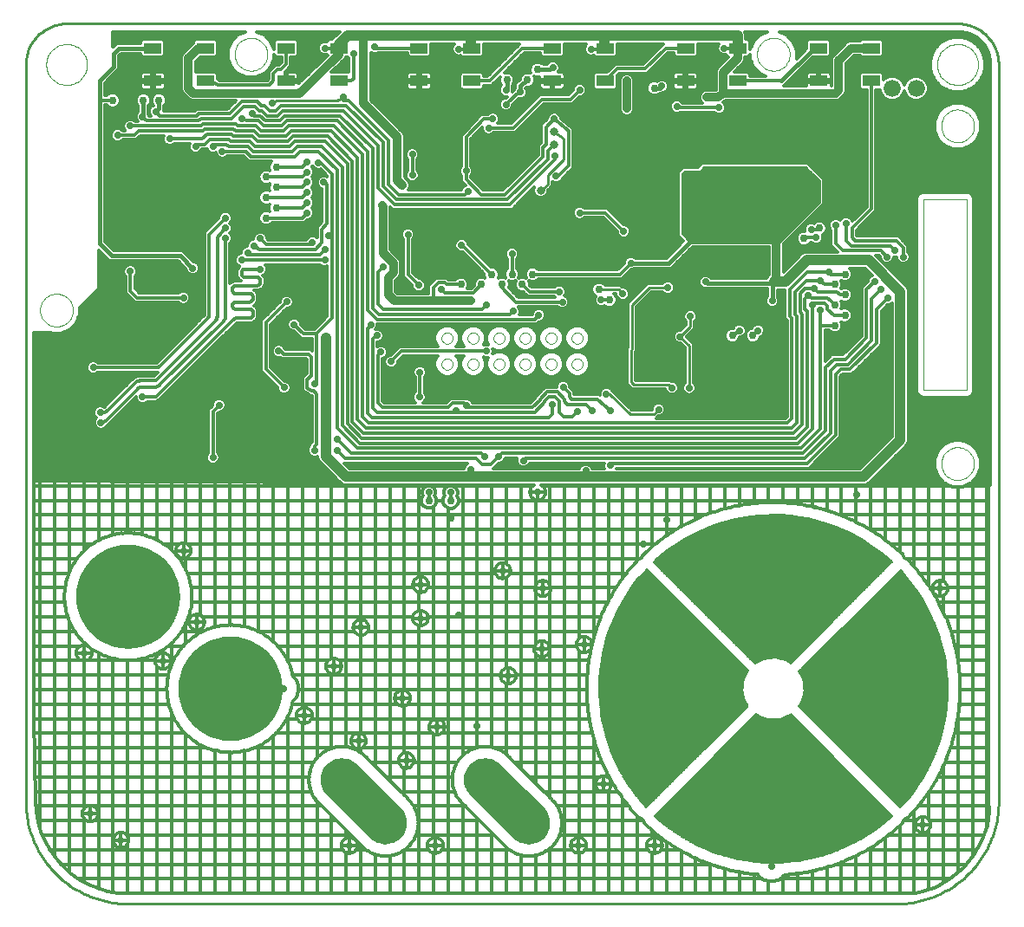
<source format=gbl>
G75*
%MOIN*%
%OFA0B0*%
%FSLAX24Y24*%
%IPPOS*%
%LPD*%
%AMOC8*
5,1,8,0,0,1.08239X$1,22.5*
%
%ADD10C,0.0100*%
%ADD11C,0.0000*%
%ADD12C,0.0039*%
%ADD13R,0.0650X0.0394*%
%ADD14R,0.0500X0.0250*%
%ADD15C,0.0050*%
%ADD16R,0.0250X0.0500*%
%ADD17C,0.0660*%
%ADD18C,0.0277*%
%ADD19C,0.0300*%
%ADD20C,0.0120*%
%ADD21C,0.0160*%
%ADD22C,0.0320*%
%ADD23C,0.0400*%
%ADD24C,0.0317*%
%ADD25C,0.0320*%
D10*
X005927Y004947D02*
X035455Y004947D01*
X035579Y004949D01*
X035702Y004955D01*
X035826Y004964D01*
X035948Y004978D01*
X036071Y004995D01*
X036193Y005017D01*
X036314Y005042D01*
X036434Y005071D01*
X036553Y005103D01*
X036672Y005140D01*
X036789Y005180D01*
X036904Y005223D01*
X037019Y005271D01*
X037131Y005322D01*
X037242Y005376D01*
X037352Y005434D01*
X037459Y005495D01*
X037565Y005560D01*
X037668Y005628D01*
X037769Y005699D01*
X037868Y005773D01*
X037965Y005850D01*
X038059Y005931D01*
X038150Y006014D01*
X038239Y006100D01*
X038325Y006189D01*
X038408Y006280D01*
X038489Y006374D01*
X038566Y006471D01*
X038640Y006570D01*
X038711Y006671D01*
X038779Y006774D01*
X038844Y006880D01*
X038905Y006987D01*
X038963Y007097D01*
X039017Y007208D01*
X039068Y007320D01*
X039116Y007435D01*
X039159Y007550D01*
X039199Y007667D01*
X039236Y007786D01*
X039268Y007905D01*
X039297Y008025D01*
X039322Y008146D01*
X039344Y008268D01*
X039361Y008391D01*
X039375Y008513D01*
X039384Y008637D01*
X039390Y008760D01*
X039392Y008884D01*
X039392Y037231D01*
X039390Y037308D01*
X039384Y037385D01*
X039375Y037462D01*
X039362Y037538D01*
X039345Y037614D01*
X039324Y037688D01*
X039300Y037762D01*
X039272Y037834D01*
X039241Y037904D01*
X039206Y037973D01*
X039168Y038041D01*
X039127Y038106D01*
X039082Y038169D01*
X039034Y038230D01*
X038984Y038289D01*
X038931Y038345D01*
X038875Y038398D01*
X038816Y038448D01*
X038755Y038496D01*
X038692Y038541D01*
X038627Y038582D01*
X038559Y038620D01*
X038490Y038655D01*
X038420Y038686D01*
X038348Y038714D01*
X038274Y038738D01*
X038200Y038759D01*
X038124Y038776D01*
X038048Y038789D01*
X037971Y038798D01*
X037894Y038804D01*
X037817Y038806D01*
X003565Y038806D01*
X003488Y038804D01*
X003411Y038798D01*
X003334Y038789D01*
X003258Y038776D01*
X003182Y038759D01*
X003108Y038738D01*
X003034Y038714D01*
X002962Y038686D01*
X002892Y038655D01*
X002823Y038620D01*
X002755Y038582D01*
X002690Y038541D01*
X002627Y038496D01*
X002566Y038448D01*
X002507Y038398D01*
X002451Y038345D01*
X002398Y038289D01*
X002348Y038230D01*
X002300Y038169D01*
X002255Y038106D01*
X002214Y038041D01*
X002176Y037973D01*
X002141Y037904D01*
X002110Y037834D01*
X002082Y037762D01*
X002058Y037688D01*
X002037Y037614D01*
X002020Y037538D01*
X002007Y037462D01*
X001998Y037385D01*
X001992Y037308D01*
X001990Y037231D01*
X001990Y008884D01*
X001992Y008760D01*
X001998Y008637D01*
X002007Y008513D01*
X002021Y008391D01*
X002038Y008268D01*
X002060Y008146D01*
X002085Y008025D01*
X002114Y007905D01*
X002146Y007786D01*
X002183Y007667D01*
X002223Y007550D01*
X002266Y007435D01*
X002314Y007320D01*
X002365Y007208D01*
X002419Y007097D01*
X002477Y006987D01*
X002538Y006880D01*
X002603Y006774D01*
X002671Y006671D01*
X002742Y006570D01*
X002816Y006471D01*
X002893Y006374D01*
X002974Y006280D01*
X003057Y006189D01*
X003143Y006100D01*
X003232Y006014D01*
X003323Y005931D01*
X003417Y005850D01*
X003514Y005773D01*
X003613Y005699D01*
X003714Y005628D01*
X003817Y005560D01*
X003923Y005495D01*
X004030Y005434D01*
X004140Y005376D01*
X004251Y005322D01*
X004363Y005271D01*
X004478Y005223D01*
X004593Y005180D01*
X004710Y005140D01*
X004829Y005103D01*
X004948Y005071D01*
X005068Y005042D01*
X005189Y005017D01*
X005311Y004995D01*
X005434Y004978D01*
X005556Y004964D01*
X005680Y004955D01*
X005803Y004949D01*
X005927Y004947D01*
X009864Y011640D02*
X010315Y011640D01*
X011890Y013216D01*
X014840Y009979D02*
X014565Y009703D01*
X014565Y008467D01*
X019303Y009241D02*
X020077Y008467D01*
X019303Y009241D02*
X019303Y010229D01*
X024195Y013239D02*
X024313Y013357D01*
X024313Y013766D01*
X024234Y013687D01*
X024234Y013491D01*
X024195Y013451D01*
X024195Y013239D01*
X024234Y013278D01*
X024234Y013491D01*
X026479Y017939D02*
X026321Y018097D01*
X026479Y017939D02*
X030258Y017939D01*
X030723Y018404D01*
X030723Y019750D01*
X027502Y024790D02*
X027502Y026404D01*
X027148Y026758D01*
X027542Y027152D01*
X027542Y027546D01*
X026675Y028648D02*
X025967Y028648D01*
X025297Y027979D01*
X025297Y026286D01*
X025258Y026247D01*
X025258Y025026D01*
X025376Y024908D01*
X026715Y024908D01*
X026831Y024792D01*
X026835Y024792D01*
X026321Y023963D02*
X026124Y023766D01*
X025219Y023766D01*
X024431Y024554D01*
X024313Y024554D01*
X023526Y021601D02*
X023526Y021522D01*
X023368Y021365D01*
X024943Y028412D02*
X024786Y028569D01*
X024038Y028569D01*
X021794Y032388D02*
X022069Y032624D01*
X022069Y032979D01*
X022660Y033569D01*
X022660Y034396D01*
X022305Y034632D01*
X013880Y035853D02*
X011636Y035853D01*
X011479Y035735D01*
X013880Y035853D02*
X013923Y035855D01*
X013965Y035861D01*
X014007Y035870D01*
X014048Y035883D01*
X014088Y035900D01*
X014126Y035921D01*
X014161Y035944D01*
X014195Y035971D01*
X007778Y016466D02*
X007210Y016466D01*
X005927Y015184D01*
X007703Y016479D02*
X007728Y016454D01*
X007765Y016454D01*
X007778Y016466D01*
X030653Y006626D02*
X030653Y006391D01*
X030653Y006626D02*
X030719Y006691D01*
X037262Y013207D02*
X035612Y014857D01*
X035612Y017585D01*
D11*
X037187Y021876D02*
X037189Y021926D01*
X037195Y021976D01*
X037205Y022025D01*
X037219Y022073D01*
X037236Y022120D01*
X037257Y022165D01*
X037282Y022209D01*
X037310Y022250D01*
X037342Y022289D01*
X037376Y022326D01*
X037413Y022360D01*
X037453Y022390D01*
X037495Y022417D01*
X037539Y022441D01*
X037585Y022462D01*
X037632Y022478D01*
X037680Y022491D01*
X037730Y022500D01*
X037779Y022505D01*
X037830Y022506D01*
X037880Y022503D01*
X037929Y022496D01*
X037978Y022485D01*
X038026Y022470D01*
X038072Y022452D01*
X038117Y022430D01*
X038160Y022404D01*
X038201Y022375D01*
X038240Y022343D01*
X038276Y022308D01*
X038308Y022270D01*
X038338Y022230D01*
X038365Y022187D01*
X038388Y022143D01*
X038407Y022097D01*
X038423Y022049D01*
X038435Y022000D01*
X038443Y021951D01*
X038447Y021901D01*
X038447Y021851D01*
X038443Y021801D01*
X038435Y021752D01*
X038423Y021703D01*
X038407Y021655D01*
X038388Y021609D01*
X038365Y021565D01*
X038338Y021522D01*
X038308Y021482D01*
X038276Y021444D01*
X038240Y021409D01*
X038201Y021377D01*
X038160Y021348D01*
X038117Y021322D01*
X038072Y021300D01*
X038026Y021282D01*
X037978Y021267D01*
X037929Y021256D01*
X037880Y021249D01*
X037830Y021246D01*
X037779Y021247D01*
X037730Y021252D01*
X037680Y021261D01*
X037632Y021274D01*
X037585Y021290D01*
X037539Y021311D01*
X037495Y021335D01*
X037453Y021362D01*
X037413Y021392D01*
X037376Y021426D01*
X037342Y021463D01*
X037310Y021502D01*
X037282Y021543D01*
X037257Y021587D01*
X037236Y021632D01*
X037219Y021679D01*
X037205Y021727D01*
X037195Y021776D01*
X037189Y021826D01*
X037187Y021876D01*
X036518Y031561D02*
X036518Y032034D01*
X037187Y034869D02*
X037189Y034919D01*
X037195Y034969D01*
X037205Y035018D01*
X037219Y035066D01*
X037236Y035113D01*
X037257Y035158D01*
X037282Y035202D01*
X037310Y035243D01*
X037342Y035282D01*
X037376Y035319D01*
X037413Y035353D01*
X037453Y035383D01*
X037495Y035410D01*
X037539Y035434D01*
X037585Y035455D01*
X037632Y035471D01*
X037680Y035484D01*
X037730Y035493D01*
X037779Y035498D01*
X037830Y035499D01*
X037880Y035496D01*
X037929Y035489D01*
X037978Y035478D01*
X038026Y035463D01*
X038072Y035445D01*
X038117Y035423D01*
X038160Y035397D01*
X038201Y035368D01*
X038240Y035336D01*
X038276Y035301D01*
X038308Y035263D01*
X038338Y035223D01*
X038365Y035180D01*
X038388Y035136D01*
X038407Y035090D01*
X038423Y035042D01*
X038435Y034993D01*
X038443Y034944D01*
X038447Y034894D01*
X038447Y034844D01*
X038443Y034794D01*
X038435Y034745D01*
X038423Y034696D01*
X038407Y034648D01*
X038388Y034602D01*
X038365Y034558D01*
X038338Y034515D01*
X038308Y034475D01*
X038276Y034437D01*
X038240Y034402D01*
X038201Y034370D01*
X038160Y034341D01*
X038117Y034315D01*
X038072Y034293D01*
X038026Y034275D01*
X037978Y034260D01*
X037929Y034249D01*
X037880Y034242D01*
X037830Y034239D01*
X037779Y034240D01*
X037730Y034245D01*
X037680Y034254D01*
X037632Y034267D01*
X037585Y034283D01*
X037539Y034304D01*
X037495Y034328D01*
X037453Y034355D01*
X037413Y034385D01*
X037376Y034419D01*
X037342Y034456D01*
X037310Y034495D01*
X037282Y034536D01*
X037257Y034580D01*
X037236Y034625D01*
X037219Y034672D01*
X037205Y034720D01*
X037195Y034769D01*
X037189Y034819D01*
X037187Y034869D01*
X037030Y037231D02*
X037032Y037287D01*
X037038Y037342D01*
X037048Y037396D01*
X037061Y037450D01*
X037079Y037503D01*
X037100Y037554D01*
X037124Y037604D01*
X037152Y037652D01*
X037184Y037698D01*
X037218Y037742D01*
X037256Y037783D01*
X037296Y037821D01*
X037339Y037856D01*
X037384Y037888D01*
X037432Y037917D01*
X037481Y037943D01*
X037532Y037965D01*
X037584Y037983D01*
X037638Y037997D01*
X037693Y038008D01*
X037748Y038015D01*
X037803Y038018D01*
X037859Y038017D01*
X037914Y038012D01*
X037969Y038003D01*
X038023Y037991D01*
X038076Y037974D01*
X038128Y037954D01*
X038178Y037930D01*
X038226Y037903D01*
X038273Y037873D01*
X038317Y037839D01*
X038359Y037802D01*
X038397Y037762D01*
X038434Y037720D01*
X038467Y037675D01*
X038496Y037629D01*
X038523Y037580D01*
X038545Y037529D01*
X038565Y037477D01*
X038580Y037423D01*
X038592Y037369D01*
X038600Y037314D01*
X038604Y037259D01*
X038604Y037203D01*
X038600Y037148D01*
X038592Y037093D01*
X038580Y037039D01*
X038565Y036985D01*
X038545Y036933D01*
X038523Y036882D01*
X038496Y036833D01*
X038467Y036787D01*
X038434Y036742D01*
X038397Y036700D01*
X038359Y036660D01*
X038317Y036623D01*
X038273Y036589D01*
X038226Y036559D01*
X038178Y036532D01*
X038128Y036508D01*
X038076Y036488D01*
X038023Y036471D01*
X037969Y036459D01*
X037914Y036450D01*
X037859Y036445D01*
X037803Y036444D01*
X037748Y036447D01*
X037693Y036454D01*
X037638Y036465D01*
X037584Y036479D01*
X037532Y036497D01*
X037481Y036519D01*
X037432Y036545D01*
X037384Y036574D01*
X037339Y036606D01*
X037296Y036641D01*
X037256Y036679D01*
X037218Y036720D01*
X037184Y036764D01*
X037152Y036810D01*
X037124Y036858D01*
X037100Y036908D01*
X037079Y036959D01*
X037061Y037012D01*
X037048Y037066D01*
X037038Y037120D01*
X037032Y037175D01*
X037030Y037231D01*
X030101Y037624D02*
X030103Y037674D01*
X030109Y037724D01*
X030119Y037773D01*
X030133Y037821D01*
X030150Y037868D01*
X030171Y037913D01*
X030196Y037957D01*
X030224Y037998D01*
X030256Y038037D01*
X030290Y038074D01*
X030327Y038108D01*
X030367Y038138D01*
X030409Y038165D01*
X030453Y038189D01*
X030499Y038210D01*
X030546Y038226D01*
X030594Y038239D01*
X030644Y038248D01*
X030693Y038253D01*
X030744Y038254D01*
X030794Y038251D01*
X030843Y038244D01*
X030892Y038233D01*
X030940Y038218D01*
X030986Y038200D01*
X031031Y038178D01*
X031074Y038152D01*
X031115Y038123D01*
X031154Y038091D01*
X031190Y038056D01*
X031222Y038018D01*
X031252Y037978D01*
X031279Y037935D01*
X031302Y037891D01*
X031321Y037845D01*
X031337Y037797D01*
X031349Y037748D01*
X031357Y037699D01*
X031361Y037649D01*
X031361Y037599D01*
X031357Y037549D01*
X031349Y037500D01*
X031337Y037451D01*
X031321Y037403D01*
X031302Y037357D01*
X031279Y037313D01*
X031252Y037270D01*
X031222Y037230D01*
X031190Y037192D01*
X031154Y037157D01*
X031115Y037125D01*
X031074Y037096D01*
X031031Y037070D01*
X030986Y037048D01*
X030940Y037030D01*
X030892Y037015D01*
X030843Y037004D01*
X030794Y036997D01*
X030744Y036994D01*
X030693Y036995D01*
X030644Y037000D01*
X030594Y037009D01*
X030546Y037022D01*
X030499Y037038D01*
X030453Y037059D01*
X030409Y037083D01*
X030367Y037110D01*
X030327Y037140D01*
X030290Y037174D01*
X030256Y037211D01*
X030224Y037250D01*
X030196Y037291D01*
X030171Y037335D01*
X030150Y037380D01*
X030133Y037427D01*
X030119Y037475D01*
X030109Y037524D01*
X030103Y037574D01*
X030101Y037624D01*
X022974Y026707D02*
X022976Y026736D01*
X022982Y026764D01*
X022991Y026792D01*
X023004Y026818D01*
X023021Y026841D01*
X023040Y026863D01*
X023062Y026882D01*
X023087Y026897D01*
X023113Y026910D01*
X023141Y026918D01*
X023169Y026923D01*
X023198Y026924D01*
X023227Y026921D01*
X023255Y026914D01*
X023282Y026904D01*
X023308Y026890D01*
X023331Y026873D01*
X023352Y026853D01*
X023370Y026830D01*
X023385Y026805D01*
X023396Y026778D01*
X023404Y026750D01*
X023408Y026721D01*
X023408Y026693D01*
X023404Y026664D01*
X023396Y026636D01*
X023385Y026609D01*
X023370Y026584D01*
X023352Y026561D01*
X023331Y026541D01*
X023308Y026524D01*
X023282Y026510D01*
X023255Y026500D01*
X023227Y026493D01*
X023198Y026490D01*
X023169Y026491D01*
X023141Y026496D01*
X023113Y026504D01*
X023087Y026517D01*
X023062Y026532D01*
X023040Y026551D01*
X023021Y026573D01*
X023004Y026596D01*
X022991Y026622D01*
X022982Y026650D01*
X022976Y026678D01*
X022974Y026707D01*
X021974Y026707D02*
X021976Y026736D01*
X021982Y026764D01*
X021991Y026792D01*
X022004Y026818D01*
X022021Y026841D01*
X022040Y026863D01*
X022062Y026882D01*
X022087Y026897D01*
X022113Y026910D01*
X022141Y026918D01*
X022169Y026923D01*
X022198Y026924D01*
X022227Y026921D01*
X022255Y026914D01*
X022282Y026904D01*
X022308Y026890D01*
X022331Y026873D01*
X022352Y026853D01*
X022370Y026830D01*
X022385Y026805D01*
X022396Y026778D01*
X022404Y026750D01*
X022408Y026721D01*
X022408Y026693D01*
X022404Y026664D01*
X022396Y026636D01*
X022385Y026609D01*
X022370Y026584D01*
X022352Y026561D01*
X022331Y026541D01*
X022308Y026524D01*
X022282Y026510D01*
X022255Y026500D01*
X022227Y026493D01*
X022198Y026490D01*
X022169Y026491D01*
X022141Y026496D01*
X022113Y026504D01*
X022087Y026517D01*
X022062Y026532D01*
X022040Y026551D01*
X022021Y026573D01*
X022004Y026596D01*
X021991Y026622D01*
X021982Y026650D01*
X021976Y026678D01*
X021974Y026707D01*
X020974Y026707D02*
X020976Y026736D01*
X020982Y026764D01*
X020991Y026792D01*
X021004Y026818D01*
X021021Y026841D01*
X021040Y026863D01*
X021062Y026882D01*
X021087Y026897D01*
X021113Y026910D01*
X021141Y026918D01*
X021169Y026923D01*
X021198Y026924D01*
X021227Y026921D01*
X021255Y026914D01*
X021282Y026904D01*
X021308Y026890D01*
X021331Y026873D01*
X021352Y026853D01*
X021370Y026830D01*
X021385Y026805D01*
X021396Y026778D01*
X021404Y026750D01*
X021408Y026721D01*
X021408Y026693D01*
X021404Y026664D01*
X021396Y026636D01*
X021385Y026609D01*
X021370Y026584D01*
X021352Y026561D01*
X021331Y026541D01*
X021308Y026524D01*
X021282Y026510D01*
X021255Y026500D01*
X021227Y026493D01*
X021198Y026490D01*
X021169Y026491D01*
X021141Y026496D01*
X021113Y026504D01*
X021087Y026517D01*
X021062Y026532D01*
X021040Y026551D01*
X021021Y026573D01*
X021004Y026596D01*
X020991Y026622D01*
X020982Y026650D01*
X020976Y026678D01*
X020974Y026707D01*
X019974Y026707D02*
X019976Y026736D01*
X019982Y026764D01*
X019991Y026792D01*
X020004Y026818D01*
X020021Y026841D01*
X020040Y026863D01*
X020062Y026882D01*
X020087Y026897D01*
X020113Y026910D01*
X020141Y026918D01*
X020169Y026923D01*
X020198Y026924D01*
X020227Y026921D01*
X020255Y026914D01*
X020282Y026904D01*
X020308Y026890D01*
X020331Y026873D01*
X020352Y026853D01*
X020370Y026830D01*
X020385Y026805D01*
X020396Y026778D01*
X020404Y026750D01*
X020408Y026721D01*
X020408Y026693D01*
X020404Y026664D01*
X020396Y026636D01*
X020385Y026609D01*
X020370Y026584D01*
X020352Y026561D01*
X020331Y026541D01*
X020308Y026524D01*
X020282Y026510D01*
X020255Y026500D01*
X020227Y026493D01*
X020198Y026490D01*
X020169Y026491D01*
X020141Y026496D01*
X020113Y026504D01*
X020087Y026517D01*
X020062Y026532D01*
X020040Y026551D01*
X020021Y026573D01*
X020004Y026596D01*
X019991Y026622D01*
X019982Y026650D01*
X019976Y026678D01*
X019974Y026707D01*
X018974Y026707D02*
X018976Y026736D01*
X018982Y026764D01*
X018991Y026792D01*
X019004Y026818D01*
X019021Y026841D01*
X019040Y026863D01*
X019062Y026882D01*
X019087Y026897D01*
X019113Y026910D01*
X019141Y026918D01*
X019169Y026923D01*
X019198Y026924D01*
X019227Y026921D01*
X019255Y026914D01*
X019282Y026904D01*
X019308Y026890D01*
X019331Y026873D01*
X019352Y026853D01*
X019370Y026830D01*
X019385Y026805D01*
X019396Y026778D01*
X019404Y026750D01*
X019408Y026721D01*
X019408Y026693D01*
X019404Y026664D01*
X019396Y026636D01*
X019385Y026609D01*
X019370Y026584D01*
X019352Y026561D01*
X019331Y026541D01*
X019308Y026524D01*
X019282Y026510D01*
X019255Y026500D01*
X019227Y026493D01*
X019198Y026490D01*
X019169Y026491D01*
X019141Y026496D01*
X019113Y026504D01*
X019087Y026517D01*
X019062Y026532D01*
X019040Y026551D01*
X019021Y026573D01*
X019004Y026596D01*
X018991Y026622D01*
X018982Y026650D01*
X018976Y026678D01*
X018974Y026707D01*
X017974Y026707D02*
X017976Y026736D01*
X017982Y026764D01*
X017991Y026792D01*
X018004Y026818D01*
X018021Y026841D01*
X018040Y026863D01*
X018062Y026882D01*
X018087Y026897D01*
X018113Y026910D01*
X018141Y026918D01*
X018169Y026923D01*
X018198Y026924D01*
X018227Y026921D01*
X018255Y026914D01*
X018282Y026904D01*
X018308Y026890D01*
X018331Y026873D01*
X018352Y026853D01*
X018370Y026830D01*
X018385Y026805D01*
X018396Y026778D01*
X018404Y026750D01*
X018408Y026721D01*
X018408Y026693D01*
X018404Y026664D01*
X018396Y026636D01*
X018385Y026609D01*
X018370Y026584D01*
X018352Y026561D01*
X018331Y026541D01*
X018308Y026524D01*
X018282Y026510D01*
X018255Y026500D01*
X018227Y026493D01*
X018198Y026490D01*
X018169Y026491D01*
X018141Y026496D01*
X018113Y026504D01*
X018087Y026517D01*
X018062Y026532D01*
X018040Y026551D01*
X018021Y026573D01*
X018004Y026596D01*
X017991Y026622D01*
X017982Y026650D01*
X017976Y026678D01*
X017974Y026707D01*
X017974Y025707D02*
X017976Y025736D01*
X017982Y025764D01*
X017991Y025792D01*
X018004Y025818D01*
X018021Y025841D01*
X018040Y025863D01*
X018062Y025882D01*
X018087Y025897D01*
X018113Y025910D01*
X018141Y025918D01*
X018169Y025923D01*
X018198Y025924D01*
X018227Y025921D01*
X018255Y025914D01*
X018282Y025904D01*
X018308Y025890D01*
X018331Y025873D01*
X018352Y025853D01*
X018370Y025830D01*
X018385Y025805D01*
X018396Y025778D01*
X018404Y025750D01*
X018408Y025721D01*
X018408Y025693D01*
X018404Y025664D01*
X018396Y025636D01*
X018385Y025609D01*
X018370Y025584D01*
X018352Y025561D01*
X018331Y025541D01*
X018308Y025524D01*
X018282Y025510D01*
X018255Y025500D01*
X018227Y025493D01*
X018198Y025490D01*
X018169Y025491D01*
X018141Y025496D01*
X018113Y025504D01*
X018087Y025517D01*
X018062Y025532D01*
X018040Y025551D01*
X018021Y025573D01*
X018004Y025596D01*
X017991Y025622D01*
X017982Y025650D01*
X017976Y025678D01*
X017974Y025707D01*
X018974Y025707D02*
X018976Y025736D01*
X018982Y025764D01*
X018991Y025792D01*
X019004Y025818D01*
X019021Y025841D01*
X019040Y025863D01*
X019062Y025882D01*
X019087Y025897D01*
X019113Y025910D01*
X019141Y025918D01*
X019169Y025923D01*
X019198Y025924D01*
X019227Y025921D01*
X019255Y025914D01*
X019282Y025904D01*
X019308Y025890D01*
X019331Y025873D01*
X019352Y025853D01*
X019370Y025830D01*
X019385Y025805D01*
X019396Y025778D01*
X019404Y025750D01*
X019408Y025721D01*
X019408Y025693D01*
X019404Y025664D01*
X019396Y025636D01*
X019385Y025609D01*
X019370Y025584D01*
X019352Y025561D01*
X019331Y025541D01*
X019308Y025524D01*
X019282Y025510D01*
X019255Y025500D01*
X019227Y025493D01*
X019198Y025490D01*
X019169Y025491D01*
X019141Y025496D01*
X019113Y025504D01*
X019087Y025517D01*
X019062Y025532D01*
X019040Y025551D01*
X019021Y025573D01*
X019004Y025596D01*
X018991Y025622D01*
X018982Y025650D01*
X018976Y025678D01*
X018974Y025707D01*
X019974Y025707D02*
X019976Y025736D01*
X019982Y025764D01*
X019991Y025792D01*
X020004Y025818D01*
X020021Y025841D01*
X020040Y025863D01*
X020062Y025882D01*
X020087Y025897D01*
X020113Y025910D01*
X020141Y025918D01*
X020169Y025923D01*
X020198Y025924D01*
X020227Y025921D01*
X020255Y025914D01*
X020282Y025904D01*
X020308Y025890D01*
X020331Y025873D01*
X020352Y025853D01*
X020370Y025830D01*
X020385Y025805D01*
X020396Y025778D01*
X020404Y025750D01*
X020408Y025721D01*
X020408Y025693D01*
X020404Y025664D01*
X020396Y025636D01*
X020385Y025609D01*
X020370Y025584D01*
X020352Y025561D01*
X020331Y025541D01*
X020308Y025524D01*
X020282Y025510D01*
X020255Y025500D01*
X020227Y025493D01*
X020198Y025490D01*
X020169Y025491D01*
X020141Y025496D01*
X020113Y025504D01*
X020087Y025517D01*
X020062Y025532D01*
X020040Y025551D01*
X020021Y025573D01*
X020004Y025596D01*
X019991Y025622D01*
X019982Y025650D01*
X019976Y025678D01*
X019974Y025707D01*
X020974Y025707D02*
X020976Y025736D01*
X020982Y025764D01*
X020991Y025792D01*
X021004Y025818D01*
X021021Y025841D01*
X021040Y025863D01*
X021062Y025882D01*
X021087Y025897D01*
X021113Y025910D01*
X021141Y025918D01*
X021169Y025923D01*
X021198Y025924D01*
X021227Y025921D01*
X021255Y025914D01*
X021282Y025904D01*
X021308Y025890D01*
X021331Y025873D01*
X021352Y025853D01*
X021370Y025830D01*
X021385Y025805D01*
X021396Y025778D01*
X021404Y025750D01*
X021408Y025721D01*
X021408Y025693D01*
X021404Y025664D01*
X021396Y025636D01*
X021385Y025609D01*
X021370Y025584D01*
X021352Y025561D01*
X021331Y025541D01*
X021308Y025524D01*
X021282Y025510D01*
X021255Y025500D01*
X021227Y025493D01*
X021198Y025490D01*
X021169Y025491D01*
X021141Y025496D01*
X021113Y025504D01*
X021087Y025517D01*
X021062Y025532D01*
X021040Y025551D01*
X021021Y025573D01*
X021004Y025596D01*
X020991Y025622D01*
X020982Y025650D01*
X020976Y025678D01*
X020974Y025707D01*
X021974Y025707D02*
X021976Y025736D01*
X021982Y025764D01*
X021991Y025792D01*
X022004Y025818D01*
X022021Y025841D01*
X022040Y025863D01*
X022062Y025882D01*
X022087Y025897D01*
X022113Y025910D01*
X022141Y025918D01*
X022169Y025923D01*
X022198Y025924D01*
X022227Y025921D01*
X022255Y025914D01*
X022282Y025904D01*
X022308Y025890D01*
X022331Y025873D01*
X022352Y025853D01*
X022370Y025830D01*
X022385Y025805D01*
X022396Y025778D01*
X022404Y025750D01*
X022408Y025721D01*
X022408Y025693D01*
X022404Y025664D01*
X022396Y025636D01*
X022385Y025609D01*
X022370Y025584D01*
X022352Y025561D01*
X022331Y025541D01*
X022308Y025524D01*
X022282Y025510D01*
X022255Y025500D01*
X022227Y025493D01*
X022198Y025490D01*
X022169Y025491D01*
X022141Y025496D01*
X022113Y025504D01*
X022087Y025517D01*
X022062Y025532D01*
X022040Y025551D01*
X022021Y025573D01*
X022004Y025596D01*
X021991Y025622D01*
X021982Y025650D01*
X021976Y025678D01*
X021974Y025707D01*
X022974Y025707D02*
X022976Y025736D01*
X022982Y025764D01*
X022991Y025792D01*
X023004Y025818D01*
X023021Y025841D01*
X023040Y025863D01*
X023062Y025882D01*
X023087Y025897D01*
X023113Y025910D01*
X023141Y025918D01*
X023169Y025923D01*
X023198Y025924D01*
X023227Y025921D01*
X023255Y025914D01*
X023282Y025904D01*
X023308Y025890D01*
X023331Y025873D01*
X023352Y025853D01*
X023370Y025830D01*
X023385Y025805D01*
X023396Y025778D01*
X023404Y025750D01*
X023408Y025721D01*
X023408Y025693D01*
X023404Y025664D01*
X023396Y025636D01*
X023385Y025609D01*
X023370Y025584D01*
X023352Y025561D01*
X023331Y025541D01*
X023308Y025524D01*
X023282Y025510D01*
X023255Y025500D01*
X023227Y025493D01*
X023198Y025490D01*
X023169Y025491D01*
X023141Y025496D01*
X023113Y025504D01*
X023087Y025517D01*
X023062Y025532D01*
X023040Y025551D01*
X023021Y025573D01*
X023004Y025596D01*
X022991Y025622D01*
X022982Y025650D01*
X022976Y025678D01*
X022974Y025707D01*
X010022Y037624D02*
X010024Y037674D01*
X010030Y037724D01*
X010040Y037773D01*
X010054Y037821D01*
X010071Y037868D01*
X010092Y037913D01*
X010117Y037957D01*
X010145Y037998D01*
X010177Y038037D01*
X010211Y038074D01*
X010248Y038108D01*
X010288Y038138D01*
X010330Y038165D01*
X010374Y038189D01*
X010420Y038210D01*
X010467Y038226D01*
X010515Y038239D01*
X010565Y038248D01*
X010614Y038253D01*
X010665Y038254D01*
X010715Y038251D01*
X010764Y038244D01*
X010813Y038233D01*
X010861Y038218D01*
X010907Y038200D01*
X010952Y038178D01*
X010995Y038152D01*
X011036Y038123D01*
X011075Y038091D01*
X011111Y038056D01*
X011143Y038018D01*
X011173Y037978D01*
X011200Y037935D01*
X011223Y037891D01*
X011242Y037845D01*
X011258Y037797D01*
X011270Y037748D01*
X011278Y037699D01*
X011282Y037649D01*
X011282Y037599D01*
X011278Y037549D01*
X011270Y037500D01*
X011258Y037451D01*
X011242Y037403D01*
X011223Y037357D01*
X011200Y037313D01*
X011173Y037270D01*
X011143Y037230D01*
X011111Y037192D01*
X011075Y037157D01*
X011036Y037125D01*
X010995Y037096D01*
X010952Y037070D01*
X010907Y037048D01*
X010861Y037030D01*
X010813Y037015D01*
X010764Y037004D01*
X010715Y036997D01*
X010665Y036994D01*
X010614Y036995D01*
X010565Y037000D01*
X010515Y037009D01*
X010467Y037022D01*
X010420Y037038D01*
X010374Y037059D01*
X010330Y037083D01*
X010288Y037110D01*
X010248Y037140D01*
X010211Y037174D01*
X010177Y037211D01*
X010145Y037250D01*
X010117Y037291D01*
X010092Y037335D01*
X010071Y037380D01*
X010054Y037427D01*
X010040Y037475D01*
X010030Y037524D01*
X010024Y037574D01*
X010022Y037624D01*
X002778Y037231D02*
X002780Y037287D01*
X002786Y037342D01*
X002796Y037396D01*
X002809Y037450D01*
X002827Y037503D01*
X002848Y037554D01*
X002872Y037604D01*
X002900Y037652D01*
X002932Y037698D01*
X002966Y037742D01*
X003004Y037783D01*
X003044Y037821D01*
X003087Y037856D01*
X003132Y037888D01*
X003180Y037917D01*
X003229Y037943D01*
X003280Y037965D01*
X003332Y037983D01*
X003386Y037997D01*
X003441Y038008D01*
X003496Y038015D01*
X003551Y038018D01*
X003607Y038017D01*
X003662Y038012D01*
X003717Y038003D01*
X003771Y037991D01*
X003824Y037974D01*
X003876Y037954D01*
X003926Y037930D01*
X003974Y037903D01*
X004021Y037873D01*
X004065Y037839D01*
X004107Y037802D01*
X004145Y037762D01*
X004182Y037720D01*
X004215Y037675D01*
X004244Y037629D01*
X004271Y037580D01*
X004293Y037529D01*
X004313Y037477D01*
X004328Y037423D01*
X004340Y037369D01*
X004348Y037314D01*
X004352Y037259D01*
X004352Y037203D01*
X004348Y037148D01*
X004340Y037093D01*
X004328Y037039D01*
X004313Y036985D01*
X004293Y036933D01*
X004271Y036882D01*
X004244Y036833D01*
X004215Y036787D01*
X004182Y036742D01*
X004145Y036700D01*
X004107Y036660D01*
X004065Y036623D01*
X004021Y036589D01*
X003974Y036559D01*
X003926Y036532D01*
X003876Y036508D01*
X003824Y036488D01*
X003771Y036471D01*
X003717Y036459D01*
X003662Y036450D01*
X003607Y036445D01*
X003551Y036444D01*
X003496Y036447D01*
X003441Y036454D01*
X003386Y036465D01*
X003332Y036479D01*
X003280Y036497D01*
X003229Y036519D01*
X003180Y036545D01*
X003132Y036574D01*
X003087Y036606D01*
X003044Y036641D01*
X003004Y036679D01*
X002966Y036720D01*
X002932Y036764D01*
X002900Y036810D01*
X002872Y036858D01*
X002848Y036908D01*
X002827Y036959D01*
X002809Y037012D01*
X002796Y037066D01*
X002786Y037120D01*
X002780Y037175D01*
X002778Y037231D01*
X002541Y027782D02*
X002543Y027832D01*
X002549Y027882D01*
X002559Y027931D01*
X002573Y027979D01*
X002590Y028026D01*
X002611Y028071D01*
X002636Y028115D01*
X002664Y028156D01*
X002696Y028195D01*
X002730Y028232D01*
X002767Y028266D01*
X002807Y028296D01*
X002849Y028323D01*
X002893Y028347D01*
X002939Y028368D01*
X002986Y028384D01*
X003034Y028397D01*
X003084Y028406D01*
X003133Y028411D01*
X003184Y028412D01*
X003234Y028409D01*
X003283Y028402D01*
X003332Y028391D01*
X003380Y028376D01*
X003426Y028358D01*
X003471Y028336D01*
X003514Y028310D01*
X003555Y028281D01*
X003594Y028249D01*
X003630Y028214D01*
X003662Y028176D01*
X003692Y028136D01*
X003719Y028093D01*
X003742Y028049D01*
X003761Y028003D01*
X003777Y027955D01*
X003789Y027906D01*
X003797Y027857D01*
X003801Y027807D01*
X003801Y027757D01*
X003797Y027707D01*
X003789Y027658D01*
X003777Y027609D01*
X003761Y027561D01*
X003742Y027515D01*
X003719Y027471D01*
X003692Y027428D01*
X003662Y027388D01*
X003630Y027350D01*
X003594Y027315D01*
X003555Y027283D01*
X003514Y027254D01*
X003471Y027228D01*
X003426Y027206D01*
X003380Y027188D01*
X003332Y027173D01*
X003283Y027162D01*
X003234Y027155D01*
X003184Y027152D01*
X003133Y027153D01*
X003084Y027158D01*
X003034Y027167D01*
X002986Y027180D01*
X002939Y027196D01*
X002893Y027217D01*
X002849Y027241D01*
X002807Y027268D01*
X002767Y027298D01*
X002730Y027332D01*
X002696Y027369D01*
X002664Y027408D01*
X002636Y027449D01*
X002611Y027493D01*
X002590Y027538D01*
X002573Y027585D01*
X002559Y027633D01*
X002549Y027682D01*
X002543Y027732D01*
X002541Y027782D01*
D12*
X036518Y024711D02*
X036518Y032034D01*
X038171Y032034D01*
X038171Y024711D01*
X036518Y024711D01*
D13*
X034501Y036601D03*
X034501Y037861D03*
X032472Y037861D03*
X032472Y036601D03*
X029383Y036601D03*
X029383Y037861D03*
X027354Y037861D03*
X027354Y036601D03*
X024265Y036601D03*
X024265Y037861D03*
X022236Y037861D03*
X022236Y036601D03*
X019147Y036601D03*
X019147Y037861D03*
X017118Y037861D03*
X017118Y036601D03*
X014029Y036601D03*
X014029Y037861D03*
X011999Y037861D03*
X011999Y036601D03*
X008910Y036601D03*
X008910Y037861D03*
X006881Y037861D03*
X006881Y036601D03*
D14*
X005927Y015184D03*
X009864Y011640D03*
G36*
X014477Y008732D02*
X014830Y008379D01*
X014653Y008202D01*
X014300Y008555D01*
X014477Y008732D01*
G37*
G36*
X019989Y008732D02*
X020342Y008379D01*
X020165Y008202D01*
X019812Y008555D01*
X019989Y008732D01*
G37*
X030719Y006691D03*
X030723Y019750D03*
D15*
X030723Y019904D02*
X031014Y019900D01*
X031392Y019873D01*
X031746Y019825D01*
X032061Y019770D01*
X032313Y019711D01*
X032620Y019628D01*
X032927Y019530D01*
X033160Y019443D01*
X033364Y019357D01*
X033624Y019239D01*
X033920Y019085D01*
X034144Y018967D01*
X034416Y018794D01*
X034644Y018628D01*
X034900Y018432D01*
X035136Y018250D01*
X035301Y018105D01*
X031392Y014195D01*
X031262Y014274D01*
X031132Y014333D01*
X030955Y014376D01*
X030778Y014400D01*
X030612Y014388D01*
X030459Y014365D01*
X030349Y014337D01*
X030227Y014290D01*
X030077Y014211D01*
X030034Y014172D01*
X030002Y014203D01*
X029939Y014270D01*
X026124Y018085D01*
X026183Y018140D01*
X026443Y018365D01*
X026743Y018598D01*
X027053Y018817D01*
X027313Y018980D01*
X027581Y019128D01*
X028215Y019424D01*
X028640Y019577D01*
X028896Y019656D01*
X029262Y019747D01*
X029494Y019794D01*
X029682Y019829D01*
X029872Y019853D01*
X030223Y019888D01*
X030404Y019896D01*
X030723Y019904D01*
X031137Y019891D02*
X030288Y019891D01*
X029790Y019843D02*
X031616Y019843D01*
X031924Y019794D02*
X029496Y019794D01*
X029258Y019746D02*
X032166Y019746D01*
X032365Y019697D02*
X029062Y019697D01*
X028872Y019649D02*
X032545Y019649D01*
X032709Y019600D02*
X028714Y019600D01*
X028569Y019552D02*
X032860Y019552D01*
X033000Y019503D02*
X028435Y019503D01*
X028300Y019455D02*
X033130Y019455D01*
X033248Y019406D02*
X028177Y019406D01*
X028073Y019358D02*
X033362Y019358D01*
X033469Y019309D02*
X027969Y019309D01*
X027865Y019261D02*
X033576Y019261D01*
X033675Y019212D02*
X027761Y019212D01*
X027656Y019164D02*
X033769Y019164D01*
X033862Y019115D02*
X027557Y019115D01*
X027469Y019067D02*
X033955Y019067D01*
X034047Y019018D02*
X027381Y019018D01*
X027295Y018970D02*
X034139Y018970D01*
X034216Y018921D02*
X027218Y018921D01*
X027141Y018873D02*
X034292Y018873D01*
X034368Y018824D02*
X027064Y018824D01*
X026994Y018776D02*
X034441Y018776D01*
X034508Y018727D02*
X026925Y018727D01*
X026856Y018679D02*
X034575Y018679D01*
X034642Y018630D02*
X026788Y018630D01*
X026721Y018582D02*
X034705Y018582D01*
X034768Y018533D02*
X026659Y018533D01*
X026597Y018485D02*
X034831Y018485D01*
X034894Y018436D02*
X026535Y018436D01*
X026473Y018388D02*
X034957Y018388D01*
X035020Y018339D02*
X026414Y018339D01*
X026357Y018291D02*
X035084Y018291D01*
X035146Y018242D02*
X026301Y018242D01*
X026245Y018194D02*
X035201Y018194D01*
X035256Y018145D02*
X026189Y018145D01*
X026137Y018097D02*
X035293Y018097D01*
X035245Y018048D02*
X026161Y018048D01*
X026210Y018000D02*
X035196Y018000D01*
X035148Y017951D02*
X026258Y017951D01*
X026307Y017903D02*
X035099Y017903D01*
X035051Y017854D02*
X026355Y017854D01*
X026404Y017806D02*
X035002Y017806D01*
X034954Y017757D02*
X026452Y017757D01*
X026501Y017709D02*
X034905Y017709D01*
X034857Y017660D02*
X026549Y017660D01*
X026598Y017612D02*
X034808Y017612D01*
X034760Y017563D02*
X026646Y017563D01*
X026695Y017515D02*
X034711Y017515D01*
X034663Y017466D02*
X026743Y017466D01*
X026792Y017418D02*
X034614Y017418D01*
X034566Y017369D02*
X026840Y017369D01*
X026889Y017321D02*
X034517Y017321D01*
X034469Y017272D02*
X026937Y017272D01*
X026986Y017224D02*
X034420Y017224D01*
X034372Y017175D02*
X027034Y017175D01*
X027083Y017127D02*
X034323Y017127D01*
X034275Y017078D02*
X027131Y017078D01*
X027180Y017030D02*
X034226Y017030D01*
X034178Y016981D02*
X027228Y016981D01*
X027277Y016933D02*
X034129Y016933D01*
X034081Y016884D02*
X027325Y016884D01*
X027374Y016836D02*
X034032Y016836D01*
X033984Y016787D02*
X027422Y016787D01*
X027471Y016739D02*
X033935Y016739D01*
X033887Y016690D02*
X027519Y016690D01*
X027568Y016642D02*
X033838Y016642D01*
X033790Y016593D02*
X027616Y016593D01*
X027665Y016545D02*
X033741Y016545D01*
X033693Y016496D02*
X027713Y016496D01*
X027762Y016448D02*
X033644Y016448D01*
X033596Y016399D02*
X027810Y016399D01*
X027859Y016351D02*
X033547Y016351D01*
X033499Y016302D02*
X027907Y016302D01*
X027956Y016254D02*
X033450Y016254D01*
X033402Y016205D02*
X028004Y016205D01*
X028053Y016157D02*
X033353Y016157D01*
X033305Y016108D02*
X028101Y016108D01*
X028150Y016060D02*
X033256Y016060D01*
X033208Y016011D02*
X028198Y016011D01*
X028247Y015963D02*
X033159Y015963D01*
X033111Y015914D02*
X028295Y015914D01*
X028344Y015866D02*
X033062Y015866D01*
X033014Y015817D02*
X028392Y015817D01*
X028441Y015769D02*
X032965Y015769D01*
X032917Y015720D02*
X028489Y015720D01*
X028538Y015672D02*
X032868Y015672D01*
X032820Y015623D02*
X028586Y015623D01*
X028635Y015575D02*
X032771Y015575D01*
X032723Y015526D02*
X028683Y015526D01*
X028732Y015478D02*
X032674Y015478D01*
X032626Y015429D02*
X028780Y015429D01*
X028829Y015381D02*
X032577Y015381D01*
X032529Y015332D02*
X028877Y015332D01*
X028926Y015284D02*
X032480Y015284D01*
X032432Y015235D02*
X028974Y015235D01*
X029023Y015187D02*
X032383Y015187D01*
X032335Y015138D02*
X029071Y015138D01*
X029120Y015090D02*
X032286Y015090D01*
X032238Y015041D02*
X029168Y015041D01*
X029217Y014993D02*
X032189Y014993D01*
X032141Y014944D02*
X029265Y014944D01*
X029314Y014896D02*
X032092Y014896D01*
X032044Y014847D02*
X029362Y014847D01*
X029411Y014799D02*
X031995Y014799D01*
X031947Y014750D02*
X029459Y014750D01*
X029508Y014702D02*
X031898Y014702D01*
X031850Y014653D02*
X029556Y014653D01*
X029605Y014605D02*
X031801Y014605D01*
X031753Y014556D02*
X029653Y014556D01*
X029702Y014508D02*
X031704Y014508D01*
X031656Y014459D02*
X029750Y014459D01*
X029799Y014411D02*
X031607Y014411D01*
X031559Y014362D02*
X031014Y014362D01*
X031175Y014314D02*
X031510Y014314D01*
X031462Y014265D02*
X031277Y014265D01*
X031357Y014217D02*
X031413Y014217D01*
X031742Y013908D02*
X031715Y013880D01*
X031738Y013849D01*
X031817Y013699D01*
X031864Y013577D01*
X031892Y013467D01*
X031916Y013313D01*
X031920Y013148D01*
X031896Y012971D01*
X031845Y012798D01*
X031786Y012668D01*
X031715Y012550D01*
X035612Y008644D01*
X035750Y008794D01*
X035959Y009026D01*
X036156Y009282D01*
X036313Y009510D01*
X036486Y009782D01*
X036612Y010006D01*
X036766Y010302D01*
X036884Y010561D01*
X036971Y010766D01*
X037057Y010999D01*
X037156Y011306D01*
X037238Y011613D01*
X037297Y011865D01*
X037353Y012180D01*
X037400Y012534D01*
X037427Y012912D01*
X037431Y013203D01*
X037423Y013522D01*
X037416Y013703D01*
X037380Y014054D01*
X037356Y014244D01*
X037321Y014432D01*
X037274Y014664D01*
X037183Y015030D01*
X037105Y015286D01*
X036951Y015711D01*
X036644Y016341D01*
X036496Y016609D01*
X036333Y016869D01*
X036116Y017177D01*
X035884Y017475D01*
X035660Y017735D01*
X035620Y017786D01*
X031813Y013971D01*
X031742Y013908D01*
X031762Y013926D02*
X037393Y013926D01*
X037388Y013974D02*
X031816Y013974D01*
X031865Y014023D02*
X037383Y014023D01*
X037378Y014071D02*
X031913Y014071D01*
X031962Y014120D02*
X037372Y014120D01*
X037366Y014168D02*
X032010Y014168D01*
X032058Y014217D02*
X037360Y014217D01*
X037352Y014265D02*
X032107Y014265D01*
X032155Y014314D02*
X037343Y014314D01*
X037334Y014362D02*
X032204Y014362D01*
X032252Y014411D02*
X037325Y014411D01*
X037316Y014459D02*
X032300Y014459D01*
X032349Y014508D02*
X037306Y014508D01*
X037296Y014556D02*
X032397Y014556D01*
X032446Y014605D02*
X037286Y014605D01*
X037276Y014653D02*
X032494Y014653D01*
X032542Y014702D02*
X037265Y014702D01*
X037253Y014750D02*
X032591Y014750D01*
X032639Y014799D02*
X037241Y014799D01*
X037229Y014847D02*
X032688Y014847D01*
X032736Y014896D02*
X037217Y014896D01*
X037205Y014944D02*
X032784Y014944D01*
X032833Y014993D02*
X037193Y014993D01*
X037180Y015041D02*
X032881Y015041D01*
X032930Y015090D02*
X037165Y015090D01*
X037150Y015138D02*
X032978Y015138D01*
X033026Y015187D02*
X037135Y015187D01*
X037120Y015235D02*
X033075Y015235D01*
X033123Y015284D02*
X037105Y015284D01*
X037088Y015332D02*
X033172Y015332D01*
X033220Y015381D02*
X037070Y015381D01*
X037053Y015429D02*
X033268Y015429D01*
X033317Y015478D02*
X037035Y015478D01*
X037018Y015526D02*
X033365Y015526D01*
X033414Y015575D02*
X037000Y015575D01*
X036983Y015623D02*
X033462Y015623D01*
X033510Y015672D02*
X036965Y015672D01*
X036947Y015720D02*
X033559Y015720D01*
X033607Y015769D02*
X036923Y015769D01*
X036899Y015817D02*
X033656Y015817D01*
X033704Y015866D02*
X036876Y015866D01*
X036852Y015914D02*
X033752Y015914D01*
X033801Y015963D02*
X036828Y015963D01*
X036805Y016011D02*
X033849Y016011D01*
X033898Y016060D02*
X036781Y016060D01*
X036757Y016108D02*
X033946Y016108D01*
X033994Y016157D02*
X036734Y016157D01*
X036710Y016205D02*
X034043Y016205D01*
X034091Y016254D02*
X036687Y016254D01*
X036663Y016302D02*
X034140Y016302D01*
X034188Y016351D02*
X036639Y016351D01*
X036612Y016399D02*
X034236Y016399D01*
X034285Y016448D02*
X036585Y016448D01*
X036558Y016496D02*
X034333Y016496D01*
X034382Y016545D02*
X036532Y016545D01*
X036505Y016593D02*
X034430Y016593D01*
X034478Y016642D02*
X036476Y016642D01*
X036445Y016690D02*
X034527Y016690D01*
X034575Y016739D02*
X036415Y016739D01*
X036384Y016787D02*
X034624Y016787D01*
X034672Y016836D02*
X036354Y016836D01*
X036322Y016884D02*
X034720Y016884D01*
X034769Y016933D02*
X036288Y016933D01*
X036254Y016981D02*
X034817Y016981D01*
X034866Y017030D02*
X036220Y017030D01*
X036186Y017078D02*
X034914Y017078D01*
X034962Y017127D02*
X036151Y017127D01*
X036117Y017175D02*
X035011Y017175D01*
X035059Y017224D02*
X036080Y017224D01*
X036042Y017272D02*
X035108Y017272D01*
X035156Y017321D02*
X036004Y017321D01*
X035966Y017369D02*
X035204Y017369D01*
X035253Y017418D02*
X035929Y017418D01*
X035891Y017466D02*
X035301Y017466D01*
X035350Y017515D02*
X035850Y017515D01*
X035808Y017563D02*
X035398Y017563D01*
X035446Y017612D02*
X035766Y017612D01*
X035724Y017660D02*
X035495Y017660D01*
X035543Y017709D02*
X035682Y017709D01*
X035642Y017757D02*
X035592Y017757D01*
X037398Y013877D02*
X031717Y013877D01*
X031749Y013829D02*
X037403Y013829D01*
X037408Y013780D02*
X031775Y013780D01*
X031800Y013732D02*
X037413Y013732D01*
X037416Y013683D02*
X031823Y013683D01*
X031842Y013635D02*
X037419Y013635D01*
X037421Y013586D02*
X031861Y013586D01*
X031874Y013538D02*
X037423Y013538D01*
X037424Y013489D02*
X031886Y013489D01*
X031896Y013441D02*
X037425Y013441D01*
X037427Y013392D02*
X031903Y013392D01*
X031911Y013344D02*
X037428Y013344D01*
X037429Y013295D02*
X031916Y013295D01*
X031917Y013247D02*
X037430Y013247D01*
X037431Y013198D02*
X031918Y013198D01*
X031919Y013150D02*
X037431Y013150D01*
X037430Y013101D02*
X031913Y013101D01*
X031907Y013053D02*
X037429Y013053D01*
X037429Y013004D02*
X031900Y013004D01*
X031891Y012956D02*
X037428Y012956D01*
X037427Y012907D02*
X031877Y012907D01*
X031863Y012859D02*
X037424Y012859D01*
X037420Y012810D02*
X031848Y012810D01*
X031828Y012762D02*
X037416Y012762D01*
X037413Y012713D02*
X031806Y012713D01*
X031784Y012665D02*
X037409Y012665D01*
X037406Y012616D02*
X031755Y012616D01*
X031726Y012568D02*
X037402Y012568D01*
X037398Y012519D02*
X031745Y012519D01*
X031794Y012471D02*
X037391Y012471D01*
X037385Y012422D02*
X031842Y012422D01*
X031891Y012374D02*
X037378Y012374D01*
X037372Y012325D02*
X031939Y012325D01*
X031987Y012277D02*
X037366Y012277D01*
X037359Y012228D02*
X032036Y012228D01*
X032084Y012180D02*
X037353Y012180D01*
X037344Y012131D02*
X032133Y012131D01*
X032181Y012083D02*
X037336Y012083D01*
X037327Y012034D02*
X032229Y012034D01*
X032278Y011986D02*
X037319Y011986D01*
X037310Y011937D02*
X032326Y011937D01*
X032375Y011889D02*
X037302Y011889D01*
X037292Y011840D02*
X032423Y011840D01*
X032471Y011792D02*
X037280Y011792D01*
X037269Y011743D02*
X032520Y011743D01*
X032568Y011695D02*
X037258Y011695D01*
X037246Y011646D02*
X032617Y011646D01*
X032665Y011598D02*
X037234Y011598D01*
X037221Y011549D02*
X032713Y011549D01*
X032762Y011501D02*
X037208Y011501D01*
X037195Y011452D02*
X032810Y011452D01*
X032859Y011404D02*
X037182Y011404D01*
X037169Y011355D02*
X032907Y011355D01*
X032955Y011307D02*
X037156Y011307D01*
X037141Y011258D02*
X033004Y011258D01*
X033052Y011210D02*
X037125Y011210D01*
X037109Y011161D02*
X033101Y011161D01*
X033149Y011113D02*
X037094Y011113D01*
X037078Y011064D02*
X033197Y011064D01*
X033246Y011016D02*
X037063Y011016D01*
X037046Y010967D02*
X033294Y010967D01*
X033343Y010919D02*
X037028Y010919D01*
X037009Y010870D02*
X033391Y010870D01*
X033439Y010822D02*
X036991Y010822D01*
X036973Y010773D02*
X033488Y010773D01*
X033536Y010725D02*
X036953Y010725D01*
X036933Y010676D02*
X033585Y010676D01*
X033633Y010628D02*
X036912Y010628D01*
X036892Y010579D02*
X033681Y010579D01*
X033730Y010531D02*
X036870Y010531D01*
X036848Y010482D02*
X033778Y010482D01*
X033827Y010434D02*
X036826Y010434D01*
X036804Y010385D02*
X033875Y010385D01*
X033923Y010337D02*
X036782Y010337D01*
X036759Y010288D02*
X033972Y010288D01*
X034020Y010240D02*
X036734Y010240D01*
X036708Y010191D02*
X034069Y010191D01*
X034117Y010143D02*
X036683Y010143D01*
X036658Y010094D02*
X034165Y010094D01*
X034214Y010046D02*
X036633Y010046D01*
X036607Y009997D02*
X034262Y009997D01*
X034311Y009949D02*
X036580Y009949D01*
X036553Y009900D02*
X034359Y009900D01*
X034408Y009852D02*
X036526Y009852D01*
X036498Y009803D02*
X034456Y009803D01*
X034504Y009755D02*
X036469Y009755D01*
X036438Y009706D02*
X034553Y009706D01*
X034601Y009658D02*
X036407Y009658D01*
X036376Y009609D02*
X034650Y009609D01*
X034698Y009561D02*
X036345Y009561D01*
X036314Y009512D02*
X034746Y009512D01*
X034795Y009464D02*
X036281Y009464D01*
X036248Y009415D02*
X034843Y009415D01*
X034892Y009367D02*
X036214Y009367D01*
X036181Y009318D02*
X034940Y009318D01*
X034988Y009270D02*
X036146Y009270D01*
X036109Y009221D02*
X035037Y009221D01*
X035085Y009173D02*
X036072Y009173D01*
X036034Y009124D02*
X035134Y009124D01*
X035182Y009076D02*
X035997Y009076D01*
X035960Y009027D02*
X035230Y009027D01*
X035279Y008979D02*
X035916Y008979D01*
X035873Y008930D02*
X035327Y008930D01*
X035376Y008882D02*
X035829Y008882D01*
X035786Y008833D02*
X035424Y008833D01*
X035472Y008785D02*
X035742Y008785D01*
X035697Y008736D02*
X035521Y008736D01*
X035569Y008688D02*
X035652Y008688D01*
X035301Y008325D02*
X035258Y008286D01*
X034998Y008061D01*
X034699Y007828D01*
X034388Y007609D01*
X034129Y007446D01*
X033860Y007298D01*
X033227Y007002D01*
X032801Y006849D01*
X032546Y006770D01*
X032179Y006680D01*
X031947Y006632D01*
X031759Y006597D01*
X031569Y006573D01*
X031219Y006538D01*
X031038Y006530D01*
X030719Y006522D01*
X030427Y006526D01*
X030049Y006554D01*
X029695Y006601D01*
X029380Y006656D01*
X029128Y006715D01*
X028821Y006798D01*
X028514Y006896D01*
X028282Y006983D01*
X028077Y007069D01*
X027817Y007187D01*
X027522Y007341D01*
X027297Y007467D01*
X027026Y007640D01*
X026797Y007798D01*
X026542Y007995D01*
X026301Y008195D01*
X026160Y008325D01*
X030069Y012235D01*
X030183Y012168D01*
X030313Y012109D01*
X030486Y012058D01*
X030664Y012034D01*
X030829Y012038D01*
X030983Y012061D01*
X031093Y012089D01*
X031215Y012136D01*
X031364Y012215D01*
X031396Y012239D01*
X031423Y012211D01*
X031486Y012140D01*
X035301Y008325D01*
X035279Y008348D02*
X026182Y008348D01*
X026188Y008300D02*
X035273Y008300D01*
X035218Y008251D02*
X026241Y008251D01*
X026294Y008203D02*
X035162Y008203D01*
X035105Y008154D02*
X026351Y008154D01*
X026409Y008106D02*
X035049Y008106D01*
X034993Y008057D02*
X026467Y008057D01*
X026525Y008009D02*
X034930Y008009D01*
X034868Y007960D02*
X026586Y007960D01*
X026650Y007912D02*
X034806Y007912D01*
X034744Y007863D02*
X026713Y007863D01*
X026776Y007815D02*
X034680Y007815D01*
X034611Y007766D02*
X026843Y007766D01*
X026914Y007718D02*
X034542Y007718D01*
X034474Y007669D02*
X026984Y007669D01*
X027057Y007621D02*
X034405Y007621D01*
X034330Y007572D02*
X027133Y007572D01*
X027209Y007524D02*
X034252Y007524D01*
X034175Y007475D02*
X027285Y007475D01*
X027370Y007427D02*
X034094Y007427D01*
X034006Y007378D02*
X027456Y007378D01*
X027544Y007330D02*
X033918Y007330D01*
X033825Y007281D02*
X027637Y007281D01*
X027731Y007233D02*
X033721Y007233D01*
X033616Y007184D02*
X027825Y007184D01*
X027931Y007136D02*
X033512Y007136D01*
X033408Y007087D02*
X028038Y007087D01*
X028150Y007039D02*
X033304Y007039D01*
X033192Y006990D02*
X028265Y006990D01*
X028392Y006942D02*
X033058Y006942D01*
X032924Y006893D02*
X028524Y006893D01*
X028675Y006845D02*
X032787Y006845D01*
X032630Y006796D02*
X028827Y006796D01*
X029008Y006748D02*
X032454Y006748D01*
X032258Y006699D02*
X029196Y006699D01*
X029411Y006651D02*
X032036Y006651D01*
X031786Y006602D02*
X029688Y006602D01*
X030051Y006554D02*
X031374Y006554D01*
X033969Y009658D02*
X027492Y009658D01*
X027540Y009706D02*
X033921Y009706D01*
X033872Y009755D02*
X027589Y009755D01*
X027637Y009803D02*
X033824Y009803D01*
X033775Y009852D02*
X027686Y009852D01*
X027734Y009900D02*
X033727Y009900D01*
X033678Y009949D02*
X027783Y009949D01*
X027831Y009997D02*
X033630Y009997D01*
X033581Y010046D02*
X027880Y010046D01*
X027928Y010094D02*
X033533Y010094D01*
X033484Y010143D02*
X027977Y010143D01*
X028025Y010191D02*
X033436Y010191D01*
X033387Y010240D02*
X028074Y010240D01*
X028122Y010288D02*
X033339Y010288D01*
X033290Y010337D02*
X028171Y010337D01*
X028219Y010385D02*
X033242Y010385D01*
X033193Y010434D02*
X028268Y010434D01*
X028316Y010482D02*
X033145Y010482D01*
X033096Y010531D02*
X028365Y010531D01*
X028413Y010579D02*
X033048Y010579D01*
X032999Y010628D02*
X028462Y010628D01*
X028510Y010676D02*
X032951Y010676D01*
X032902Y010725D02*
X028559Y010725D01*
X028607Y010773D02*
X032854Y010773D01*
X032805Y010822D02*
X028656Y010822D01*
X028704Y010870D02*
X032757Y010870D01*
X032708Y010919D02*
X028753Y010919D01*
X028801Y010967D02*
X032660Y010967D01*
X032611Y011016D02*
X028850Y011016D01*
X028898Y011064D02*
X032563Y011064D01*
X032514Y011113D02*
X028947Y011113D01*
X028995Y011161D02*
X032466Y011161D01*
X032417Y011210D02*
X029044Y011210D01*
X029092Y011258D02*
X032369Y011258D01*
X032320Y011307D02*
X029141Y011307D01*
X029189Y011355D02*
X032272Y011355D01*
X032223Y011404D02*
X029238Y011404D01*
X029286Y011452D02*
X032175Y011452D01*
X032126Y011501D02*
X029335Y011501D01*
X029383Y011549D02*
X032078Y011549D01*
X032029Y011598D02*
X029432Y011598D01*
X029480Y011646D02*
X031981Y011646D01*
X031932Y011695D02*
X029529Y011695D01*
X029577Y011743D02*
X031884Y011743D01*
X031835Y011792D02*
X029626Y011792D01*
X029674Y011840D02*
X031787Y011840D01*
X031738Y011889D02*
X029723Y011889D01*
X029771Y011937D02*
X031690Y011937D01*
X031641Y011986D02*
X029820Y011986D01*
X029868Y012034D02*
X030663Y012034D01*
X030669Y012034D02*
X031593Y012034D01*
X031544Y012083D02*
X031067Y012083D01*
X031201Y012131D02*
X031496Y012131D01*
X031452Y012180D02*
X031297Y012180D01*
X031382Y012228D02*
X031407Y012228D01*
X030402Y012083D02*
X029917Y012083D01*
X029965Y012131D02*
X030264Y012131D01*
X030163Y012180D02*
X030014Y012180D01*
X030062Y012228D02*
X030081Y012228D01*
X029731Y012526D02*
X029750Y012550D01*
X029719Y012601D01*
X029640Y012758D01*
X029597Y012880D01*
X029569Y012991D01*
X029549Y013148D01*
X029553Y013310D01*
X029577Y013487D01*
X029628Y013660D01*
X029687Y013790D01*
X029766Y013916D01*
X025864Y017817D01*
X025723Y017656D01*
X025514Y017432D01*
X025317Y017176D01*
X025160Y016947D01*
X024986Y016676D01*
X024860Y016451D01*
X024707Y016156D01*
X024589Y015896D01*
X024502Y015691D01*
X024416Y015459D01*
X024317Y015152D01*
X024234Y014845D01*
X024175Y014593D01*
X024120Y014278D01*
X024073Y013924D01*
X024046Y013546D01*
X024042Y013254D01*
X024049Y012936D01*
X024057Y012754D01*
X024093Y012404D01*
X024116Y012214D01*
X024152Y012026D01*
X024199Y011794D01*
X024290Y011428D01*
X024368Y011172D01*
X024510Y010747D01*
X024805Y010113D01*
X024953Y009844D01*
X025116Y009585D01*
X025331Y009273D01*
X025561Y008971D01*
X025786Y008711D01*
X025845Y008648D01*
X029660Y012463D01*
X029731Y012526D01*
X029723Y012519D02*
X024081Y012519D01*
X024086Y012471D02*
X029668Y012471D01*
X029619Y012422D02*
X024091Y012422D01*
X024097Y012374D02*
X029570Y012374D01*
X029522Y012325D02*
X024103Y012325D01*
X024109Y012277D02*
X029473Y012277D01*
X029425Y012228D02*
X024115Y012228D01*
X024123Y012180D02*
X029376Y012180D01*
X029328Y012131D02*
X024132Y012131D01*
X024141Y012083D02*
X029279Y012083D01*
X029231Y012034D02*
X024150Y012034D01*
X024160Y011986D02*
X029182Y011986D01*
X029134Y011937D02*
X024170Y011937D01*
X024180Y011889D02*
X029085Y011889D01*
X029037Y011840D02*
X024190Y011840D01*
X024200Y011792D02*
X028988Y011792D01*
X028940Y011743D02*
X024212Y011743D01*
X024224Y011695D02*
X028891Y011695D01*
X028843Y011646D02*
X024236Y011646D01*
X024248Y011598D02*
X028794Y011598D01*
X028746Y011549D02*
X024260Y011549D01*
X024272Y011501D02*
X028697Y011501D01*
X028649Y011452D02*
X024284Y011452D01*
X024297Y011404D02*
X028600Y011404D01*
X028552Y011355D02*
X024312Y011355D01*
X024327Y011307D02*
X028503Y011307D01*
X028455Y011258D02*
X024342Y011258D01*
X024357Y011210D02*
X028406Y011210D01*
X028358Y011161D02*
X024372Y011161D01*
X024388Y011113D02*
X028309Y011113D01*
X028261Y011064D02*
X024404Y011064D01*
X024420Y011016D02*
X028212Y011016D01*
X028164Y010967D02*
X024437Y010967D01*
X024453Y010919D02*
X028115Y010919D01*
X028067Y010870D02*
X024469Y010870D01*
X024485Y010822D02*
X028018Y010822D01*
X027970Y010773D02*
X024501Y010773D01*
X024520Y010725D02*
X027921Y010725D01*
X027873Y010676D02*
X024543Y010676D01*
X024566Y010628D02*
X027824Y010628D01*
X027776Y010579D02*
X024588Y010579D01*
X024611Y010531D02*
X027727Y010531D01*
X027679Y010482D02*
X024633Y010482D01*
X024656Y010434D02*
X027630Y010434D01*
X027582Y010385D02*
X024678Y010385D01*
X024701Y010337D02*
X027533Y010337D01*
X027485Y010288D02*
X024724Y010288D01*
X024746Y010240D02*
X027436Y010240D01*
X027388Y010191D02*
X024769Y010191D01*
X024791Y010143D02*
X027339Y010143D01*
X027291Y010094D02*
X024816Y010094D01*
X024842Y010046D02*
X027242Y010046D01*
X027194Y009997D02*
X024869Y009997D01*
X024896Y009949D02*
X027145Y009949D01*
X027097Y009900D02*
X024923Y009900D01*
X024949Y009852D02*
X027048Y009852D01*
X027000Y009803D02*
X024979Y009803D01*
X025010Y009755D02*
X026951Y009755D01*
X026903Y009706D02*
X025040Y009706D01*
X025071Y009658D02*
X026854Y009658D01*
X026806Y009609D02*
X025101Y009609D01*
X025133Y009561D02*
X026757Y009561D01*
X026709Y009512D02*
X025167Y009512D01*
X025200Y009464D02*
X026660Y009464D01*
X026612Y009415D02*
X025233Y009415D01*
X025267Y009367D02*
X026563Y009367D01*
X026515Y009318D02*
X025300Y009318D01*
X025334Y009270D02*
X026466Y009270D01*
X026418Y009221D02*
X025371Y009221D01*
X025408Y009173D02*
X026369Y009173D01*
X026321Y009124D02*
X025445Y009124D01*
X025482Y009076D02*
X026272Y009076D01*
X026224Y009027D02*
X025519Y009027D01*
X025555Y008979D02*
X026175Y008979D01*
X026127Y008930D02*
X025597Y008930D01*
X025638Y008882D02*
X026078Y008882D01*
X026030Y008833D02*
X025680Y008833D01*
X025722Y008785D02*
X025981Y008785D01*
X025933Y008736D02*
X025764Y008736D01*
X025808Y008688D02*
X025884Y008688D01*
X026231Y008397D02*
X035230Y008397D01*
X035182Y008445D02*
X026279Y008445D01*
X026328Y008494D02*
X035133Y008494D01*
X035085Y008542D02*
X026376Y008542D01*
X026425Y008591D02*
X035036Y008591D01*
X034988Y008639D02*
X026473Y008639D01*
X026522Y008688D02*
X034939Y008688D01*
X034891Y008736D02*
X026570Y008736D01*
X026619Y008785D02*
X034842Y008785D01*
X034794Y008833D02*
X026667Y008833D01*
X026716Y008882D02*
X034745Y008882D01*
X034697Y008930D02*
X026764Y008930D01*
X026813Y008979D02*
X034648Y008979D01*
X034600Y009027D02*
X026861Y009027D01*
X026910Y009076D02*
X034551Y009076D01*
X034503Y009124D02*
X026958Y009124D01*
X027007Y009173D02*
X034454Y009173D01*
X034406Y009221D02*
X027055Y009221D01*
X027104Y009270D02*
X034357Y009270D01*
X034309Y009318D02*
X027152Y009318D01*
X027201Y009367D02*
X034260Y009367D01*
X034212Y009415D02*
X027249Y009415D01*
X027298Y009464D02*
X034163Y009464D01*
X034115Y009512D02*
X027346Y009512D01*
X027395Y009561D02*
X034066Y009561D01*
X034018Y009609D02*
X027443Y009609D01*
X029739Y012568D02*
X024076Y012568D01*
X024071Y012616D02*
X029711Y012616D01*
X029687Y012665D02*
X024066Y012665D01*
X024062Y012713D02*
X029663Y012713D01*
X029639Y012762D02*
X024057Y012762D01*
X024055Y012810D02*
X029622Y012810D01*
X029604Y012859D02*
X024053Y012859D01*
X024051Y012907D02*
X029590Y012907D01*
X029578Y012956D02*
X024049Y012956D01*
X024048Y013004D02*
X029567Y013004D01*
X029561Y013053D02*
X024047Y013053D01*
X024045Y013101D02*
X029555Y013101D01*
X029549Y013150D02*
X024044Y013150D01*
X024043Y013198D02*
X029551Y013198D01*
X029552Y013247D02*
X024042Y013247D01*
X024042Y013295D02*
X029553Y013295D01*
X029558Y013344D02*
X024043Y013344D01*
X024043Y013392D02*
X029564Y013392D01*
X029571Y013441D02*
X024044Y013441D01*
X024045Y013489D02*
X029578Y013489D01*
X029592Y013538D02*
X024045Y013538D01*
X024048Y013586D02*
X029606Y013586D01*
X029621Y013635D02*
X024052Y013635D01*
X024056Y013683D02*
X029639Y013683D01*
X029661Y013732D02*
X024059Y013732D01*
X024063Y013780D02*
X029683Y013780D01*
X029711Y013829D02*
X024066Y013829D01*
X024070Y013877D02*
X029742Y013877D01*
X029756Y013926D02*
X024073Y013926D01*
X024080Y013974D02*
X029708Y013974D01*
X029659Y014023D02*
X024086Y014023D01*
X024093Y014071D02*
X029611Y014071D01*
X029562Y014120D02*
X024099Y014120D01*
X024106Y014168D02*
X029514Y014168D01*
X029465Y014217D02*
X024112Y014217D01*
X024119Y014265D02*
X029417Y014265D01*
X029368Y014314D02*
X024127Y014314D01*
X024135Y014362D02*
X029320Y014362D01*
X029271Y014411D02*
X024144Y014411D01*
X024152Y014459D02*
X029223Y014459D01*
X029174Y014508D02*
X024160Y014508D01*
X024169Y014556D02*
X029126Y014556D01*
X029077Y014605D02*
X024178Y014605D01*
X024190Y014653D02*
X029029Y014653D01*
X028980Y014702D02*
X024201Y014702D01*
X024212Y014750D02*
X028932Y014750D01*
X028883Y014799D02*
X024224Y014799D01*
X024235Y014847D02*
X028835Y014847D01*
X028786Y014896D02*
X024248Y014896D01*
X024261Y014944D02*
X028738Y014944D01*
X028689Y014993D02*
X024274Y014993D01*
X024287Y015041D02*
X028641Y015041D01*
X028592Y015090D02*
X024300Y015090D01*
X024313Y015138D02*
X028544Y015138D01*
X028495Y015187D02*
X024328Y015187D01*
X024344Y015235D02*
X028447Y015235D01*
X028398Y015284D02*
X024359Y015284D01*
X024375Y015332D02*
X028350Y015332D01*
X028301Y015381D02*
X024390Y015381D01*
X024406Y015429D02*
X028253Y015429D01*
X028204Y015478D02*
X024422Y015478D01*
X024441Y015526D02*
X028156Y015526D01*
X028107Y015575D02*
X024459Y015575D01*
X024477Y015623D02*
X028059Y015623D01*
X028010Y015672D02*
X024495Y015672D01*
X024514Y015720D02*
X027962Y015720D01*
X027913Y015769D02*
X024535Y015769D01*
X024555Y015817D02*
X027865Y015817D01*
X027816Y015866D02*
X024576Y015866D01*
X024597Y015914D02*
X027768Y015914D01*
X027719Y015963D02*
X024619Y015963D01*
X024641Y016011D02*
X027671Y016011D01*
X027622Y016060D02*
X024663Y016060D01*
X024685Y016108D02*
X027574Y016108D01*
X027525Y016157D02*
X024707Y016157D01*
X024732Y016205D02*
X027477Y016205D01*
X027428Y016254D02*
X024758Y016254D01*
X024783Y016302D02*
X027380Y016302D01*
X027331Y016351D02*
X024808Y016351D01*
X024833Y016399D02*
X027283Y016399D01*
X027234Y016448D02*
X024859Y016448D01*
X024886Y016496D02*
X027186Y016496D01*
X027137Y016545D02*
X024913Y016545D01*
X024940Y016593D02*
X027089Y016593D01*
X027040Y016642D02*
X024967Y016642D01*
X024996Y016690D02*
X026992Y016690D01*
X026943Y016739D02*
X025027Y016739D01*
X025058Y016787D02*
X026895Y016787D01*
X026846Y016836D02*
X025088Y016836D01*
X025119Y016884D02*
X026798Y016884D01*
X026749Y016933D02*
X025150Y016933D01*
X025183Y016981D02*
X026701Y016981D01*
X026652Y017030D02*
X025216Y017030D01*
X025250Y017078D02*
X026604Y017078D01*
X026555Y017127D02*
X025283Y017127D01*
X025317Y017175D02*
X026507Y017175D01*
X026458Y017224D02*
X025354Y017224D01*
X025391Y017272D02*
X026410Y017272D01*
X026361Y017321D02*
X025429Y017321D01*
X025466Y017369D02*
X026313Y017369D01*
X026264Y017418D02*
X025503Y017418D01*
X025546Y017466D02*
X026216Y017466D01*
X026167Y017515D02*
X025591Y017515D01*
X025636Y017563D02*
X026119Y017563D01*
X026070Y017612D02*
X025681Y017612D01*
X025726Y017660D02*
X026022Y017660D01*
X025973Y017709D02*
X025769Y017709D01*
X025811Y017757D02*
X025925Y017757D01*
X025876Y017806D02*
X025854Y017806D01*
X029847Y014362D02*
X030449Y014362D01*
X030288Y014314D02*
X029896Y014314D01*
X029944Y014265D02*
X030180Y014265D01*
X030087Y014217D02*
X029990Y014217D01*
X021967Y008512D02*
X022031Y008407D01*
X022078Y008292D01*
X022107Y008172D01*
X022117Y008049D01*
X022107Y007926D01*
X022078Y007806D01*
X022031Y007692D01*
X021967Y007586D01*
X021886Y007492D01*
X021792Y007412D01*
X021687Y007348D01*
X021573Y007300D01*
X021453Y007271D01*
X021329Y007262D01*
X021206Y007271D01*
X021086Y007300D01*
X020972Y007348D01*
X020867Y007412D01*
X020773Y007492D01*
X019102Y009163D01*
X019022Y009257D01*
X018958Y009362D01*
X018910Y009476D01*
X018881Y009596D01*
X018872Y009719D01*
X018881Y009843D01*
X018910Y009963D01*
X018958Y010077D01*
X019022Y010182D01*
X019102Y010276D01*
X019196Y010357D01*
X019302Y010421D01*
X019416Y010468D01*
X019536Y010497D01*
X019659Y010507D01*
X019782Y010497D01*
X019902Y010468D01*
X020017Y010421D01*
X020122Y010357D01*
X020216Y010276D01*
X021886Y008606D01*
X021967Y008512D01*
X021978Y008494D02*
X019772Y008494D01*
X019723Y008542D02*
X021941Y008542D01*
X021899Y008591D02*
X019675Y008591D01*
X019626Y008639D02*
X021853Y008639D01*
X021805Y008688D02*
X019578Y008688D01*
X019529Y008736D02*
X021756Y008736D01*
X021708Y008785D02*
X019481Y008785D01*
X019432Y008833D02*
X021659Y008833D01*
X021611Y008882D02*
X019384Y008882D01*
X019335Y008930D02*
X021562Y008930D01*
X021514Y008979D02*
X019287Y008979D01*
X019238Y009027D02*
X021465Y009027D01*
X021417Y009076D02*
X019190Y009076D01*
X019141Y009124D02*
X021368Y009124D01*
X021320Y009173D02*
X019094Y009173D01*
X019053Y009221D02*
X021271Y009221D01*
X021223Y009270D02*
X019014Y009270D01*
X018985Y009318D02*
X021174Y009318D01*
X021126Y009367D02*
X018956Y009367D01*
X018936Y009415D02*
X021077Y009415D01*
X021029Y009464D02*
X018916Y009464D01*
X018902Y009512D02*
X020980Y009512D01*
X020932Y009561D02*
X018890Y009561D01*
X018880Y009609D02*
X020883Y009609D01*
X020835Y009658D02*
X018877Y009658D01*
X018873Y009706D02*
X020786Y009706D01*
X020738Y009755D02*
X018875Y009755D01*
X018878Y009803D02*
X020689Y009803D01*
X020641Y009852D02*
X018884Y009852D01*
X018895Y009900D02*
X020592Y009900D01*
X020544Y009949D02*
X018907Y009949D01*
X018924Y009997D02*
X020495Y009997D01*
X020447Y010046D02*
X018945Y010046D01*
X018968Y010094D02*
X020398Y010094D01*
X020350Y010143D02*
X018998Y010143D01*
X019030Y010191D02*
X020301Y010191D01*
X020253Y010240D02*
X019071Y010240D01*
X019116Y010288D02*
X020202Y010288D01*
X020145Y010337D02*
X019173Y010337D01*
X019243Y010385D02*
X020075Y010385D01*
X019987Y010434D02*
X019332Y010434D01*
X019473Y010482D02*
X019845Y010482D01*
X019820Y008445D02*
X022008Y008445D01*
X022035Y008397D02*
X019869Y008397D01*
X019917Y008348D02*
X022055Y008348D01*
X022075Y008300D02*
X019966Y008300D01*
X020014Y008251D02*
X022088Y008251D01*
X022100Y008203D02*
X020063Y008203D01*
X020111Y008154D02*
X022109Y008154D01*
X022112Y008106D02*
X020160Y008106D01*
X020208Y008057D02*
X022116Y008057D01*
X022114Y008009D02*
X020257Y008009D01*
X020305Y007960D02*
X022110Y007960D01*
X022104Y007912D02*
X020354Y007912D01*
X020402Y007863D02*
X022092Y007863D01*
X022080Y007815D02*
X020451Y007815D01*
X020499Y007766D02*
X022062Y007766D01*
X022042Y007718D02*
X020548Y007718D01*
X020596Y007669D02*
X022017Y007669D01*
X021987Y007621D02*
X020645Y007621D01*
X020693Y007572D02*
X021954Y007572D01*
X021913Y007524D02*
X020742Y007524D01*
X020793Y007475D02*
X021866Y007475D01*
X021809Y007427D02*
X020850Y007427D01*
X020922Y007378D02*
X021737Y007378D01*
X021643Y007330D02*
X021016Y007330D01*
X021166Y007281D02*
X021493Y007281D01*
X016595Y007926D02*
X016567Y007806D01*
X016519Y007692D01*
X016455Y007586D01*
X016374Y007492D01*
X016281Y007412D01*
X016175Y007348D01*
X016061Y007300D01*
X015941Y007271D01*
X015818Y007262D01*
X015695Y007271D01*
X015574Y007300D01*
X015460Y007348D01*
X015355Y007412D01*
X015261Y007492D01*
X013591Y009163D01*
X013510Y009257D01*
X013446Y009362D01*
X013398Y009476D01*
X013370Y009596D01*
X013360Y009719D01*
X013370Y009843D01*
X013398Y009963D01*
X013446Y010077D01*
X013510Y010182D01*
X013591Y010276D01*
X013685Y010357D01*
X013790Y010421D01*
X013904Y010468D01*
X014024Y010497D01*
X014147Y010507D01*
X014271Y010497D01*
X014391Y010468D01*
X014505Y010421D01*
X014610Y010357D01*
X014704Y010276D01*
X016374Y008606D01*
X016455Y008512D01*
X016519Y008407D01*
X016567Y008292D01*
X016595Y008172D01*
X016605Y008049D01*
X016595Y007926D01*
X016592Y007912D02*
X014842Y007912D01*
X014793Y007960D02*
X016598Y007960D01*
X016602Y008009D02*
X014745Y008009D01*
X014696Y008057D02*
X016604Y008057D01*
X016601Y008106D02*
X014648Y008106D01*
X014599Y008154D02*
X016597Y008154D01*
X016588Y008203D02*
X014551Y008203D01*
X014502Y008251D02*
X016576Y008251D01*
X016564Y008300D02*
X014454Y008300D01*
X014405Y008348D02*
X016544Y008348D01*
X016523Y008397D02*
X014357Y008397D01*
X014308Y008445D02*
X016496Y008445D01*
X016466Y008494D02*
X014260Y008494D01*
X014211Y008542D02*
X016429Y008542D01*
X016388Y008591D02*
X014163Y008591D01*
X014114Y008639D02*
X016341Y008639D01*
X016293Y008688D02*
X014066Y008688D01*
X014017Y008736D02*
X016244Y008736D01*
X016196Y008785D02*
X013969Y008785D01*
X013920Y008833D02*
X016147Y008833D01*
X016099Y008882D02*
X013872Y008882D01*
X013823Y008930D02*
X016050Y008930D01*
X016002Y008979D02*
X013775Y008979D01*
X013726Y009027D02*
X015953Y009027D01*
X015905Y009076D02*
X013678Y009076D01*
X013629Y009124D02*
X015856Y009124D01*
X015808Y009173D02*
X013582Y009173D01*
X013541Y009221D02*
X015759Y009221D01*
X015711Y009270D02*
X013502Y009270D01*
X013473Y009318D02*
X015662Y009318D01*
X015614Y009367D02*
X013444Y009367D01*
X013424Y009415D02*
X015565Y009415D01*
X015517Y009464D02*
X013404Y009464D01*
X013390Y009512D02*
X015468Y009512D01*
X015420Y009561D02*
X013378Y009561D01*
X013369Y009609D02*
X015371Y009609D01*
X015323Y009658D02*
X013365Y009658D01*
X013361Y009706D02*
X015274Y009706D01*
X015226Y009755D02*
X013363Y009755D01*
X013367Y009803D02*
X015177Y009803D01*
X015129Y009852D02*
X013372Y009852D01*
X013383Y009900D02*
X015080Y009900D01*
X015032Y009949D02*
X013395Y009949D01*
X013413Y009997D02*
X014983Y009997D01*
X014935Y010046D02*
X013433Y010046D01*
X013456Y010094D02*
X014886Y010094D01*
X014838Y010143D02*
X013486Y010143D01*
X013518Y010191D02*
X014789Y010191D01*
X014741Y010240D02*
X013559Y010240D01*
X013604Y010288D02*
X014690Y010288D01*
X014634Y010337D02*
X013661Y010337D01*
X013731Y010385D02*
X014564Y010385D01*
X014475Y010434D02*
X013820Y010434D01*
X013961Y010482D02*
X014334Y010482D01*
X014890Y007863D02*
X016580Y007863D01*
X016569Y007815D02*
X014939Y007815D01*
X014987Y007766D02*
X016550Y007766D01*
X016530Y007718D02*
X015036Y007718D01*
X015084Y007669D02*
X016505Y007669D01*
X016476Y007621D02*
X015133Y007621D01*
X015181Y007572D02*
X016442Y007572D01*
X016401Y007524D02*
X015230Y007524D01*
X015281Y007475D02*
X016354Y007475D01*
X016297Y007427D02*
X015338Y007427D01*
X015411Y007378D02*
X016225Y007378D01*
X016132Y007330D02*
X015504Y007330D01*
X015655Y007281D02*
X015981Y007281D01*
X011256Y011823D02*
X011426Y012017D01*
X011569Y012231D01*
X011683Y012462D01*
X011766Y012706D01*
X011816Y012958D01*
X011833Y013215D01*
X011816Y013472D01*
X011766Y013725D01*
X011683Y013968D01*
X011569Y014199D01*
X011426Y014413D01*
X011256Y014607D01*
X011063Y014777D01*
X010849Y014920D01*
X010618Y015034D01*
X010374Y015116D01*
X010121Y015167D01*
X009864Y015184D01*
X009607Y015167D01*
X009355Y015116D01*
X009111Y015034D01*
X008880Y014920D01*
X008666Y014777D01*
X008472Y014607D01*
X008303Y014413D01*
X008160Y014199D01*
X008046Y013968D01*
X007963Y013725D01*
X007913Y013472D01*
X007896Y013215D01*
X007913Y012958D01*
X007963Y012706D01*
X008046Y012462D01*
X008160Y012231D01*
X008303Y012017D01*
X008472Y011823D01*
X008666Y011653D01*
X008880Y011510D01*
X009111Y011396D01*
X009355Y011314D01*
X009607Y011263D01*
X009864Y011247D01*
X010121Y011263D01*
X010374Y011314D01*
X010618Y011396D01*
X010849Y011510D01*
X011063Y011653D01*
X011256Y011823D01*
X011271Y011840D02*
X008458Y011840D01*
X008415Y011889D02*
X011314Y011889D01*
X011356Y011937D02*
X008373Y011937D01*
X008330Y011986D02*
X011399Y011986D01*
X011438Y012034D02*
X008291Y012034D01*
X008259Y012083D02*
X011470Y012083D01*
X011503Y012131D02*
X008226Y012131D01*
X008194Y012180D02*
X011535Y012180D01*
X011567Y012228D02*
X008161Y012228D01*
X008137Y012277D02*
X011592Y012277D01*
X011616Y012325D02*
X008113Y012325D01*
X008089Y012374D02*
X011640Y012374D01*
X011664Y012422D02*
X008065Y012422D01*
X008043Y012471D02*
X011686Y012471D01*
X011703Y012519D02*
X008026Y012519D01*
X008010Y012568D02*
X011719Y012568D01*
X011735Y012616D02*
X007993Y012616D01*
X007977Y012665D02*
X011752Y012665D01*
X011767Y012713D02*
X007961Y012713D01*
X007952Y012762D02*
X011777Y012762D01*
X011787Y012810D02*
X007942Y012810D01*
X007933Y012859D02*
X011796Y012859D01*
X011806Y012907D02*
X007923Y012907D01*
X007913Y012956D02*
X011816Y012956D01*
X011819Y013004D02*
X007910Y013004D01*
X007907Y013053D02*
X011822Y013053D01*
X011825Y013101D02*
X007903Y013101D01*
X007900Y013150D02*
X011829Y013150D01*
X011832Y013198D02*
X007897Y013198D01*
X007898Y013247D02*
X011831Y013247D01*
X011828Y013295D02*
X007901Y013295D01*
X007904Y013344D02*
X011824Y013344D01*
X011821Y013392D02*
X007908Y013392D01*
X007911Y013441D02*
X011818Y013441D01*
X011813Y013489D02*
X007916Y013489D01*
X007926Y013538D02*
X011803Y013538D01*
X011793Y013586D02*
X007935Y013586D01*
X007945Y013635D02*
X011784Y013635D01*
X011774Y013683D02*
X007955Y013683D01*
X007965Y013732D02*
X011763Y013732D01*
X011747Y013780D02*
X007982Y013780D01*
X007998Y013829D02*
X011731Y013829D01*
X011714Y013877D02*
X008015Y013877D01*
X008031Y013926D02*
X011698Y013926D01*
X011680Y013974D02*
X008049Y013974D01*
X008072Y014023D02*
X011656Y014023D01*
X011632Y014071D02*
X008096Y014071D01*
X008120Y014120D02*
X011609Y014120D01*
X011585Y014168D02*
X008144Y014168D01*
X008171Y014217D02*
X011558Y014217D01*
X011525Y014265D02*
X008204Y014265D01*
X008236Y014314D02*
X011493Y014314D01*
X011460Y014362D02*
X008268Y014362D01*
X008301Y014411D02*
X011428Y014411D01*
X011386Y014459D02*
X008343Y014459D01*
X008385Y014508D02*
X011344Y014508D01*
X011301Y014556D02*
X008428Y014556D01*
X008470Y014605D02*
X011258Y014605D01*
X011204Y014653D02*
X008525Y014653D01*
X008580Y014702D02*
X011148Y014702D01*
X011093Y014750D02*
X008636Y014750D01*
X008699Y014799D02*
X011030Y014799D01*
X010958Y014847D02*
X008771Y014847D01*
X008844Y014896D02*
X010885Y014896D01*
X010799Y014944D02*
X008929Y014944D01*
X009028Y014993D02*
X010701Y014993D01*
X010596Y015041D02*
X009133Y015041D01*
X009276Y015090D02*
X010453Y015090D01*
X010265Y015138D02*
X009464Y015138D01*
X007746Y016005D02*
X007632Y015774D01*
X007489Y015560D01*
X007319Y015366D01*
X007126Y015197D01*
X006912Y015054D01*
X006681Y014940D01*
X006437Y014857D01*
X006184Y014807D01*
X005927Y014790D01*
X005670Y014807D01*
X005418Y014857D01*
X005174Y014940D01*
X004943Y015054D01*
X004729Y015197D01*
X004535Y015366D01*
X004366Y015560D01*
X004223Y015774D01*
X004109Y016005D01*
X004026Y016249D01*
X003976Y016501D01*
X003959Y016758D01*
X003976Y017015D01*
X004026Y017268D01*
X004109Y017512D01*
X004223Y017743D01*
X004366Y017957D01*
X004535Y018150D01*
X004729Y018320D01*
X004943Y018463D01*
X005174Y018577D01*
X005418Y018660D01*
X005670Y018710D01*
X005927Y018727D01*
X006184Y018710D01*
X006437Y018660D01*
X006681Y018577D01*
X006912Y018463D01*
X007126Y018320D01*
X007319Y018150D01*
X007489Y017957D01*
X007632Y017743D01*
X007746Y017512D01*
X007829Y017268D01*
X007879Y017015D01*
X007896Y016758D01*
X007879Y016501D01*
X007829Y016249D01*
X007746Y016005D01*
X007748Y016011D02*
X004107Y016011D01*
X004090Y016060D02*
X007765Y016060D01*
X007781Y016108D02*
X004074Y016108D01*
X004057Y016157D02*
X007798Y016157D01*
X007814Y016205D02*
X004041Y016205D01*
X004025Y016254D02*
X007830Y016254D01*
X007839Y016302D02*
X004015Y016302D01*
X004006Y016351D02*
X007849Y016351D01*
X007859Y016399D02*
X003996Y016399D01*
X003986Y016448D02*
X007868Y016448D01*
X007878Y016496D02*
X003977Y016496D01*
X003973Y016545D02*
X007882Y016545D01*
X007885Y016593D02*
X003970Y016593D01*
X003967Y016642D02*
X007888Y016642D01*
X007891Y016690D02*
X003963Y016690D01*
X003960Y016739D02*
X007895Y016739D01*
X007894Y016787D02*
X003961Y016787D01*
X003964Y016836D02*
X007891Y016836D01*
X007888Y016884D02*
X003967Y016884D01*
X003970Y016933D02*
X007884Y016933D01*
X007881Y016981D02*
X003973Y016981D01*
X003979Y017030D02*
X007876Y017030D01*
X007867Y017078D02*
X003988Y017078D01*
X003998Y017127D02*
X007857Y017127D01*
X007847Y017175D02*
X004008Y017175D01*
X004017Y017224D02*
X007838Y017224D01*
X007827Y017272D02*
X004027Y017272D01*
X004044Y017321D02*
X007811Y017321D01*
X007794Y017369D02*
X004060Y017369D01*
X004077Y017418D02*
X007778Y017418D01*
X007762Y017466D02*
X004093Y017466D01*
X004110Y017515D02*
X007745Y017515D01*
X007721Y017563D02*
X004134Y017563D01*
X004158Y017612D02*
X007697Y017612D01*
X007673Y017660D02*
X004182Y017660D01*
X004206Y017709D02*
X007649Y017709D01*
X007622Y017757D02*
X004232Y017757D01*
X004265Y017806D02*
X007590Y017806D01*
X007558Y017854D02*
X004297Y017854D01*
X004330Y017903D02*
X007525Y017903D01*
X007493Y017951D02*
X004362Y017951D01*
X004403Y018000D02*
X007452Y018000D01*
X007409Y018048D02*
X004446Y018048D01*
X004488Y018097D02*
X007366Y018097D01*
X007324Y018145D02*
X004531Y018145D01*
X004585Y018194D02*
X007270Y018194D01*
X007215Y018242D02*
X004640Y018242D01*
X004695Y018291D02*
X007159Y018291D01*
X007097Y018339D02*
X004758Y018339D01*
X004830Y018388D02*
X007025Y018388D01*
X006952Y018436D02*
X004903Y018436D01*
X004987Y018485D02*
X006868Y018485D01*
X006770Y018533D02*
X005085Y018533D01*
X005188Y018582D02*
X006667Y018582D01*
X006524Y018630D02*
X005330Y018630D01*
X005513Y018679D02*
X006342Y018679D01*
X007725Y015963D02*
X004130Y015963D01*
X004154Y015914D02*
X007701Y015914D01*
X007677Y015866D02*
X004178Y015866D01*
X004201Y015817D02*
X007653Y015817D01*
X007628Y015769D02*
X004226Y015769D01*
X004259Y015720D02*
X007596Y015720D01*
X007564Y015672D02*
X004291Y015672D01*
X004324Y015623D02*
X007531Y015623D01*
X007499Y015575D02*
X004356Y015575D01*
X004395Y015526D02*
X007459Y015526D01*
X007417Y015478D02*
X004438Y015478D01*
X004480Y015429D02*
X007374Y015429D01*
X007332Y015381D02*
X004523Y015381D01*
X004575Y015332D02*
X007280Y015332D01*
X007225Y015284D02*
X004630Y015284D01*
X004685Y015235D02*
X007170Y015235D01*
X007111Y015187D02*
X004744Y015187D01*
X004817Y015138D02*
X007038Y015138D01*
X006966Y015090D02*
X004889Y015090D01*
X004968Y015041D02*
X006886Y015041D01*
X006788Y014993D02*
X005067Y014993D01*
X005165Y014944D02*
X006690Y014944D01*
X006551Y014896D02*
X005304Y014896D01*
X005467Y014847D02*
X006387Y014847D01*
X006061Y014799D02*
X005794Y014799D01*
X008508Y011792D02*
X011220Y011792D01*
X011165Y011743D02*
X008564Y011743D01*
X008619Y011695D02*
X011110Y011695D01*
X011052Y011646D02*
X008677Y011646D01*
X008750Y011598D02*
X010979Y011598D01*
X010907Y011549D02*
X008822Y011549D01*
X008900Y011501D02*
X010829Y011501D01*
X010731Y011452D02*
X008998Y011452D01*
X009097Y011404D02*
X010632Y011404D01*
X010496Y011355D02*
X009233Y011355D01*
X009390Y011307D02*
X010338Y011307D01*
X010040Y011258D02*
X009689Y011258D01*
D16*
X024195Y013239D03*
X037262Y013207D03*
D17*
X036219Y036325D03*
X035301Y036317D03*
D18*
X035061Y037428D03*
X035061Y038215D03*
X034274Y037349D03*
X033723Y037861D03*
X033053Y038215D03*
X032423Y037231D03*
X032030Y037073D03*
X031636Y038254D03*
X029904Y038333D03*
X028841Y037861D03*
X029943Y036916D03*
X029353Y035774D03*
X028644Y035577D03*
X028762Y034672D03*
X029353Y034672D03*
X029353Y033884D03*
X028762Y033884D03*
X028368Y032821D03*
X027975Y032821D03*
X028368Y032428D03*
X028368Y032034D03*
X027975Y032034D03*
X028368Y031640D03*
X028368Y031247D03*
X027975Y031247D03*
X027581Y031640D03*
X027581Y032428D03*
X027660Y033420D03*
X027227Y033813D03*
X026203Y033530D03*
X026046Y033254D03*
X026164Y032979D03*
X025297Y032900D03*
X024983Y032900D03*
X025022Y033884D03*
X025337Y033884D03*
X025612Y034475D03*
X024549Y035656D03*
X023349Y035754D03*
X023349Y035361D03*
X023290Y036247D03*
X023408Y036719D03*
X024234Y037310D03*
X023723Y037821D03*
X022975Y037821D03*
X022463Y037428D03*
X022266Y037113D03*
X022266Y035577D03*
X022305Y035144D03*
X021675Y035105D03*
X021203Y035695D03*
X021006Y036168D03*
X020455Y036247D03*
X020455Y035695D03*
X019943Y035144D03*
X019786Y034790D03*
X020494Y034121D03*
X020809Y033845D03*
X020534Y033530D03*
X021085Y033530D03*
X021124Y034121D03*
X022345Y033727D03*
X022384Y032939D03*
X022857Y031561D03*
X023290Y031522D03*
X023742Y030932D03*
X023742Y030538D03*
X023742Y029947D03*
X023742Y029554D03*
X022938Y028779D03*
X023250Y028373D03*
X023671Y028380D03*
X024116Y028176D03*
X024825Y027861D03*
X024943Y028412D03*
X025258Y029593D03*
X025416Y029947D03*
X025416Y030538D03*
X025416Y030932D03*
X024983Y030813D03*
X023644Y032506D03*
X023250Y032506D03*
X021597Y030932D03*
X020691Y029947D03*
X020297Y029160D03*
X021085Y028373D03*
X020731Y027743D03*
X019707Y027979D03*
X018723Y029160D03*
X017960Y029241D03*
X017345Y029239D03*
X017103Y028741D03*
X017975Y028569D03*
X017279Y029985D03*
X016690Y030691D03*
X016298Y031065D03*
X016298Y031522D03*
X017109Y031522D03*
X017109Y031065D03*
X017857Y030853D03*
X017857Y031522D03*
X018526Y031522D03*
X018526Y030853D03*
X018742Y030282D03*
X018998Y032349D03*
X019668Y032585D03*
X019707Y032939D03*
X018920Y033136D03*
X018034Y032605D03*
X017345Y032703D03*
X016865Y032979D03*
X017345Y033294D03*
X016853Y033779D03*
X016557Y036050D03*
X017148Y037231D03*
X016557Y037585D03*
X015376Y037506D03*
X015416Y037900D03*
X014589Y037664D03*
X014254Y037113D03*
X013486Y037861D03*
X013112Y038097D03*
X013309Y038333D03*
X012876Y038333D03*
X012837Y037939D03*
X011675Y037388D03*
X011479Y038294D03*
X009904Y038294D03*
X008644Y037861D03*
X007738Y037939D03*
X006990Y037388D03*
X006990Y037073D03*
X006321Y038215D03*
X005534Y038215D03*
X005179Y035341D03*
X005179Y034908D03*
X005534Y034514D03*
X006006Y034869D03*
X006479Y035223D03*
X006990Y035420D03*
X007526Y034373D03*
X007109Y033254D03*
X007109Y032388D03*
X007109Y031443D03*
X006321Y030932D03*
X005140Y030932D03*
X004904Y029750D03*
X004904Y029357D03*
X005416Y029514D03*
X006006Y029278D03*
X006321Y029554D03*
X007069Y029554D03*
X008053Y028254D03*
X008408Y029396D03*
X009668Y030538D03*
X009668Y030932D03*
X009668Y031325D03*
X008920Y031443D03*
X009471Y032113D03*
X008920Y032388D03*
X008920Y033254D03*
X009471Y033294D03*
X009549Y033884D03*
X009195Y034081D03*
X008526Y034081D03*
X008014Y033254D03*
X008014Y032388D03*
X008014Y031443D03*
X006321Y033687D03*
X005140Y033687D03*
X005691Y032506D03*
X004156Y027782D03*
X004156Y027388D03*
X004156Y026995D03*
X004353Y026601D03*
X004746Y026601D03*
X004589Y025577D03*
X004943Y025223D03*
X005927Y025223D03*
X006479Y024436D03*
X007305Y023648D03*
X007305Y023254D03*
X006321Y022664D03*
X005534Y021876D03*
X004879Y023451D03*
X004864Y023845D03*
X003565Y021876D03*
X002778Y022664D03*
X002778Y023845D03*
X002778Y025026D03*
X006124Y026798D03*
X006754Y026798D03*
X007423Y026798D03*
X009431Y024121D03*
X008880Y022861D03*
X009195Y022113D03*
X010258Y022861D03*
X010849Y022861D03*
X011636Y023451D03*
X012070Y023867D03*
X012508Y024292D03*
X013093Y024947D03*
X012660Y025813D03*
X012612Y026365D03*
X012896Y026365D03*
X012305Y027231D03*
X012028Y028104D03*
X013132Y027703D03*
X013447Y027880D03*
X013211Y029436D03*
X013486Y029711D03*
X013486Y030105D03*
X013014Y030380D03*
X013644Y030656D03*
X013211Y031719D03*
X012817Y031916D03*
X012817Y032310D03*
X012817Y032703D03*
X012817Y033097D03*
X012817Y033491D03*
X013250Y033451D03*
X013211Y033058D03*
X013447Y032703D03*
X013211Y032388D03*
X012817Y031522D03*
X011242Y030813D03*
X011006Y030971D03*
X010770Y030813D03*
X011006Y030538D03*
X010770Y030262D03*
X010534Y029987D03*
X010297Y029711D03*
X011006Y029357D03*
X012423Y029436D03*
X012817Y029436D03*
X015258Y027231D03*
X015494Y026798D03*
X015967Y026995D03*
X016269Y026420D03*
X016623Y025920D03*
X016557Y025420D03*
X017140Y025391D03*
X017542Y025420D03*
X017738Y024436D03*
X017128Y024441D03*
X016557Y024436D03*
X015967Y024436D03*
X015967Y025420D03*
X016040Y025804D03*
X015652Y026168D03*
X016557Y026995D03*
X017542Y026995D03*
X018723Y024829D03*
X018920Y024121D03*
X018526Y023924D03*
X019732Y024379D03*
X020691Y024632D03*
X020691Y025223D03*
X020691Y026207D03*
X019703Y026204D03*
X021675Y026207D03*
X021675Y025223D03*
X021675Y024829D03*
X022227Y024160D03*
X022660Y024829D03*
X023211Y023884D03*
X023762Y023924D03*
X024313Y024554D03*
X024038Y024987D03*
X024959Y025380D03*
X024959Y025774D03*
X025825Y026286D03*
X026140Y026286D03*
X026455Y026286D03*
X026770Y026286D03*
X027124Y026286D03*
X027136Y025837D03*
X027124Y025420D03*
X027124Y025065D03*
X026835Y024792D03*
X027502Y024790D03*
X027404Y024365D03*
X027266Y023963D03*
X027813Y023947D03*
X028341Y023959D03*
X028998Y023963D03*
X028971Y024680D03*
X028250Y024672D03*
X028053Y026483D03*
X027975Y027073D03*
X027542Y027546D03*
X027148Y026758D03*
X026337Y027506D03*
X026675Y028648D03*
X027305Y028609D03*
X027699Y028491D03*
X028132Y028865D03*
X028093Y029436D03*
X028093Y029750D03*
X028290Y030065D03*
X028703Y030085D03*
X029077Y029790D03*
X029392Y029790D03*
X029707Y029790D03*
X030494Y029829D03*
X030494Y030144D03*
X031242Y030144D03*
X031242Y029829D03*
X031242Y029514D03*
X031046Y028412D03*
X030691Y028136D03*
X030297Y028097D03*
X030297Y028412D03*
X029589Y028451D03*
X029943Y027310D03*
X030140Y026995D03*
X030297Y026443D03*
X030691Y025932D03*
X031085Y026443D03*
X031164Y027191D03*
X032227Y027979D03*
X032542Y027782D03*
X032069Y028333D03*
X032305Y028609D03*
X032542Y028924D03*
X032857Y029239D03*
X034116Y029278D03*
X034038Y028727D03*
X034628Y028884D03*
X034864Y028569D03*
X035140Y028254D03*
X035061Y027624D03*
X034038Y027743D03*
X034038Y026876D03*
X035061Y026601D03*
X035061Y024239D03*
X034227Y023668D03*
X033486Y024239D03*
X033486Y023058D03*
X033093Y022270D03*
X033880Y022270D03*
X035061Y023058D03*
X035455Y021483D03*
X036636Y021483D03*
X036636Y022270D03*
X036636Y023058D03*
X036636Y024239D03*
X038605Y024632D03*
X038605Y025813D03*
X038605Y026995D03*
X038605Y028176D03*
X038605Y029357D03*
X038605Y030538D03*
X038605Y031719D03*
X038605Y033294D03*
X037423Y033294D03*
X036636Y034869D03*
X037030Y036247D03*
X036046Y037821D03*
X037030Y038215D03*
X038801Y036247D03*
X038801Y035262D03*
X035849Y033294D03*
X035849Y032113D03*
X034786Y032191D03*
X033880Y033294D03*
X033880Y034081D03*
X033880Y034869D03*
X034786Y034908D03*
X033486Y032113D03*
X033526Y031128D03*
X033132Y031050D03*
X032384Y030577D03*
X032187Y030892D03*
X031518Y032034D03*
X031912Y032428D03*
X031518Y032821D03*
X031124Y032428D03*
X030731Y032821D03*
X030337Y032428D03*
X029943Y032428D03*
X029943Y032821D03*
X029943Y032034D03*
X029943Y031640D03*
X030337Y031640D03*
X030731Y032034D03*
X031124Y031640D03*
X030337Y034081D03*
X030337Y034672D03*
X031321Y034475D03*
X031912Y034869D03*
X031912Y034081D03*
X035101Y029829D03*
X035416Y030065D03*
X035731Y029829D03*
X030731Y023845D03*
X030140Y024396D03*
X029431Y026995D03*
X028970Y027260D03*
X028408Y027231D03*
X027581Y030853D03*
X024412Y026912D03*
X023841Y027388D03*
X022620Y028097D03*
X022502Y028491D03*
X021754Y028845D03*
X021715Y027585D03*
X024471Y023924D03*
X026321Y023963D03*
X024471Y021798D03*
X023920Y021798D03*
X023526Y021601D03*
X022896Y021798D03*
X022305Y021798D03*
X021715Y021798D03*
X021124Y021995D03*
X020179Y022152D03*
X019628Y022152D03*
X019106Y021663D03*
X018368Y021798D03*
X017384Y021798D03*
X017489Y020770D03*
X018329Y020767D03*
X016164Y021798D03*
X014825Y021798D03*
X013959Y022388D03*
X013959Y022821D03*
X013093Y022388D03*
X012620Y022467D03*
X012227Y022467D03*
X012227Y021876D03*
X012620Y021876D03*
X012670Y023217D03*
X011928Y024804D03*
X010652Y025302D03*
X010258Y025853D03*
X010337Y026719D03*
X010022Y026719D03*
X011716Y026207D03*
X010652Y024042D03*
X007502Y021876D03*
X008053Y018530D03*
X007778Y016466D03*
X008565Y015774D03*
X007266Y014278D03*
X004234Y014593D03*
X004471Y008412D03*
X005652Y007388D03*
X011890Y013216D03*
X012703Y012193D03*
X013830Y014080D03*
X014882Y015568D03*
X017165Y015931D03*
X017180Y017223D03*
X018641Y016046D03*
X020322Y017755D03*
X021872Y017073D03*
X023454Y014914D03*
X021833Y014750D03*
X020544Y013716D03*
X019348Y011765D03*
X019303Y010229D03*
X017797Y011743D03*
X016479Y012861D03*
X014786Y011207D03*
X014840Y009979D03*
X016620Y010461D03*
X017738Y007191D03*
X014431Y007191D03*
X023250Y007191D03*
X024195Y009554D03*
X026164Y007191D03*
X030653Y006391D03*
X036479Y007979D03*
X037148Y017073D03*
X035612Y017585D03*
X033920Y020695D03*
X038644Y021286D03*
X038605Y023058D03*
X027030Y035617D03*
X026439Y036404D03*
X026754Y036640D03*
X025612Y036640D03*
X025573Y037782D03*
X019431Y036168D03*
X018920Y037231D03*
X018644Y037821D03*
X017935Y037821D03*
X017935Y036247D03*
X015376Y036050D03*
X014195Y035971D03*
X011479Y035735D03*
X010691Y035341D03*
X010297Y035144D03*
X009864Y036955D03*
X010652Y033294D03*
X015731Y029436D03*
X021678Y020776D03*
X025722Y018794D03*
X026321Y018097D03*
X026636Y019711D03*
X024195Y013239D03*
D19*
X018335Y019796D03*
X018329Y020452D03*
X017489Y020455D03*
X018723Y028766D03*
X019116Y029160D03*
X019510Y028766D03*
X019904Y029160D03*
X020297Y028766D03*
X020691Y029160D03*
X021085Y028766D03*
X021479Y029160D03*
X024038Y028569D03*
X024431Y028176D03*
X029156Y026798D03*
X029549Y026404D03*
X029943Y026798D03*
X031912Y030538D03*
X032502Y030932D03*
X033486Y029160D03*
X033093Y028766D03*
X033486Y028373D03*
X033093Y027979D03*
X033486Y027585D03*
X033093Y027191D03*
X033486Y026837D03*
X026164Y036325D03*
X021675Y037034D03*
X021282Y036640D03*
X020888Y037034D03*
X020494Y036640D03*
X011636Y033294D03*
X011242Y032900D03*
X011636Y032506D03*
X011242Y032113D03*
X011636Y031719D03*
X011242Y031325D03*
X011636Y030932D03*
X007109Y035853D03*
X006518Y035853D03*
X005927Y035853D03*
X005337Y035853D03*
D20*
X003718Y006114D02*
X004042Y005884D01*
X004390Y005692D01*
X004757Y005540D01*
X005139Y005430D01*
X005531Y005363D01*
X005927Y005341D01*
X035849Y005341D01*
X005927Y005341D01*
X005910Y005342D02*
X005910Y007238D01*
X005917Y007247D02*
X005939Y007301D01*
X005951Y007359D01*
X005951Y007388D01*
X005652Y007388D01*
X005652Y007090D01*
X005681Y007090D01*
X005739Y007101D01*
X005793Y007124D01*
X005842Y007156D01*
X005884Y007198D01*
X005917Y007247D01*
X005910Y007388D02*
X005910Y007388D01*
X005951Y007388D02*
X005951Y007418D01*
X005939Y007475D01*
X005917Y007530D01*
X005884Y007579D01*
X005842Y007620D01*
X005793Y007653D01*
X005739Y007676D01*
X005681Y007687D01*
X005652Y007687D01*
X005652Y007388D01*
X005652Y007388D01*
X005652Y007388D01*
X005652Y007090D01*
X005622Y007090D01*
X005565Y007101D01*
X005510Y007124D01*
X005461Y007156D01*
X005420Y007198D01*
X005387Y007247D01*
X005365Y007301D01*
X005353Y007359D01*
X005353Y007388D01*
X005652Y007388D01*
X005951Y007388D01*
X005910Y007539D02*
X005910Y014309D01*
X005927Y014310D02*
X005991Y014306D01*
X006022Y014316D01*
X006153Y014325D01*
X006184Y014319D01*
X006247Y014331D01*
X006311Y014335D01*
X006340Y014349D01*
X006468Y014375D01*
X006501Y014373D01*
X006561Y014394D01*
X006624Y014406D01*
X006650Y014424D01*
X006775Y014466D01*
X006807Y014468D01*
X006864Y014496D01*
X006925Y014517D01*
X006949Y014538D01*
X007067Y014596D01*
X007098Y014603D01*
X007152Y014638D01*
X007209Y014666D01*
X007230Y014691D01*
X007339Y014764D01*
X007370Y014774D01*
X007418Y014816D01*
X007471Y014852D01*
X007489Y014878D01*
X007588Y014965D01*
X007616Y014979D01*
X007659Y015027D01*
X007707Y015069D01*
X007721Y015098D01*
X007807Y015197D01*
X007834Y015215D01*
X007870Y015268D01*
X007912Y015316D01*
X007922Y015346D01*
X007995Y015456D01*
X008019Y015477D01*
X008048Y015534D01*
X008083Y015587D01*
X008089Y015619D01*
X008148Y015737D01*
X008169Y015761D01*
X008189Y015821D01*
X008218Y015879D01*
X008220Y015911D01*
X008262Y016035D01*
X008280Y016062D01*
X008292Y016125D01*
X008313Y016185D01*
X008311Y016206D01*
X008370Y016348D01*
X008370Y016584D01*
X008365Y016597D01*
X008369Y016664D01*
X008380Y016695D01*
X008376Y016758D01*
X008380Y016822D01*
X008369Y016853D01*
X008361Y016984D01*
X008367Y017015D01*
X008355Y017078D01*
X008351Y017142D01*
X008336Y017170D01*
X008311Y017299D01*
X008313Y017332D01*
X008292Y017392D01*
X008280Y017455D01*
X008262Y017481D01*
X008220Y017606D01*
X008218Y017638D01*
X008189Y017695D01*
X008169Y017756D01*
X008148Y017780D01*
X008089Y017898D01*
X008083Y017929D01*
X008048Y017982D01*
X008019Y018040D01*
X007995Y018061D01*
X007922Y018170D01*
X007912Y018201D01*
X007870Y018249D01*
X007834Y018302D01*
X007807Y018320D01*
X007721Y018419D01*
X007707Y018447D01*
X007659Y018490D01*
X007616Y018538D01*
X007588Y018552D01*
X007489Y018638D01*
X007471Y018665D01*
X007418Y018701D01*
X007370Y018743D01*
X007339Y018753D01*
X007230Y018826D01*
X007209Y018850D01*
X007152Y018879D01*
X007098Y018914D01*
X007067Y018920D01*
X006949Y018978D01*
X006925Y019000D01*
X006864Y019020D01*
X006807Y019048D01*
X006775Y019051D01*
X006650Y019093D01*
X006624Y019111D01*
X006561Y019123D01*
X006501Y019144D01*
X006468Y019142D01*
X006340Y019167D01*
X006311Y019181D01*
X006247Y019186D01*
X006184Y019198D01*
X006153Y019192D01*
X006022Y019200D01*
X005991Y019211D01*
X005927Y019207D01*
X005864Y019211D01*
X005833Y019200D01*
X005702Y019192D01*
X005670Y019198D01*
X005608Y019186D01*
X005544Y019181D01*
X005515Y019167D01*
X005386Y019142D01*
X005354Y019144D01*
X005294Y019123D01*
X005231Y019111D01*
X005204Y019093D01*
X005080Y019051D01*
X005048Y019048D01*
X004991Y019020D01*
X004930Y019000D01*
X004906Y018978D01*
X004788Y018920D01*
X004756Y018914D01*
X004703Y018879D01*
X004646Y018850D01*
X004625Y018826D01*
X004516Y018753D01*
X004485Y018743D01*
X004437Y018701D01*
X004384Y018665D01*
X004366Y018638D01*
X004267Y018552D01*
X004238Y018538D01*
X004196Y018490D01*
X004148Y018447D01*
X004134Y018419D01*
X004047Y018320D01*
X004021Y018302D01*
X003985Y018249D01*
X003943Y018201D01*
X003933Y018170D01*
X003860Y018061D01*
X003835Y018040D01*
X003807Y017982D01*
X003772Y017929D01*
X003765Y017898D01*
X003707Y017780D01*
X003686Y017756D01*
X003666Y017695D01*
X003637Y017638D01*
X003635Y017606D01*
X003593Y017481D01*
X003575Y017455D01*
X003563Y017392D01*
X003542Y017332D01*
X003544Y017299D01*
X003519Y017170D01*
X003504Y017142D01*
X003500Y017078D01*
X003488Y017015D01*
X003494Y016984D01*
X003485Y016853D01*
X003475Y016822D01*
X003479Y016758D01*
X003475Y016695D01*
X003485Y016664D01*
X003494Y016533D01*
X003488Y016501D01*
X003500Y016439D01*
X003504Y016375D01*
X003519Y016346D01*
X003544Y016217D01*
X003542Y016185D01*
X003563Y016125D01*
X003575Y016062D01*
X003593Y016035D01*
X003635Y015911D01*
X003637Y015879D01*
X003666Y015821D01*
X003686Y015761D01*
X003707Y015737D01*
X003765Y015619D01*
X003772Y015587D01*
X003807Y015534D01*
X003835Y015477D01*
X003860Y015456D01*
X003933Y015346D01*
X003943Y015316D01*
X003985Y015268D01*
X004021Y015215D01*
X004047Y015197D01*
X004134Y015098D01*
X004148Y015069D01*
X004196Y015027D01*
X004238Y014979D01*
X004267Y014965D01*
X004366Y014878D01*
X004383Y014853D01*
X004376Y014858D01*
X004322Y014880D01*
X004264Y014892D01*
X004234Y014892D01*
X004205Y014892D01*
X004147Y014880D01*
X004093Y014858D01*
X004044Y014825D01*
X004002Y014783D01*
X003970Y014734D01*
X003947Y014680D01*
X003936Y014622D01*
X003936Y014593D01*
X003936Y014564D01*
X003947Y014506D01*
X003970Y014451D01*
X004002Y014403D01*
X004044Y014361D01*
X004093Y014328D01*
X004147Y014306D01*
X004205Y014294D01*
X004234Y014294D01*
X004234Y014593D01*
X003936Y014593D01*
X004234Y014593D01*
X004234Y014593D01*
X004234Y014593D01*
X004234Y014892D01*
X004234Y014593D01*
X004234Y014593D01*
X004234Y014294D01*
X004264Y014294D01*
X004322Y014306D01*
X004376Y014328D01*
X004425Y014361D01*
X004467Y014403D01*
X004499Y014451D01*
X004522Y014506D01*
X004533Y014564D01*
X004533Y014593D01*
X004533Y014622D01*
X004522Y014680D01*
X004499Y014734D01*
X004467Y014783D01*
X004428Y014822D01*
X004437Y014816D01*
X004485Y014774D01*
X004516Y014764D01*
X004625Y014691D01*
X004646Y014666D01*
X004703Y014638D01*
X004756Y014603D01*
X004788Y014596D01*
X004906Y014538D01*
X004930Y014517D01*
X004991Y014496D01*
X005048Y014468D01*
X005080Y014466D01*
X005204Y014424D01*
X005231Y014406D01*
X005294Y014394D01*
X005354Y014373D01*
X005386Y014375D01*
X005515Y014349D01*
X005544Y014335D01*
X005608Y014331D01*
X005670Y014319D01*
X005702Y014325D01*
X005833Y014316D01*
X005864Y014306D01*
X005927Y014310D01*
X005350Y014374D02*
X005350Y005394D01*
X004790Y005530D02*
X004790Y014595D01*
X004533Y014593D02*
X004235Y014593D01*
X004533Y014593D01*
X004235Y014593D02*
X004235Y014593D01*
X004230Y014593D02*
X004230Y014593D01*
X004234Y014861D02*
X004234Y014861D01*
X004230Y014892D02*
X004230Y014988D01*
X004101Y014861D02*
X002300Y014861D01*
X002300Y014301D02*
X004171Y014301D01*
X004230Y014294D02*
X004230Y008590D01*
X004239Y008602D02*
X004206Y008553D01*
X004183Y008499D01*
X004172Y008441D01*
X004172Y008412D01*
X004471Y008412D01*
X004769Y008412D01*
X004769Y008441D01*
X004758Y008499D01*
X004735Y008553D01*
X004703Y008602D01*
X004661Y008644D01*
X004612Y008677D01*
X004558Y008699D01*
X004500Y008711D01*
X004471Y008711D01*
X004471Y008412D01*
X004471Y008412D01*
X004769Y008412D01*
X004769Y008382D01*
X004758Y008325D01*
X004735Y008270D01*
X004703Y008221D01*
X004661Y008180D01*
X004612Y008147D01*
X004558Y008125D01*
X004500Y008113D01*
X004471Y008113D01*
X004471Y008412D01*
X004471Y008412D01*
X004471Y008412D01*
X004471Y008711D01*
X004441Y008711D01*
X004384Y008699D01*
X004329Y008677D01*
X004280Y008644D01*
X004239Y008602D01*
X004393Y008701D02*
X002394Y008701D01*
X002384Y008884D02*
X002300Y012159D01*
X002300Y021206D01*
X014056Y021169D01*
X014132Y021093D01*
X014250Y021045D01*
X021546Y021045D01*
X021537Y021041D01*
X021488Y021008D01*
X021446Y020966D01*
X021413Y020918D01*
X021391Y020863D01*
X021379Y020805D01*
X021379Y020776D01*
X021379Y020747D01*
X021391Y020689D01*
X021413Y020635D01*
X021446Y020586D01*
X021488Y020544D01*
X021537Y020511D01*
X021591Y020489D01*
X021649Y020477D01*
X021678Y020477D01*
X021678Y020776D01*
X021379Y020776D01*
X021678Y020776D01*
X021678Y020776D01*
X021678Y020776D01*
X021678Y020477D01*
X021708Y020477D01*
X021765Y020489D01*
X021820Y020511D01*
X021869Y020544D01*
X021910Y020586D01*
X021943Y020635D01*
X021965Y020689D01*
X021977Y020747D01*
X021977Y020776D01*
X021678Y020776D01*
X021678Y020776D01*
X021977Y020776D01*
X021977Y020805D01*
X021965Y020863D01*
X021943Y020918D01*
X021910Y020966D01*
X021869Y021008D01*
X021820Y021041D01*
X021810Y021045D01*
X034259Y021045D01*
X034376Y021093D01*
X035794Y022511D01*
X035884Y022601D01*
X035932Y022718D01*
X035932Y028554D01*
X035884Y028672D01*
X034670Y029885D01*
X034790Y029885D01*
X034842Y029833D01*
X034842Y029778D01*
X034881Y029683D01*
X034954Y029610D01*
X035049Y029570D01*
X035152Y029570D01*
X035247Y029610D01*
X035320Y029683D01*
X035359Y029778D01*
X035359Y029809D01*
X035364Y029807D01*
X035467Y029807D01*
X035472Y029809D01*
X035472Y029778D01*
X035511Y029683D01*
X035584Y029610D01*
X035679Y029570D01*
X035782Y029570D01*
X035877Y029610D01*
X035950Y029683D01*
X035989Y029778D01*
X035989Y029881D01*
X035950Y029976D01*
X035911Y030015D01*
X035911Y030258D01*
X035805Y030364D01*
X035766Y030403D01*
X035530Y030639D01*
X033955Y030639D01*
X033942Y030652D01*
X033942Y030857D01*
X034484Y031399D01*
X034681Y031596D01*
X034681Y036264D01*
X034831Y036264D01*
X034831Y036224D01*
X034903Y036051D01*
X035035Y035919D01*
X035208Y035847D01*
X035395Y035847D01*
X035568Y035919D01*
X035700Y036051D01*
X035762Y036200D01*
X035820Y036059D01*
X035953Y035927D01*
X036125Y035855D01*
X036312Y035855D01*
X036485Y035927D01*
X036617Y036059D01*
X036689Y036232D01*
X036689Y036419D01*
X036617Y036592D01*
X036485Y036724D01*
X036312Y036795D01*
X036125Y036795D01*
X035953Y036724D01*
X035820Y036592D01*
X035758Y036442D01*
X035700Y036584D01*
X035568Y036716D01*
X035395Y036787D01*
X035208Y036787D01*
X035035Y036716D01*
X034966Y036647D01*
X034966Y036856D01*
X034884Y036938D01*
X034118Y036938D01*
X034036Y036856D01*
X034036Y036346D01*
X034118Y036264D01*
X034321Y036264D01*
X034321Y031745D01*
X034230Y031654D01*
X033776Y031200D01*
X033745Y031275D01*
X033672Y031348D01*
X033577Y031387D01*
X033474Y031387D01*
X033379Y031348D01*
X033306Y031275D01*
X033297Y031251D01*
X033279Y031269D01*
X033184Y031308D01*
X033081Y031308D01*
X032986Y031269D01*
X032913Y031196D01*
X032873Y031101D01*
X032873Y030998D01*
X032913Y030903D01*
X032952Y030864D01*
X032952Y030266D01*
X033187Y030031D01*
X031966Y030031D01*
X031848Y029982D01*
X031129Y029263D01*
X031129Y030338D01*
X032546Y031755D01*
X032663Y031872D01*
X032663Y032825D01*
X032151Y033337D01*
X032034Y033454D01*
X028010Y033454D01*
X027852Y033297D01*
X027262Y033297D01*
X027066Y033101D01*
X027066Y030652D01*
X027278Y030439D01*
X026632Y029793D01*
X025424Y029793D01*
X025405Y029812D01*
X025310Y029852D01*
X025207Y029852D01*
X025112Y029812D01*
X025039Y029740D01*
X024999Y029644D01*
X024999Y029589D01*
X024750Y029340D01*
X021709Y029340D01*
X021643Y029406D01*
X021536Y029450D01*
X021421Y029450D01*
X021314Y029406D01*
X021233Y029324D01*
X021189Y029218D01*
X021189Y029102D01*
X021221Y029024D01*
X021143Y029056D01*
X021027Y029056D01*
X020949Y029024D01*
X020981Y029102D01*
X020981Y029218D01*
X020937Y029324D01*
X020871Y029390D01*
X020871Y029761D01*
X020911Y029801D01*
X020950Y029896D01*
X020950Y029999D01*
X020911Y030094D01*
X020838Y030167D01*
X020743Y030206D01*
X020640Y030206D01*
X020545Y030167D01*
X020472Y030094D01*
X020432Y029999D01*
X020432Y029896D01*
X020472Y029801D01*
X020511Y029761D01*
X020511Y029390D01*
X020445Y029324D01*
X020401Y029218D01*
X020401Y029102D01*
X020434Y029024D01*
X020355Y029056D01*
X020240Y029056D01*
X020161Y029024D01*
X020194Y029102D01*
X020194Y029218D01*
X020150Y029324D01*
X020068Y029406D01*
X019961Y029450D01*
X019868Y029450D01*
X019001Y030317D01*
X019001Y030333D01*
X018962Y030429D01*
X018889Y030501D01*
X018794Y030541D01*
X018691Y030541D01*
X018596Y030501D01*
X018523Y030429D01*
X018484Y030333D01*
X018484Y030231D01*
X018523Y030135D01*
X018596Y030063D01*
X018691Y030023D01*
X018786Y030023D01*
X019614Y029195D01*
X019614Y029102D01*
X019646Y029024D01*
X019568Y029056D01*
X019452Y029056D01*
X019346Y029012D01*
X019264Y028930D01*
X019220Y028824D01*
X019220Y028731D01*
X019121Y028631D01*
X018981Y028631D01*
X019013Y028709D01*
X019013Y028824D01*
X018969Y028930D01*
X018887Y029012D01*
X018780Y029056D01*
X018665Y029056D01*
X018558Y029012D01*
X018493Y028946D01*
X018246Y028946D01*
X018167Y029025D01*
X017782Y029025D01*
X017677Y028920D01*
X017677Y028920D01*
X017585Y028828D01*
X017480Y028723D01*
X017480Y028416D01*
X016280Y028416D01*
X016207Y028488D01*
X016207Y028901D01*
X016331Y029050D01*
X016362Y029080D01*
X016367Y029092D01*
X016375Y029102D01*
X016388Y029143D01*
X016404Y029183D01*
X016404Y029196D01*
X016408Y029209D01*
X016404Y029251D01*
X016404Y029649D01*
X016362Y029752D01*
X016283Y029830D01*
X016011Y030103D01*
X016011Y031736D01*
X016089Y031657D01*
X020687Y031657D01*
X020792Y031763D01*
X021542Y032512D01*
X021514Y032444D01*
X021514Y032333D01*
X021556Y032230D01*
X021635Y032151D01*
X021738Y032108D01*
X021849Y032108D01*
X021952Y032151D01*
X022031Y032230D01*
X022074Y032333D01*
X022074Y032404D01*
X022132Y032454D01*
X022140Y032454D01*
X022185Y032500D01*
X022233Y032541D01*
X022234Y032549D01*
X022239Y032554D01*
X022239Y032618D01*
X022244Y032682D01*
X022239Y032687D01*
X022239Y032719D01*
X022333Y032681D01*
X022436Y032681D01*
X022531Y032720D01*
X022603Y032793D01*
X022627Y032849D01*
X022931Y033153D01*
X023037Y033259D01*
X023037Y034605D01*
X023042Y034611D01*
X023037Y034679D01*
X023037Y034746D01*
X023031Y034752D01*
X023030Y034760D01*
X022979Y034804D01*
X022931Y034852D01*
X022923Y034852D01*
X022564Y035159D01*
X022564Y035196D01*
X022525Y035291D01*
X022452Y035364D01*
X022357Y035403D01*
X022254Y035403D01*
X022159Y035364D01*
X022086Y035291D01*
X022047Y035196D01*
X022047Y035140D01*
X021916Y035009D01*
X021810Y034904D01*
X021810Y034234D01*
X021798Y034222D01*
X021692Y034116D01*
X021692Y033762D01*
X020341Y032411D01*
X019585Y032411D01*
X019100Y032896D01*
X019100Y032950D01*
X019139Y032990D01*
X019178Y033085D01*
X019178Y033188D01*
X019139Y033283D01*
X019100Y033322D01*
X019100Y034364D01*
X019527Y034816D01*
X019527Y034738D01*
X019566Y034643D01*
X019639Y034570D01*
X019734Y034531D01*
X019837Y034531D01*
X019932Y034570D01*
X019972Y034610D01*
X020805Y034610D01*
X020911Y034715D01*
X021907Y035712D01*
X023010Y035712D01*
X023115Y035818D01*
X023285Y035988D01*
X023341Y035988D01*
X023436Y036027D01*
X023509Y036100D01*
X023548Y036195D01*
X023548Y036298D01*
X023509Y036393D01*
X023436Y036466D01*
X023341Y036505D01*
X023238Y036505D01*
X023143Y036466D01*
X023070Y036393D01*
X023031Y036298D01*
X023031Y036242D01*
X022861Y036072D01*
X021758Y036072D01*
X020656Y034970D01*
X020135Y034970D01*
X020162Y034998D01*
X020202Y035093D01*
X020202Y035196D01*
X020162Y035291D01*
X020090Y035364D01*
X019995Y035403D01*
X019892Y035403D01*
X019797Y035364D01*
X019757Y035324D01*
X019660Y035324D01*
X019658Y035326D01*
X019586Y035324D01*
X019514Y035324D01*
X019512Y035322D01*
X019509Y035322D01*
X019460Y035270D01*
X019409Y035219D01*
X019409Y035216D01*
X018790Y034561D01*
X018740Y034510D01*
X018740Y034507D01*
X018737Y034505D01*
X018740Y034433D01*
X018740Y033322D01*
X018700Y033283D01*
X018661Y033188D01*
X018661Y033085D01*
X018700Y032990D01*
X018740Y032950D01*
X018740Y032747D01*
X018845Y032641D01*
X018899Y032588D01*
X018852Y032568D01*
X018779Y032495D01*
X018744Y032411D01*
X016700Y032411D01*
X016716Y032427D01*
X016759Y032529D01*
X016759Y032641D01*
X016716Y032744D01*
X016562Y032898D01*
X016562Y034491D01*
X016519Y034594D01*
X016440Y034673D01*
X015263Y035851D01*
X015263Y037687D01*
X015269Y037681D01*
X015364Y037641D01*
X015467Y037641D01*
X015562Y037681D01*
X016653Y037681D01*
X016653Y037606D01*
X016735Y037524D01*
X017501Y037524D01*
X017583Y037606D01*
X017583Y038013D01*
X018470Y038013D01*
X018425Y037968D01*
X018385Y037873D01*
X018385Y037770D01*
X018425Y037675D01*
X018497Y037602D01*
X018592Y037563D01*
X018695Y037563D01*
X018716Y037571D01*
X018764Y037524D01*
X019530Y037524D01*
X019612Y037606D01*
X019612Y038013D01*
X020983Y038013D01*
X020905Y037935D01*
X019750Y036781D01*
X019612Y036781D01*
X019612Y036856D01*
X019530Y036938D01*
X018764Y036938D01*
X018682Y036856D01*
X018682Y036346D01*
X018764Y036264D01*
X019530Y036264D01*
X019612Y036346D01*
X019612Y036421D01*
X019900Y036421D01*
X020224Y036745D01*
X020204Y036698D01*
X020204Y036583D01*
X020248Y036476D01*
X020283Y036441D01*
X020236Y036393D01*
X020196Y036298D01*
X020196Y036195D01*
X020236Y036100D01*
X020308Y036027D01*
X020403Y035988D01*
X020504Y035988D01*
X020467Y035954D01*
X020403Y035954D01*
X020308Y035915D01*
X020236Y035842D01*
X020196Y035747D01*
X020196Y035644D01*
X020236Y035549D01*
X020308Y035476D01*
X020403Y035437D01*
X020506Y035437D01*
X020602Y035476D01*
X020674Y035549D01*
X020714Y035644D01*
X020714Y035692D01*
X020952Y035910D01*
X020955Y035909D01*
X021058Y035909D01*
X021153Y035948D01*
X021225Y036021D01*
X021265Y036116D01*
X021265Y036219D01*
X021225Y036314D01*
X021218Y036322D01*
X021251Y036350D01*
X021339Y036350D01*
X021446Y036394D01*
X021528Y036476D01*
X021572Y036583D01*
X021572Y036698D01*
X021539Y036776D01*
X021618Y036744D01*
X021733Y036744D01*
X021751Y036751D01*
X021751Y036639D01*
X022197Y036639D01*
X022197Y036562D01*
X022274Y036562D01*
X022274Y036244D01*
X022582Y036244D01*
X022622Y036255D01*
X022659Y036276D01*
X022689Y036306D01*
X022710Y036342D01*
X022721Y036383D01*
X022721Y036562D01*
X022274Y036562D01*
X022274Y036639D01*
X022721Y036639D01*
X022721Y036819D01*
X022710Y036859D01*
X022689Y036896D01*
X022659Y036926D01*
X022622Y036947D01*
X022582Y036958D01*
X022477Y036958D01*
X022485Y036966D01*
X022525Y037061D01*
X022525Y037164D01*
X022485Y037259D01*
X022413Y037332D01*
X022317Y037371D01*
X022215Y037371D01*
X022119Y037332D01*
X022047Y037259D01*
X022036Y037234D01*
X021886Y037234D01*
X021840Y037280D01*
X021733Y037324D01*
X021618Y037324D01*
X021511Y037280D01*
X021430Y037198D01*
X021385Y037092D01*
X021385Y036976D01*
X021418Y036898D01*
X021339Y036930D01*
X021224Y036930D01*
X021117Y036886D01*
X021036Y036805D01*
X020992Y036698D01*
X020992Y036655D01*
X020932Y036604D01*
X020923Y036604D01*
X020870Y036551D01*
X020813Y036502D01*
X020812Y036493D01*
X020806Y036487D01*
X020806Y036412D01*
X020800Y036337D01*
X020804Y036332D01*
X020787Y036314D01*
X020747Y036219D01*
X020747Y036211D01*
X020704Y036171D01*
X020714Y036195D01*
X020714Y036298D01*
X020694Y036345D01*
X020694Y036430D01*
X020740Y036476D01*
X020784Y036583D01*
X020784Y036698D01*
X020740Y036805D01*
X020659Y036886D01*
X020552Y036930D01*
X020437Y036930D01*
X020389Y036911D01*
X021159Y037681D01*
X021771Y037681D01*
X021771Y037606D01*
X021853Y037524D01*
X022619Y037524D01*
X022701Y037606D01*
X022701Y038013D01*
X023549Y038013D01*
X023503Y037968D01*
X023464Y037873D01*
X023464Y037770D01*
X023503Y037675D01*
X023576Y037602D01*
X023671Y037563D01*
X023774Y037563D01*
X023823Y037583D01*
X023882Y037524D01*
X024648Y037524D01*
X024730Y037606D01*
X024730Y038013D01*
X026495Y038013D01*
X025735Y037253D01*
X024663Y037253D01*
X024557Y037148D01*
X024347Y036938D01*
X023882Y036938D01*
X023800Y036856D01*
X023800Y036346D01*
X023882Y036264D01*
X024648Y036264D01*
X024730Y036346D01*
X024730Y036811D01*
X024812Y036893D01*
X025884Y036893D01*
X026671Y037681D01*
X026889Y037681D01*
X026889Y037606D01*
X026971Y037524D01*
X027737Y037524D01*
X027819Y037606D01*
X027819Y038013D01*
X028627Y038013D01*
X028621Y038007D01*
X028582Y037912D01*
X028582Y037809D01*
X028621Y037714D01*
X028694Y037641D01*
X028789Y037602D01*
X028892Y037602D01*
X028918Y037613D01*
X028918Y037606D01*
X029000Y037524D01*
X029013Y037524D01*
X028643Y037153D01*
X028564Y037074D01*
X028521Y036972D01*
X028521Y036263D01*
X028506Y036251D01*
X028116Y036251D01*
X028013Y036208D01*
X027934Y036130D01*
X027891Y036027D01*
X027891Y035915D01*
X027934Y035812D01*
X027989Y035757D01*
X027252Y035757D01*
X027249Y035763D01*
X027176Y035836D01*
X027081Y035875D01*
X026978Y035875D01*
X026883Y035836D01*
X026810Y035763D01*
X026771Y035668D01*
X026771Y035565D01*
X026810Y035470D01*
X026883Y035397D01*
X026978Y035358D01*
X027081Y035358D01*
X027176Y035397D01*
X028458Y035397D01*
X028497Y035358D01*
X028592Y035319D01*
X028695Y035319D01*
X028791Y035358D01*
X028863Y035431D01*
X028903Y035526D01*
X028903Y035629D01*
X028863Y035724D01*
X028810Y035777D01*
X028900Y035848D01*
X033188Y035848D01*
X033291Y035891D01*
X033369Y035970D01*
X033488Y036088D01*
X033530Y036191D01*
X033530Y037272D01*
X033839Y037581D01*
X034061Y037581D01*
X034118Y037524D01*
X034884Y037524D01*
X034966Y037606D01*
X034966Y038116D01*
X034884Y038198D01*
X034118Y038198D01*
X034061Y038141D01*
X033667Y038141D01*
X033564Y038098D01*
X033092Y037626D01*
X033013Y037547D01*
X032970Y037444D01*
X032970Y036408D01*
X032957Y036408D01*
X032957Y036562D01*
X032510Y036562D01*
X032510Y036639D01*
X032433Y036639D01*
X032433Y036562D01*
X031987Y036562D01*
X031987Y036408D01*
X031136Y036408D01*
X032251Y037524D01*
X032855Y037524D01*
X032937Y037606D01*
X032937Y038116D01*
X032855Y038198D01*
X032089Y038198D01*
X032007Y038116D01*
X032007Y037845D01*
X031620Y037459D01*
X031620Y037802D01*
X031485Y038129D01*
X031235Y038379D01*
X030953Y038496D01*
X037817Y038496D01*
X037982Y038485D01*
X038301Y038399D01*
X038587Y038234D01*
X038821Y038001D01*
X038986Y037715D01*
X039071Y037396D01*
X039082Y037231D01*
X039082Y021051D01*
X038160Y021055D01*
X038321Y021122D01*
X038572Y021372D01*
X038707Y021699D01*
X038707Y022053D01*
X038572Y022381D01*
X038321Y022631D01*
X037994Y022766D01*
X037640Y022766D01*
X037313Y022631D01*
X037063Y022381D01*
X036927Y022053D01*
X036927Y021699D01*
X037063Y021372D01*
X037313Y021122D01*
X037467Y021058D01*
X034323Y021071D01*
X034376Y021093D01*
X034387Y021104D01*
X037380Y021094D01*
X037640Y020987D01*
X037994Y020987D01*
X038247Y021091D01*
X038998Y021089D01*
X038998Y008884D01*
X039020Y008528D01*
X039003Y008200D01*
X038958Y007946D01*
X038742Y007351D01*
X038426Y006804D01*
X038020Y006320D01*
X037535Y005913D01*
X036988Y005597D01*
X036458Y005404D01*
X036205Y005361D01*
X035849Y005341D01*
X035590Y005341D02*
X035590Y007937D01*
X035573Y007919D02*
X035613Y007960D01*
X035643Y007986D01*
X035646Y007991D01*
X035694Y008035D01*
X035699Y008046D01*
X035707Y008054D01*
X035739Y008132D01*
X035766Y008188D01*
X035804Y008206D01*
X035883Y008238D01*
X035891Y008245D01*
X035900Y008250D01*
X035958Y008312D01*
X036018Y008373D01*
X036022Y008382D01*
X036040Y008402D01*
X036043Y008403D01*
X036104Y008472D01*
X036167Y008540D01*
X036168Y008542D01*
X036264Y008649D01*
X036280Y008659D01*
X036327Y008720D01*
X036379Y008777D01*
X036385Y008795D01*
X036485Y008925D01*
X036496Y008932D01*
X036543Y009000D01*
X036593Y009066D01*
X036597Y009078D01*
X036658Y009168D01*
X036666Y009173D01*
X036712Y009246D01*
X036761Y009317D01*
X036763Y009326D01*
X036846Y009456D01*
X036857Y009465D01*
X036897Y009536D01*
X036941Y009605D01*
X036944Y009619D01*
X036987Y009696D01*
X036993Y009701D01*
X037034Y009779D01*
X037076Y009855D01*
X037077Y009863D01*
X037153Y010008D01*
X037162Y010017D01*
X037197Y010092D01*
X037235Y010165D01*
X037236Y010178D01*
X037283Y010283D01*
X037288Y010287D01*
X037323Y010369D01*
X037359Y010450D01*
X037360Y010457D01*
X037379Y010502D01*
X037386Y010510D01*
X037416Y010589D01*
X037449Y010667D01*
X037449Y010678D01*
X037477Y010753D01*
X037484Y010762D01*
X037510Y010842D01*
X037539Y010920D01*
X037539Y010932D01*
X037586Y011080D01*
X037593Y011089D01*
X037615Y011170D01*
X037641Y011250D01*
X037640Y011262D01*
X037678Y011404D01*
X037683Y011411D01*
X037703Y011496D01*
X037725Y011580D01*
X037724Y011588D01*
X037745Y011676D01*
X037753Y011688D01*
X037767Y011769D01*
X037785Y011848D01*
X037783Y011862D01*
X037809Y012013D01*
X037815Y012022D01*
X037826Y012107D01*
X037841Y012191D01*
X037838Y012201D01*
X037864Y012391D01*
X037870Y012404D01*
X037876Y012485D01*
X037887Y012565D01*
X037883Y012579D01*
X037899Y012797D01*
X037905Y012810D01*
X037906Y012891D01*
X037912Y012972D01*
X037907Y012986D01*
X037909Y013111D01*
X037912Y013120D01*
X037910Y013206D01*
X037911Y013292D01*
X037908Y013301D01*
X037904Y013443D01*
X037906Y013448D01*
X037902Y013538D01*
X037900Y013629D01*
X037898Y013633D01*
X037897Y013643D01*
X037901Y013657D01*
X037893Y013738D01*
X037890Y013819D01*
X037884Y013832D01*
X037865Y014013D01*
X037867Y014018D01*
X037856Y014107D01*
X037847Y014197D01*
X037844Y014202D01*
X037841Y014223D01*
X037845Y014238D01*
X037830Y014317D01*
X037820Y014397D01*
X037812Y014411D01*
X037808Y014430D01*
X037809Y014434D01*
X037791Y014524D01*
X037774Y014614D01*
X037772Y014617D01*
X037760Y014676D01*
X037761Y014686D01*
X037741Y014769D01*
X037724Y014853D01*
X037718Y014861D01*
X037668Y015066D01*
X037669Y015080D01*
X037645Y015158D01*
X037625Y015237D01*
X037617Y015249D01*
X037587Y015347D01*
X037587Y015359D01*
X037559Y015438D01*
X037534Y015518D01*
X037527Y015527D01*
X037425Y015809D01*
X037423Y015835D01*
X037393Y015898D01*
X037369Y015963D01*
X037351Y015983D01*
X037110Y016476D01*
X037109Y016489D01*
X037069Y016562D01*
X037033Y016636D01*
X037023Y016645D01*
X036954Y016769D01*
X036952Y016783D01*
X036908Y016852D01*
X036869Y016924D01*
X036858Y016933D01*
X036782Y017054D01*
X036779Y017066D01*
X036732Y017134D01*
X036688Y017204D01*
X036677Y017211D01*
X036555Y017385D01*
X036552Y017396D01*
X036501Y017462D01*
X036453Y017530D01*
X036442Y017537D01*
X036313Y017704D01*
X036309Y017716D01*
X036254Y017779D01*
X036203Y017844D01*
X036192Y017850D01*
X036037Y018030D01*
X036026Y018057D01*
X035981Y018103D01*
X035942Y018153D01*
X035914Y018169D01*
X035891Y018192D01*
X035832Y018216D01*
X035777Y018248D01*
X035763Y018250D01*
X035738Y018302D01*
X035707Y018376D01*
X035696Y018387D01*
X035689Y018401D01*
X035629Y018454D01*
X035573Y018511D01*
X035558Y018517D01*
X035511Y018558D01*
X035503Y018572D01*
X035440Y018620D01*
X035381Y018673D01*
X035365Y018678D01*
X035192Y018811D01*
X035006Y018954D01*
X035002Y018960D01*
X034930Y019012D01*
X034860Y019066D01*
X034853Y019068D01*
X034762Y019134D01*
X034753Y019146D01*
X034685Y019190D01*
X034619Y019237D01*
X034605Y019241D01*
X034464Y019330D01*
X034451Y019346D01*
X034385Y019381D01*
X034321Y019422D01*
X034301Y019425D01*
X034226Y019465D01*
X034225Y019466D01*
X034141Y019509D01*
X034058Y019553D01*
X034057Y019553D01*
X033918Y019625D01*
X033909Y019635D01*
X033834Y019669D01*
X033761Y019707D01*
X033748Y019708D01*
X033643Y019756D01*
X033639Y019761D01*
X033557Y019795D01*
X033476Y019832D01*
X033469Y019832D01*
X033424Y019851D01*
X033416Y019859D01*
X033337Y019888D01*
X033259Y019921D01*
X033248Y019921D01*
X033173Y019949D01*
X033164Y019957D01*
X033084Y019982D01*
X033005Y020012D01*
X032994Y020011D01*
X032846Y020059D01*
X032837Y020066D01*
X032756Y020088D01*
X032676Y020113D01*
X032664Y020112D01*
X032522Y020151D01*
X032515Y020155D01*
X032430Y020175D01*
X032346Y020198D01*
X032338Y020197D01*
X032249Y020218D01*
X032238Y020225D01*
X032157Y020239D01*
X032078Y020258D01*
X032064Y020256D01*
X031913Y020282D01*
X031904Y020287D01*
X031819Y020298D01*
X031735Y020313D01*
X031725Y020311D01*
X031535Y020336D01*
X031522Y020343D01*
X031441Y020349D01*
X031361Y020360D01*
X031347Y020356D01*
X031129Y020372D01*
X031116Y020377D01*
X031035Y020379D01*
X030954Y020384D01*
X030940Y020380D01*
X030815Y020382D01*
X030806Y020385D01*
X030720Y020383D01*
X030634Y020384D01*
X030625Y020380D01*
X030482Y020377D01*
X030478Y020379D01*
X030387Y020375D01*
X030297Y020372D01*
X030293Y020370D01*
X030283Y020370D01*
X030269Y020374D01*
X030188Y020366D01*
X030107Y020362D01*
X030094Y020356D01*
X029913Y020338D01*
X029907Y020340D01*
X029819Y020329D01*
X029729Y020320D01*
X029724Y020317D01*
X029702Y020314D01*
X029688Y020317D01*
X029608Y020302D01*
X029529Y020292D01*
X029515Y020285D01*
X029496Y020281D01*
X029492Y020282D01*
X029402Y020264D01*
X029312Y020247D01*
X029309Y020245D01*
X029250Y020233D01*
X029240Y020234D01*
X029157Y020214D01*
X029073Y020197D01*
X029065Y020191D01*
X028860Y020140D01*
X028846Y020142D01*
X028768Y020117D01*
X028689Y020098D01*
X028677Y020090D01*
X028579Y020059D01*
X028567Y020060D01*
X028488Y020031D01*
X028408Y020007D01*
X028399Y019999D01*
X028121Y019899D01*
X028099Y019898D01*
X028032Y019867D01*
X027963Y019842D01*
X027946Y019827D01*
X027450Y019595D01*
X027433Y019594D01*
X027364Y019555D01*
X027292Y019522D01*
X027281Y019510D01*
X027152Y019439D01*
X027139Y019436D01*
X027070Y019393D01*
X026998Y019354D01*
X026989Y019343D01*
X026868Y019266D01*
X026855Y019264D01*
X026788Y019216D01*
X026718Y019172D01*
X026710Y019161D01*
X026535Y019038D01*
X026523Y019034D01*
X026457Y018983D01*
X026389Y018935D01*
X026383Y018925D01*
X026214Y018793D01*
X026202Y018789D01*
X026139Y018735D01*
X026074Y018683D01*
X026068Y018673D01*
X025935Y018559D01*
X025926Y018555D01*
X025863Y018496D01*
X025861Y018494D01*
X025853Y018491D01*
X025828Y018466D01*
X025798Y018440D01*
X025794Y018432D01*
X025792Y018429D01*
X025728Y018370D01*
X025724Y018362D01*
X025718Y018356D01*
X025685Y018276D01*
X025677Y018259D01*
X025667Y018254D01*
X025593Y018223D01*
X025582Y018212D01*
X025568Y018205D01*
X025515Y018145D01*
X025459Y018089D01*
X025452Y018074D01*
X025367Y017977D01*
X025213Y017810D01*
X025193Y017799D01*
X025148Y017741D01*
X025099Y017688D01*
X025091Y017666D01*
X024988Y017533D01*
X024977Y017526D01*
X024930Y017458D01*
X024880Y017392D01*
X024876Y017380D01*
X024815Y017290D01*
X024807Y017285D01*
X024761Y017212D01*
X024712Y017141D01*
X024710Y017132D01*
X024627Y017002D01*
X024616Y016993D01*
X024576Y016922D01*
X024532Y016853D01*
X024529Y016839D01*
X024486Y016762D01*
X024480Y016757D01*
X024439Y016679D01*
X024396Y016603D01*
X024395Y016595D01*
X024320Y016450D01*
X024311Y016441D01*
X024276Y016366D01*
X024238Y016292D01*
X024237Y016279D01*
X024190Y016175D01*
X024185Y016170D01*
X024150Y016088D01*
X024114Y016008D01*
X024113Y016001D01*
X024094Y015956D01*
X024087Y015948D01*
X024057Y015868D01*
X024024Y015790D01*
X024024Y015780D01*
X023996Y015705D01*
X023989Y015696D01*
X023963Y015616D01*
X023934Y015537D01*
X023934Y015526D01*
X023887Y015378D01*
X023880Y015368D01*
X023858Y015287D01*
X023832Y015207D01*
X023833Y015196D01*
X023795Y015054D01*
X023790Y015047D01*
X023770Y014962D01*
X023753Y014896D01*
X023753Y014914D01*
X023753Y014943D01*
X023741Y015001D01*
X023719Y015055D01*
X023686Y015104D01*
X023644Y015146D01*
X023595Y015179D01*
X023541Y015201D01*
X023483Y015213D01*
X023454Y015213D01*
X023454Y014914D01*
X023753Y014914D01*
X023454Y014914D01*
X023454Y014914D01*
X023454Y014914D01*
X023454Y014615D01*
X023483Y014615D01*
X023541Y014627D01*
X023595Y014649D01*
X023644Y014682D01*
X023686Y014724D01*
X023719Y014772D01*
X023735Y014813D01*
X023728Y014781D01*
X023720Y014769D01*
X023706Y014689D01*
X023688Y014610D01*
X023690Y014596D01*
X023663Y014444D01*
X023658Y014436D01*
X023647Y014351D01*
X023632Y014267D01*
X023635Y014257D01*
X023609Y014067D01*
X023603Y014053D01*
X023597Y013973D01*
X023586Y013893D01*
X023590Y013878D01*
X023574Y013661D01*
X023568Y013647D01*
X023567Y013566D01*
X023561Y013486D01*
X023566Y013472D01*
X023564Y013347D01*
X023561Y013338D01*
X023563Y013252D01*
X023562Y013166D01*
X023565Y013157D01*
X023569Y013014D01*
X023567Y013010D01*
X023571Y012919D01*
X023573Y012829D01*
X023575Y012824D01*
X023576Y012815D01*
X023571Y012801D01*
X023580Y012720D01*
X023583Y012638D01*
X023589Y012626D01*
X023607Y012445D01*
X023606Y012439D01*
X023617Y012350D01*
X023626Y012261D01*
X023629Y012256D01*
X023632Y012234D01*
X023628Y012219D01*
X023643Y012140D01*
X023653Y012060D01*
X023661Y012047D01*
X023664Y012028D01*
X023664Y012024D01*
X023682Y011934D01*
X023699Y011844D01*
X023701Y011841D01*
X023713Y011782D01*
X023711Y011771D01*
X023732Y011689D01*
X023749Y011605D01*
X023755Y011596D01*
X023805Y011392D01*
X023804Y011378D01*
X023828Y011300D01*
X023848Y011220D01*
X023856Y011209D01*
X023885Y011116D01*
X023884Y011111D01*
X023912Y011026D01*
X023939Y010940D01*
X023942Y010935D01*
X024035Y010659D01*
X024036Y010631D01*
X024065Y010569D01*
X024086Y010505D01*
X024104Y010484D01*
X024338Y009982D01*
X024340Y009965D01*
X024378Y009896D01*
X024412Y009824D01*
X024424Y009813D01*
X024495Y009684D01*
X024497Y009670D01*
X024541Y009601D01*
X024580Y009530D01*
X024591Y009521D01*
X024666Y009402D01*
X024668Y009392D01*
X024716Y009322D01*
X024762Y009250D01*
X024770Y009244D01*
X024890Y009070D01*
X024893Y009058D01*
X024944Y008992D01*
X024991Y008923D01*
X025001Y008916D01*
X025132Y008744D01*
X025137Y008730D01*
X025189Y008669D01*
X025238Y008605D01*
X025251Y008597D01*
X025368Y008463D01*
X025371Y008453D01*
X025430Y008391D01*
X025436Y008383D01*
X025439Y008377D01*
X025460Y008356D01*
X025486Y008326D01*
X025494Y008322D01*
X025501Y008315D01*
X025561Y008251D01*
X025568Y008248D01*
X025574Y008242D01*
X025654Y008209D01*
X025694Y008191D01*
X025721Y008132D01*
X025754Y008054D01*
X025761Y008046D01*
X025766Y008037D01*
X025829Y007979D01*
X025889Y007919D01*
X025898Y007915D01*
X025916Y007899D01*
X025921Y007889D01*
X025986Y007835D01*
X026048Y007778D01*
X026059Y007774D01*
X026169Y007682D01*
X026174Y007673D01*
X026242Y007621D01*
X026308Y007566D01*
X026317Y007563D01*
X026440Y007468D01*
X026447Y007458D01*
X026515Y007411D01*
X026581Y007360D01*
X026594Y007357D01*
X026683Y007295D01*
X026688Y007288D01*
X026761Y007241D01*
X026832Y007192D01*
X026841Y007190D01*
X026972Y007107D01*
X026980Y007096D01*
X027051Y007056D01*
X027120Y007012D01*
X027134Y007010D01*
X027211Y006966D01*
X027217Y006960D01*
X027294Y006920D01*
X027371Y006877D01*
X027378Y006876D01*
X027523Y006801D01*
X027532Y006791D01*
X027608Y006757D01*
X027681Y006719D01*
X027694Y006718D01*
X027798Y006670D01*
X027803Y006666D01*
X027885Y006631D01*
X027966Y006594D01*
X027972Y006594D01*
X028017Y006575D01*
X028025Y006567D01*
X028105Y006538D01*
X028183Y006505D01*
X028194Y006505D01*
X028268Y006477D01*
X028277Y006469D01*
X028357Y006444D01*
X028436Y006414D01*
X028448Y006415D01*
X028595Y006367D01*
X028605Y006360D01*
X028686Y006338D01*
X028766Y006313D01*
X028777Y006314D01*
X028920Y006275D01*
X028926Y006271D01*
X029011Y006251D01*
X029096Y006228D01*
X029104Y006229D01*
X029192Y006208D01*
X029204Y006201D01*
X029284Y006187D01*
X029364Y006168D01*
X029378Y006170D01*
X029529Y006144D01*
X029537Y006139D01*
X029622Y006128D01*
X029706Y006113D01*
X029716Y006115D01*
X029906Y006090D01*
X029920Y006083D01*
X030000Y006077D01*
X030081Y006067D01*
X030095Y006070D01*
X030146Y006067D01*
X030151Y006055D01*
X030317Y005889D01*
X030535Y005799D01*
X030771Y005799D01*
X030988Y005889D01*
X031155Y006055D01*
X031155Y006056D01*
X031159Y006056D01*
X031172Y006052D01*
X031253Y006060D01*
X031335Y006064D01*
X031348Y006070D01*
X031528Y006088D01*
X031534Y006086D01*
X031623Y006098D01*
X031712Y006107D01*
X031717Y006109D01*
X031739Y006112D01*
X031754Y006109D01*
X031833Y006124D01*
X031913Y006134D01*
X031926Y006141D01*
X031946Y006145D01*
X031949Y006144D01*
X032039Y006163D01*
X032129Y006179D01*
X032132Y006182D01*
X032192Y006194D01*
X032202Y006192D01*
X032285Y006213D01*
X032368Y006229D01*
X032377Y006235D01*
X032581Y006286D01*
X032595Y006285D01*
X032673Y006309D01*
X032753Y006328D01*
X032764Y006337D01*
X032863Y006367D01*
X032874Y006366D01*
X032953Y006395D01*
X033033Y006419D01*
X033042Y006427D01*
X033320Y006527D01*
X033342Y006528D01*
X033409Y006559D01*
X033479Y006585D01*
X033495Y006599D01*
X033992Y006831D01*
X034008Y006833D01*
X034077Y006871D01*
X034149Y006904D01*
X034160Y006916D01*
X034289Y006987D01*
X034303Y006990D01*
X034372Y007033D01*
X034443Y007073D01*
X034452Y007084D01*
X034573Y007160D01*
X034586Y007163D01*
X034653Y007210D01*
X034723Y007254D01*
X034731Y007265D01*
X034906Y007389D01*
X034918Y007392D01*
X034984Y007443D01*
X035052Y007491D01*
X035059Y007501D01*
X035227Y007633D01*
X035239Y007637D01*
X035302Y007691D01*
X035368Y007743D01*
X035374Y007753D01*
X035504Y007866D01*
X035510Y007868D01*
X035562Y007915D01*
X035573Y007919D01*
X035744Y008141D02*
X036228Y008141D01*
X036214Y008120D02*
X036191Y008066D01*
X036180Y008008D01*
X036180Y007979D01*
X036479Y007979D01*
X036777Y007979D01*
X036777Y008008D01*
X036766Y008066D01*
X036743Y008120D01*
X036711Y008169D01*
X036669Y008211D01*
X036620Y008244D01*
X036566Y008266D01*
X036508Y008278D01*
X036479Y008278D01*
X036479Y007979D01*
X036479Y007979D01*
X036479Y007979D01*
X036777Y007979D01*
X036777Y007949D01*
X036766Y007892D01*
X036743Y007837D01*
X036711Y007788D01*
X036669Y007747D01*
X036620Y007714D01*
X036566Y007692D01*
X036508Y007680D01*
X036479Y007680D01*
X036479Y007979D01*
X036479Y007979D01*
X036479Y008278D01*
X036449Y008278D01*
X036391Y008266D01*
X036337Y008244D01*
X036288Y008211D01*
X036247Y008169D01*
X036214Y008120D01*
X036180Y007979D02*
X036180Y007949D01*
X036191Y007892D01*
X036214Y007837D01*
X036247Y007788D01*
X036288Y007747D01*
X036337Y007714D01*
X036391Y007692D01*
X036449Y007680D01*
X036479Y007680D01*
X036479Y007979D01*
X036479Y007979D01*
X036180Y007979D01*
X036479Y008141D02*
X036479Y008141D01*
X036710Y008169D02*
X036710Y009243D01*
X036723Y009261D02*
X038998Y009261D01*
X038998Y009821D02*
X037057Y009821D01*
X037270Y010255D02*
X037270Y005760D01*
X037514Y005901D02*
X031001Y005901D01*
X031110Y006011D02*
X031110Y005341D01*
X030550Y005341D02*
X030550Y005799D01*
X030305Y005901D02*
X004018Y005901D01*
X004230Y005780D02*
X004230Y008234D01*
X004239Y008221D02*
X004280Y008180D01*
X004329Y008147D01*
X004384Y008125D01*
X004441Y008113D01*
X004471Y008113D01*
X004471Y008412D01*
X004471Y008412D01*
X004172Y008412D01*
X004172Y008382D01*
X004183Y008325D01*
X004206Y008270D01*
X004239Y008221D01*
X004344Y008141D02*
X002465Y008141D01*
X002473Y008096D02*
X002406Y008488D01*
X002384Y008884D01*
X002374Y009261D02*
X012963Y009261D01*
X012955Y009272D02*
X012978Y009241D01*
X012982Y009231D01*
X012988Y009193D01*
X013018Y009144D01*
X013040Y009091D01*
X013067Y009064D01*
X013073Y009055D01*
X013084Y009018D01*
X013122Y008974D01*
X013152Y008925D01*
X013179Y008906D01*
X013185Y008892D01*
X013239Y008838D01*
X013288Y008779D01*
X013306Y008771D01*
X014869Y007208D01*
X014878Y007190D01*
X014936Y007141D01*
X014990Y007087D01*
X015004Y007081D01*
X015024Y007054D01*
X015073Y007024D01*
X015116Y006986D01*
X015153Y006974D01*
X015162Y006969D01*
X015189Y006942D01*
X015242Y006920D01*
X015291Y006890D01*
X015329Y006884D01*
X015339Y006880D01*
X015370Y006857D01*
X015426Y006844D01*
X015479Y006822D01*
X015518Y006822D01*
X015528Y006819D01*
X015562Y006802D01*
X015619Y006797D01*
X015675Y006784D01*
X015713Y006790D01*
X015724Y006789D01*
X015760Y006777D01*
X015818Y006782D01*
X015875Y006777D01*
X015912Y006789D01*
X015922Y006790D01*
X015960Y006784D01*
X016016Y006797D01*
X016073Y006802D01*
X016108Y006819D01*
X016118Y006822D01*
X016156Y006822D01*
X016209Y006844D01*
X016265Y006857D01*
X016297Y006880D01*
X016306Y006884D01*
X016344Y006890D01*
X016393Y006920D01*
X016446Y006942D01*
X016474Y006969D01*
X016482Y006974D01*
X016519Y006986D01*
X016563Y007024D01*
X016612Y007054D01*
X016634Y007085D01*
X016642Y007092D01*
X016677Y007109D01*
X016714Y007153D01*
X016758Y007190D01*
X016775Y007225D01*
X016782Y007232D01*
X016813Y007255D01*
X016843Y007304D01*
X016881Y007348D01*
X016892Y007385D01*
X016898Y007393D01*
X016925Y007421D01*
X016947Y007474D01*
X016977Y007523D01*
X016983Y007561D01*
X016987Y007570D01*
X017010Y007602D01*
X017023Y007657D01*
X017045Y007711D01*
X017045Y007749D01*
X017048Y007759D01*
X017065Y007794D01*
X017070Y007851D01*
X017083Y007907D01*
X017077Y007945D01*
X017078Y007955D01*
X017090Y007992D01*
X017085Y008049D01*
X017090Y008107D01*
X017078Y008143D01*
X017077Y008153D01*
X017083Y008192D01*
X017070Y008247D01*
X017065Y008305D01*
X017048Y008339D01*
X017045Y008349D01*
X017045Y008388D01*
X017023Y008441D01*
X017010Y008497D01*
X016987Y008528D01*
X016983Y008537D01*
X016977Y008576D01*
X016947Y008625D01*
X016925Y008678D01*
X016898Y008705D01*
X016892Y008714D01*
X016881Y008750D01*
X016843Y008794D01*
X016813Y008843D01*
X016786Y008863D01*
X016780Y008877D01*
X016726Y008931D01*
X016677Y008989D01*
X016659Y008998D01*
X015096Y010561D01*
X015087Y010578D01*
X015029Y010628D01*
X014975Y010682D01*
X014961Y010688D01*
X014941Y010715D01*
X014892Y010745D01*
X014849Y010782D01*
X014812Y010794D01*
X014803Y010800D01*
X014776Y010827D01*
X014723Y010849D01*
X014674Y010879D01*
X014636Y010885D01*
X014626Y010889D01*
X014595Y010912D01*
X014539Y010925D01*
X014486Y010947D01*
X014447Y010947D01*
X014437Y010949D01*
X014403Y010967D01*
X014346Y010971D01*
X014290Y010985D01*
X014252Y010979D01*
X014241Y010980D01*
X014205Y010992D01*
X014147Y010987D01*
X014090Y010992D01*
X014053Y010980D01*
X014043Y010979D01*
X014005Y010985D01*
X013949Y010971D01*
X013892Y010967D01*
X013857Y010949D01*
X013847Y010947D01*
X013809Y010947D01*
X013756Y010925D01*
X013700Y010912D01*
X013668Y010889D01*
X013659Y010885D01*
X013621Y010879D01*
X013572Y010849D01*
X013519Y010827D01*
X013491Y010800D01*
X013483Y010794D01*
X013446Y010782D01*
X013402Y010745D01*
X013353Y010715D01*
X013331Y010684D01*
X013323Y010677D01*
X013288Y010660D01*
X013251Y010616D01*
X013207Y010578D01*
X013190Y010544D01*
X013183Y010536D01*
X013152Y010514D01*
X013122Y010465D01*
X013084Y010421D01*
X013073Y010384D01*
X013067Y010375D01*
X013040Y010348D01*
X013018Y010295D01*
X012988Y010246D01*
X012982Y010208D01*
X012978Y010198D01*
X012955Y010167D01*
X012942Y010111D01*
X012920Y010058D01*
X012920Y010019D01*
X012917Y010010D01*
X012900Y009975D01*
X012895Y009918D01*
X012882Y009862D01*
X012888Y009824D01*
X012887Y009814D01*
X012875Y009777D01*
X012880Y009719D01*
X012875Y009662D01*
X012887Y009625D01*
X012888Y009615D01*
X012882Y009577D01*
X012895Y009521D01*
X012900Y009464D01*
X012917Y009429D01*
X012920Y009420D01*
X012920Y009381D01*
X012942Y009328D01*
X012955Y009272D01*
X013190Y008886D02*
X013190Y005341D01*
X012630Y005341D02*
X012630Y011903D01*
X012616Y011906D02*
X012674Y011895D01*
X012703Y011895D01*
X012703Y012193D01*
X012703Y012193D01*
X012404Y012193D01*
X012404Y012164D01*
X012416Y012106D01*
X012438Y012052D01*
X012471Y012003D01*
X012513Y011961D01*
X012562Y011929D01*
X012616Y011906D01*
X012703Y011895D02*
X012733Y011895D01*
X012790Y011906D01*
X012845Y011929D01*
X012894Y011961D01*
X012935Y012003D01*
X012968Y012052D01*
X012990Y012106D01*
X013002Y012164D01*
X013002Y012193D01*
X012703Y012193D01*
X012703Y012193D01*
X012703Y011895D01*
X012703Y012061D02*
X012703Y012061D01*
X012703Y012193D02*
X012703Y012193D01*
X012404Y012193D01*
X012404Y012223D01*
X012416Y012281D01*
X012438Y012335D01*
X012471Y012384D01*
X012513Y012425D01*
X012562Y012458D01*
X012616Y012481D01*
X012674Y012492D01*
X012703Y012492D01*
X012703Y012193D01*
X012703Y012193D01*
X013002Y012193D01*
X013002Y012223D01*
X012990Y012281D01*
X012968Y012335D01*
X012935Y012384D01*
X012894Y012425D01*
X012845Y012458D01*
X012790Y012481D01*
X012733Y012492D01*
X012703Y012492D01*
X012703Y012193D01*
X012630Y012193D02*
X012630Y012193D01*
X012435Y012061D02*
X012023Y012061D01*
X012026Y012076D02*
X012085Y012193D01*
X012106Y012218D01*
X012126Y012278D01*
X012155Y012335D01*
X012157Y012368D01*
X012199Y012492D01*
X012217Y012519D01*
X012229Y012581D01*
X012250Y012642D01*
X012248Y012674D01*
X012263Y012751D01*
X012393Y012880D01*
X012483Y013098D01*
X012483Y013334D01*
X012393Y013552D01*
X012262Y013682D01*
X012248Y013756D01*
X012250Y013788D01*
X012229Y013849D01*
X012217Y013911D01*
X012199Y013938D01*
X012157Y014063D01*
X012155Y014095D01*
X012126Y014152D01*
X012106Y014212D01*
X012085Y014237D01*
X012026Y014354D01*
X012020Y014386D01*
X011985Y014439D01*
X011956Y014496D01*
X011932Y014518D01*
X011859Y014627D01*
X011849Y014657D01*
X011807Y014705D01*
X011771Y014759D01*
X011744Y014776D01*
X011658Y014875D01*
X011644Y014904D01*
X011596Y014946D01*
X011553Y014994D01*
X011525Y015008D01*
X011426Y015095D01*
X011408Y015122D01*
X011355Y015157D01*
X011307Y015199D01*
X011276Y015210D01*
X011167Y015283D01*
X011146Y015307D01*
X011089Y015335D01*
X011035Y015371D01*
X011004Y015377D01*
X010886Y015435D01*
X010862Y015456D01*
X010801Y015477D01*
X010744Y015505D01*
X010712Y015507D01*
X010587Y015550D01*
X010561Y015567D01*
X010498Y015580D01*
X010438Y015600D01*
X010405Y015598D01*
X010277Y015624D01*
X010248Y015638D01*
X010184Y015642D01*
X010121Y015655D01*
X010090Y015648D01*
X009959Y015657D01*
X009928Y015667D01*
X009864Y015663D01*
X009801Y015667D01*
X009770Y015657D01*
X009639Y015648D01*
X009607Y015655D01*
X009545Y015642D01*
X009481Y015638D01*
X009452Y015624D01*
X009323Y015598D01*
X009291Y015600D01*
X009231Y015580D01*
X009168Y015567D01*
X009141Y015550D01*
X009017Y015507D01*
X008985Y015505D01*
X008928Y015477D01*
X008867Y015456D01*
X008843Y015435D01*
X008725Y015377D01*
X008693Y015371D01*
X008640Y015335D01*
X008583Y015307D01*
X008562Y015283D01*
X008453Y015210D01*
X008422Y015199D01*
X008374Y015157D01*
X008321Y015122D01*
X008303Y015095D01*
X008204Y015008D01*
X008175Y014994D01*
X008133Y014946D01*
X008085Y014904D01*
X008071Y014875D01*
X007984Y014776D01*
X007958Y014759D01*
X007922Y014705D01*
X007880Y014657D01*
X007870Y014627D01*
X007797Y014518D01*
X007772Y014496D01*
X007744Y014439D01*
X007709Y014386D01*
X007702Y014354D01*
X007644Y014237D01*
X007623Y014212D01*
X007603Y014152D01*
X007574Y014095D01*
X007572Y014063D01*
X007530Y013938D01*
X007512Y013911D01*
X007500Y013849D01*
X007479Y013788D01*
X007481Y013756D01*
X007456Y013627D01*
X007441Y013598D01*
X007437Y013535D01*
X007425Y013472D01*
X007431Y013440D01*
X007422Y013309D01*
X007412Y013279D01*
X007416Y013215D01*
X007412Y013151D01*
X007422Y013121D01*
X007431Y012990D01*
X007425Y012958D01*
X007437Y012895D01*
X007441Y012832D01*
X007456Y012803D01*
X007481Y012674D01*
X007479Y012642D01*
X007500Y012581D01*
X007512Y012519D01*
X007530Y012492D01*
X007572Y012368D01*
X007574Y012335D01*
X007603Y012278D01*
X007623Y012218D01*
X007644Y012193D01*
X007702Y012076D01*
X007709Y012044D01*
X007744Y011991D01*
X007772Y011934D01*
X007797Y011912D01*
X007870Y011803D01*
X007880Y011773D01*
X007922Y011725D01*
X007958Y011672D01*
X007984Y011654D01*
X008071Y011555D01*
X008085Y011526D01*
X008133Y011484D01*
X008175Y011436D01*
X008204Y011422D01*
X008303Y011335D01*
X008321Y011308D01*
X008374Y011273D01*
X008422Y011231D01*
X008453Y011220D01*
X008562Y011147D01*
X008583Y011123D01*
X008640Y011095D01*
X008693Y011059D01*
X008725Y011053D01*
X008843Y010995D01*
X008867Y010974D01*
X008928Y010953D01*
X008985Y010925D01*
X009017Y010923D01*
X009141Y010881D01*
X009168Y010863D01*
X009231Y010850D01*
X009291Y010830D01*
X009323Y010832D01*
X009452Y010806D01*
X009481Y010792D01*
X009545Y010788D01*
X009607Y010775D01*
X009639Y010782D01*
X009770Y010773D01*
X009801Y010763D01*
X009864Y010767D01*
X009928Y010763D01*
X009959Y010773D01*
X010090Y010782D01*
X010121Y010775D01*
X010184Y010788D01*
X010248Y010792D01*
X010277Y010806D01*
X010405Y010832D01*
X010438Y010830D01*
X010498Y010850D01*
X010561Y010863D01*
X010587Y010881D01*
X010712Y010923D01*
X010744Y010925D01*
X010801Y010953D01*
X010862Y010974D01*
X010886Y010995D01*
X011004Y011053D01*
X011035Y011059D01*
X011089Y011095D01*
X011146Y011123D01*
X011167Y011147D01*
X011276Y011220D01*
X011307Y011231D01*
X011355Y011273D01*
X011408Y011308D01*
X011426Y011335D01*
X011525Y011422D01*
X011553Y011436D01*
X011596Y011484D01*
X011644Y011526D01*
X011658Y011555D01*
X011744Y011654D01*
X011771Y011672D01*
X011807Y011725D01*
X011849Y011773D01*
X011859Y011803D01*
X011932Y011912D01*
X011956Y011934D01*
X011985Y011991D01*
X012020Y012044D01*
X012026Y012076D01*
X012070Y012165D02*
X012070Y005341D01*
X011510Y005341D02*
X011510Y011409D01*
X011615Y011501D02*
X014732Y011501D01*
X014756Y011506D02*
X014699Y011494D01*
X014644Y011472D01*
X014595Y011439D01*
X014554Y011398D01*
X014521Y011349D01*
X014498Y011294D01*
X014487Y011237D01*
X014487Y011207D01*
X014487Y011178D01*
X014498Y011120D01*
X014521Y011066D01*
X014554Y011017D01*
X014595Y010975D01*
X014644Y010942D01*
X014699Y010920D01*
X014756Y010908D01*
X014786Y010908D01*
X014815Y010908D01*
X014873Y010920D01*
X014927Y010942D01*
X014976Y010975D01*
X015018Y011017D01*
X015050Y011066D01*
X015073Y011120D01*
X015084Y011178D01*
X015084Y011207D01*
X014786Y011207D01*
X014786Y011207D01*
X014786Y010908D01*
X014786Y011207D01*
X014786Y011207D01*
X015084Y011207D01*
X015084Y011237D01*
X015073Y011294D01*
X015050Y011349D01*
X015018Y011398D01*
X014976Y011439D01*
X014927Y011472D01*
X014873Y011494D01*
X014815Y011506D01*
X014786Y011506D01*
X014786Y011207D01*
X014786Y011207D01*
X014487Y011207D01*
X014786Y011207D01*
X014786Y011207D01*
X014786Y011506D01*
X014756Y011506D01*
X014786Y011501D02*
X014786Y011501D01*
X014840Y011501D02*
X017621Y011501D01*
X017606Y011511D02*
X017655Y011478D01*
X017710Y011455D01*
X017767Y011444D01*
X017797Y011444D01*
X017826Y011444D01*
X017884Y011455D01*
X017938Y011478D01*
X017987Y011511D01*
X018029Y011552D01*
X018062Y011601D01*
X018084Y011655D01*
X018096Y011713D01*
X018096Y011743D01*
X018096Y011772D01*
X018084Y011830D01*
X018062Y011884D01*
X018029Y011933D01*
X017987Y011975D01*
X017938Y012007D01*
X017884Y012030D01*
X017826Y012041D01*
X017797Y012041D01*
X017797Y011743D01*
X017797Y011743D01*
X017797Y012041D01*
X017767Y012041D01*
X017710Y012030D01*
X017655Y012007D01*
X017606Y011975D01*
X017565Y011933D01*
X017532Y011884D01*
X017510Y011830D01*
X017498Y011772D01*
X017498Y011743D01*
X017797Y011743D01*
X018096Y011743D01*
X017797Y011743D01*
X017797Y011743D01*
X017797Y011743D01*
X017797Y011444D01*
X017797Y011743D01*
X017797Y011743D01*
X017498Y011743D01*
X017498Y011713D01*
X017510Y011655D01*
X017532Y011601D01*
X017565Y011552D01*
X017606Y011511D01*
X017670Y011472D02*
X017670Y007482D01*
X017651Y007479D02*
X017597Y007456D01*
X017548Y007423D01*
X017506Y007382D01*
X017474Y007333D01*
X017451Y007279D01*
X017440Y007221D01*
X017440Y007191D01*
X017440Y007162D01*
X017451Y007104D01*
X017474Y007050D01*
X017506Y007001D01*
X017548Y006959D01*
X017597Y006927D01*
X017651Y006904D01*
X017709Y006893D01*
X017738Y006893D01*
X017738Y007191D01*
X017738Y007191D01*
X017440Y007191D01*
X017738Y007191D01*
X017738Y007191D01*
X017738Y006893D01*
X017768Y006893D01*
X017826Y006904D01*
X017880Y006927D01*
X017929Y006959D01*
X017970Y007001D01*
X018003Y007050D01*
X018026Y007104D01*
X018037Y007162D01*
X018037Y007191D01*
X017738Y007191D01*
X017738Y007191D01*
X017738Y007490D01*
X017709Y007490D01*
X017651Y007479D01*
X017738Y007490D02*
X017768Y007490D01*
X017826Y007479D01*
X017880Y007456D01*
X017929Y007423D01*
X017970Y007382D01*
X018003Y007333D01*
X018026Y007279D01*
X018037Y007221D01*
X018037Y007191D01*
X017738Y007191D01*
X017738Y007191D01*
X017738Y007490D01*
X017670Y007191D02*
X017670Y007191D01*
X017738Y007021D02*
X017738Y007021D01*
X017670Y006900D02*
X017670Y005341D01*
X018230Y005341D02*
X018230Y020179D01*
X018271Y020162D02*
X018387Y020162D01*
X018493Y020206D01*
X018575Y020288D01*
X018619Y020394D01*
X018619Y020510D01*
X018575Y020616D01*
X018555Y020636D01*
X018588Y020716D01*
X018588Y020819D01*
X018548Y020914D01*
X018476Y020986D01*
X018380Y021026D01*
X018278Y021026D01*
X018182Y020986D01*
X018110Y020914D01*
X018070Y020819D01*
X018070Y020716D01*
X018103Y020636D01*
X018083Y020616D01*
X018039Y020510D01*
X018039Y020394D01*
X018083Y020288D01*
X018165Y020206D01*
X018271Y020162D01*
X018329Y020452D02*
X018329Y020767D01*
X018230Y021006D02*
X018230Y021045D01*
X018266Y021021D02*
X017559Y021021D01*
X017541Y021029D02*
X017438Y021029D01*
X017343Y020989D01*
X017270Y020916D01*
X017230Y020821D01*
X017230Y020718D01*
X017263Y020639D01*
X017243Y020619D01*
X017199Y020513D01*
X017199Y020397D01*
X017243Y020291D01*
X017325Y020209D01*
X017432Y020165D01*
X017547Y020165D01*
X017653Y020209D01*
X017735Y020291D01*
X017779Y020397D01*
X017779Y020513D01*
X017735Y020619D01*
X017715Y020639D01*
X017748Y020718D01*
X017748Y020821D01*
X017709Y020916D01*
X017636Y020989D01*
X017541Y021029D01*
X017419Y021021D02*
X002300Y021021D01*
X002300Y021205D02*
X002300Y026914D01*
X002942Y026914D01*
X002994Y026892D01*
X003349Y026892D01*
X003676Y027028D01*
X003926Y027278D01*
X004061Y027605D01*
X004061Y027872D01*
X004717Y028528D01*
X004788Y028598D01*
X004788Y030096D01*
X005097Y029786D01*
X005215Y029669D01*
X007852Y029669D01*
X008149Y029372D01*
X008149Y029345D01*
X008188Y029250D01*
X008261Y029177D01*
X008356Y029137D01*
X008459Y029137D01*
X008554Y029177D01*
X008627Y029250D01*
X008666Y029345D01*
X008666Y029448D01*
X008627Y029543D01*
X008554Y029615D01*
X008459Y029655D01*
X008432Y029655D01*
X008018Y030069D01*
X005380Y030069D01*
X005025Y030424D01*
X005025Y035673D01*
X005107Y035673D01*
X005173Y035607D01*
X005279Y035563D01*
X005395Y035563D01*
X005501Y035607D01*
X005583Y035689D01*
X005627Y035795D01*
X005627Y035911D01*
X005583Y036017D01*
X005501Y036099D01*
X005395Y036143D01*
X005279Y036143D01*
X005173Y036099D01*
X005107Y036033D01*
X005025Y036033D01*
X005025Y036518D01*
X005576Y037069D01*
X005576Y037581D01*
X005656Y037661D01*
X006416Y037661D01*
X006416Y037606D01*
X006498Y037524D01*
X007264Y037524D01*
X007346Y037606D01*
X007346Y038116D01*
X007264Y038198D01*
X006498Y038198D01*
X006416Y038116D01*
X006416Y038061D01*
X005490Y038061D01*
X005339Y037909D01*
X005339Y038496D01*
X010429Y038496D01*
X010148Y038379D01*
X009897Y038129D01*
X009762Y037802D01*
X009762Y037447D01*
X009897Y037120D01*
X010148Y036870D01*
X010475Y036735D01*
X010829Y036735D01*
X011156Y036870D01*
X011406Y037120D01*
X011542Y037447D01*
X011542Y037599D01*
X011616Y037524D01*
X011819Y037524D01*
X011819Y037314D01*
X011719Y037214D01*
X011601Y037214D01*
X011495Y037108D01*
X011338Y036951D01*
X011338Y036675D01*
X011286Y036623D01*
X009427Y036623D01*
X009375Y036675D01*
X009375Y036856D01*
X009293Y036938D01*
X008530Y036938D01*
X008530Y037351D01*
X008703Y037524D01*
X009293Y037524D01*
X009375Y037606D01*
X009375Y038116D01*
X009293Y038198D01*
X008527Y038198D01*
X008445Y038116D01*
X008445Y038058D01*
X008407Y038019D01*
X008013Y037626D01*
X007970Y037523D01*
X007970Y036270D01*
X007294Y036270D01*
X007305Y036276D02*
X007334Y036306D01*
X007355Y036342D01*
X007366Y036383D01*
X007366Y036562D01*
X006920Y036562D01*
X006920Y036244D01*
X007227Y036244D01*
X007268Y036255D01*
X007305Y036276D01*
X007366Y036388D02*
X007970Y036388D01*
X007970Y036270D02*
X008013Y036167D01*
X008092Y036088D01*
X008288Y035891D01*
X008391Y035848D01*
X010078Y035848D01*
X009750Y035521D01*
X008569Y035521D01*
X008491Y035442D01*
X007296Y035442D01*
X007309Y035455D01*
X007309Y035643D01*
X007354Y035689D01*
X007399Y035795D01*
X007399Y035911D01*
X007354Y036017D01*
X007273Y036099D01*
X007166Y036143D01*
X007051Y036143D01*
X006944Y036099D01*
X006863Y036017D01*
X006819Y035911D01*
X006819Y035795D01*
X006863Y035689D01*
X006892Y035659D01*
X006844Y035639D01*
X006771Y035566D01*
X006732Y035471D01*
X006732Y035368D01*
X006771Y035273D01*
X006799Y035245D01*
X006737Y035245D01*
X006737Y035274D01*
X006718Y035321D01*
X006718Y035643D01*
X006764Y035689D01*
X006808Y035795D01*
X006808Y035911D01*
X006764Y036017D01*
X006682Y036099D01*
X006576Y036143D01*
X006460Y036143D01*
X006354Y036099D01*
X006272Y036017D01*
X006228Y035911D01*
X006228Y035795D01*
X006272Y035689D01*
X006318Y035643D01*
X006318Y035428D01*
X006259Y035369D01*
X006220Y035274D01*
X006220Y035171D01*
X006259Y035076D01*
X006287Y035049D01*
X006192Y035049D01*
X006153Y035088D01*
X006058Y035127D01*
X005955Y035127D01*
X005860Y035088D01*
X005787Y035015D01*
X005747Y034920D01*
X005747Y034817D01*
X005787Y034722D01*
X005815Y034694D01*
X005720Y034694D01*
X005680Y034734D01*
X005585Y034773D01*
X005482Y034773D01*
X005387Y034734D01*
X005314Y034661D01*
X005275Y034566D01*
X005275Y034463D01*
X005314Y034368D01*
X005387Y034295D01*
X005482Y034256D01*
X005585Y034256D01*
X005680Y034295D01*
X005720Y034334D01*
X006238Y034334D01*
X006396Y034492D01*
X007295Y034492D01*
X007267Y034424D01*
X007267Y034321D01*
X007306Y034226D01*
X007379Y034153D01*
X007474Y034114D01*
X007577Y034114D01*
X007672Y034153D01*
X007712Y034193D01*
X008292Y034193D01*
X008267Y034133D01*
X008267Y034030D01*
X008306Y033935D01*
X008379Y033862D01*
X008474Y033822D01*
X008577Y033822D01*
X008672Y033862D01*
X008745Y033935D01*
X008764Y033980D01*
X008955Y033980D01*
X008956Y033982D01*
X008976Y033935D01*
X009049Y033862D01*
X009144Y033822D01*
X009247Y033822D01*
X009291Y033841D01*
X009291Y033833D01*
X009330Y033738D01*
X009403Y033665D01*
X009498Y033626D01*
X009601Y033626D01*
X009696Y033665D01*
X009735Y033704D01*
X010380Y033704D01*
X010577Y033507D01*
X011440Y033507D01*
X011390Y033458D01*
X011346Y033351D01*
X011346Y033236D01*
X011379Y033158D01*
X011300Y033190D01*
X011185Y033190D01*
X011078Y033146D01*
X010997Y033064D01*
X010952Y032958D01*
X010952Y032842D01*
X010997Y032736D01*
X011078Y032654D01*
X011185Y032610D01*
X011300Y032610D01*
X011379Y032643D01*
X011346Y032564D01*
X011346Y032449D01*
X011379Y032370D01*
X011300Y032403D01*
X011185Y032403D01*
X011078Y032359D01*
X010997Y032277D01*
X010952Y032170D01*
X010952Y032055D01*
X010997Y031948D01*
X011078Y031867D01*
X011185Y031823D01*
X011300Y031823D01*
X011379Y031855D01*
X011346Y031777D01*
X011346Y031661D01*
X011379Y031583D01*
X011300Y031615D01*
X011185Y031615D01*
X011078Y031571D01*
X010997Y031490D01*
X010952Y031383D01*
X010952Y031268D01*
X010997Y031161D01*
X011078Y031079D01*
X011185Y031035D01*
X011300Y031035D01*
X011407Y031079D01*
X011472Y031145D01*
X012695Y031145D01*
X012800Y031251D01*
X012813Y031263D01*
X012869Y031263D01*
X012964Y031303D01*
X013037Y031376D01*
X013076Y031471D01*
X013076Y031574D01*
X013037Y031669D01*
X012986Y031719D01*
X013037Y031769D01*
X013076Y031864D01*
X013076Y031967D01*
X013037Y032062D01*
X012986Y032113D01*
X013037Y032163D01*
X013076Y032258D01*
X013076Y032361D01*
X013037Y032456D01*
X012986Y032506D01*
X013037Y032557D01*
X013076Y032652D01*
X013076Y032755D01*
X013037Y032850D01*
X012986Y032900D01*
X013037Y032950D01*
X013076Y033045D01*
X013076Y033148D01*
X013037Y033243D01*
X012986Y033294D01*
X013021Y033329D01*
X013031Y033305D01*
X013104Y033232D01*
X013199Y033193D01*
X013302Y033193D01*
X013324Y033202D01*
X013582Y032944D01*
X013582Y032927D01*
X013499Y032962D01*
X013396Y032962D01*
X013301Y032923D01*
X013228Y032850D01*
X013188Y032755D01*
X013188Y032652D01*
X013228Y032557D01*
X013301Y032484D01*
X013385Y032449D01*
X013385Y031194D01*
X013235Y031014D01*
X013188Y030967D01*
X013188Y030957D01*
X013182Y030950D01*
X013188Y030884D01*
X013188Y030572D01*
X013161Y030600D01*
X013065Y030639D01*
X012963Y030639D01*
X012867Y030600D01*
X012795Y030527D01*
X012776Y030482D01*
X011317Y030482D01*
X011265Y030534D01*
X011265Y030589D01*
X011225Y030684D01*
X011153Y030757D01*
X011058Y030797D01*
X010955Y030797D01*
X010860Y030757D01*
X010787Y030684D01*
X010747Y030589D01*
X010747Y030521D01*
X010718Y030521D01*
X010623Y030482D01*
X010551Y030409D01*
X010511Y030314D01*
X010511Y030245D01*
X010482Y030245D01*
X010387Y030206D01*
X010314Y030133D01*
X010275Y030038D01*
X010275Y029970D01*
X010246Y029970D01*
X010151Y029930D01*
X010078Y029858D01*
X010039Y029763D01*
X010039Y029660D01*
X010078Y029565D01*
X010151Y029492D01*
X010216Y029465D01*
X010199Y029455D01*
X010117Y029313D01*
X010117Y029085D01*
X010199Y028944D01*
X010199Y028944D01*
X010199Y028944D01*
X010263Y028907D01*
X009986Y028907D01*
X009848Y028827D01*
X009848Y030352D01*
X009887Y030391D01*
X009926Y030486D01*
X009926Y030589D01*
X009887Y030684D01*
X009837Y030735D01*
X009887Y030785D01*
X009926Y030880D01*
X009926Y030983D01*
X009887Y031078D01*
X009837Y031128D01*
X009887Y031179D01*
X009926Y031274D01*
X009926Y031377D01*
X009887Y031472D01*
X009814Y031545D01*
X009719Y031584D01*
X009616Y031584D01*
X009521Y031545D01*
X009448Y031472D01*
X009409Y031377D01*
X009409Y031321D01*
X008858Y030770D01*
X008858Y027610D01*
X008856Y027596D01*
X008846Y027571D01*
X008837Y027560D01*
X008784Y027508D01*
X007107Y025830D01*
X007061Y025785D01*
X007054Y025778D01*
X007044Y025769D01*
X007019Y025759D01*
X007005Y025757D01*
X004775Y025757D01*
X004735Y025797D01*
X004640Y025836D01*
X004537Y025836D01*
X004442Y025797D01*
X004369Y025724D01*
X004330Y025629D01*
X004330Y025526D01*
X004369Y025431D01*
X004442Y025358D01*
X004537Y025319D01*
X004640Y025319D01*
X004735Y025358D01*
X004775Y025397D01*
X007068Y025397D01*
X006989Y025319D01*
X006945Y025274D01*
X006936Y025266D01*
X006926Y025257D01*
X006900Y025247D01*
X006887Y025245D01*
X006300Y025245D01*
X006142Y025180D01*
X006134Y025172D01*
X005060Y024098D01*
X005019Y024057D01*
X005011Y024064D01*
X005026Y024064D01*
X005011Y024064D02*
X004916Y024104D01*
X004813Y024104D01*
X004718Y024064D01*
X004645Y023992D01*
X004606Y023896D01*
X004606Y023793D01*
X004645Y023698D01*
X004703Y023641D01*
X004660Y023598D01*
X004620Y023503D01*
X004620Y023400D01*
X004660Y023305D01*
X004732Y023232D01*
X004827Y023193D01*
X004930Y023193D01*
X005026Y023232D01*
X005098Y023305D01*
X005109Y023331D01*
X005123Y023337D01*
X005130Y023344D01*
X005183Y023397D01*
X005236Y023450D01*
X006220Y024434D01*
X006220Y024384D01*
X006259Y024289D01*
X006332Y024216D01*
X006427Y024177D01*
X006530Y024177D01*
X006625Y024216D01*
X006664Y024256D01*
X006972Y024256D01*
X007130Y024321D01*
X007130Y024321D01*
X007138Y024329D01*
X007138Y024329D01*
X007244Y024434D01*
X010096Y027287D01*
X010687Y027287D01*
X010829Y027369D01*
X010911Y027510D01*
X010911Y027778D01*
X010829Y027920D01*
X010760Y027959D01*
X010829Y027999D01*
X010911Y028140D01*
X010911Y028369D01*
X010829Y028510D01*
X010829Y028510D01*
X010829Y028510D01*
X010765Y028547D01*
X010963Y028547D01*
X011104Y028629D01*
X011186Y028770D01*
X011186Y028999D01*
X011115Y029122D01*
X011153Y029137D01*
X011225Y029210D01*
X011265Y029305D01*
X011265Y029408D01*
X011225Y029503D01*
X011198Y029531D01*
X013301Y029531D01*
X013340Y029492D01*
X013435Y029452D01*
X013538Y029452D01*
X013582Y029471D01*
X013582Y027542D01*
X013097Y027056D01*
X012734Y027056D01*
X012564Y027227D01*
X012564Y027282D01*
X012525Y027377D01*
X012452Y027450D01*
X012357Y027490D01*
X012254Y027490D01*
X012159Y027450D01*
X012086Y027377D01*
X012047Y027282D01*
X012047Y027179D01*
X012086Y027084D01*
X012159Y027011D01*
X012254Y026972D01*
X012310Y026972D01*
X012480Y026802D01*
X012585Y026696D01*
X012991Y026696D01*
X012991Y026209D01*
X012931Y026269D01*
X011986Y026269D01*
X011974Y026282D01*
X011959Y026296D01*
X011935Y026354D01*
X011862Y026427D01*
X011767Y026466D01*
X011664Y026466D01*
X011569Y026427D01*
X011496Y026354D01*
X011457Y026259D01*
X011457Y026156D01*
X011496Y026061D01*
X011569Y025988D01*
X011664Y025948D01*
X011767Y025948D01*
X011789Y025957D01*
X011837Y025909D01*
X012782Y025909D01*
X012795Y025896D01*
X012795Y025337D01*
X012637Y025179D01*
X012637Y024850D01*
X012628Y024838D01*
X012637Y024777D01*
X012637Y024715D01*
X012647Y024705D01*
X012650Y024691D01*
X012699Y024654D01*
X012743Y024610D01*
X012757Y024610D01*
X012856Y024535D01*
X012900Y024492D01*
X012915Y024492D01*
X012926Y024483D01*
X012980Y024491D01*
X012991Y024479D01*
X012991Y022699D01*
X012913Y022620D01*
X012913Y022574D01*
X012873Y022535D01*
X012834Y022440D01*
X012834Y022337D01*
X012873Y022242D01*
X012946Y022169D01*
X013041Y022130D01*
X013144Y022130D01*
X013206Y022155D01*
X013206Y022088D01*
X013255Y021971D01*
X014042Y021183D01*
X014069Y021156D01*
X002300Y021205D01*
X002300Y021220D02*
X014005Y021220D01*
X013887Y021339D02*
X002300Y021339D01*
X002300Y021457D02*
X013768Y021457D01*
X013650Y021576D02*
X002300Y021576D01*
X002300Y021694D02*
X013531Y021694D01*
X013413Y021813D02*
X002300Y021813D01*
X002300Y021931D02*
X009011Y021931D01*
X008976Y021966D02*
X009049Y021893D01*
X009144Y021854D01*
X009247Y021854D01*
X009342Y021893D01*
X009414Y021966D01*
X009454Y022061D01*
X009454Y022164D01*
X009414Y022259D01*
X009375Y022299D01*
X009375Y023810D01*
X009427Y023862D01*
X009483Y023862D01*
X009578Y023901D01*
X009651Y023974D01*
X009690Y024069D01*
X009690Y024172D01*
X009651Y024267D01*
X009578Y024340D01*
X009483Y024379D01*
X009380Y024379D01*
X009285Y024340D01*
X009212Y024267D01*
X009173Y024172D01*
X009173Y024116D01*
X009015Y023959D01*
X009015Y022299D01*
X008976Y022259D01*
X008936Y022164D01*
X008936Y022061D01*
X008976Y021966D01*
X008941Y022050D02*
X002300Y022050D01*
X002300Y022168D02*
X008938Y022168D01*
X009003Y022287D02*
X002300Y022287D01*
X002300Y022405D02*
X009015Y022405D01*
X009015Y022524D02*
X002300Y022524D01*
X002300Y022642D02*
X009015Y022642D01*
X009015Y022761D02*
X002300Y022761D01*
X002300Y022879D02*
X009015Y022879D01*
X009015Y022998D02*
X002300Y022998D01*
X002300Y023116D02*
X009015Y023116D01*
X009015Y023235D02*
X005028Y023235D01*
X005123Y023337D02*
X005123Y023337D01*
X005139Y023353D02*
X009015Y023353D01*
X009015Y023472D02*
X005257Y023472D01*
X005376Y023590D02*
X009015Y023590D01*
X009015Y023709D02*
X005494Y023709D01*
X005613Y023827D02*
X009015Y023827D01*
X009015Y023946D02*
X005731Y023946D01*
X005850Y024064D02*
X009120Y024064D01*
X009177Y024183D02*
X006544Y024183D01*
X006413Y024183D02*
X005968Y024183D01*
X006087Y024301D02*
X006254Y024301D01*
X006220Y024420D02*
X006205Y024420D01*
X006479Y024436D02*
X006887Y024436D01*
X007064Y024509D02*
X009985Y027430D01*
X010074Y027467D02*
X010416Y027467D01*
X010606Y027467D01*
X010626Y027469D01*
X010645Y027473D01*
X010663Y027481D01*
X010679Y027491D01*
X010694Y027504D01*
X010707Y027519D01*
X010717Y027535D01*
X010725Y027553D01*
X010729Y027572D01*
X010731Y027592D01*
X010731Y027598D01*
X010731Y027696D01*
X010729Y027716D01*
X010725Y027735D01*
X010717Y027753D01*
X010707Y027769D01*
X010694Y027784D01*
X010679Y027797D01*
X010663Y027807D01*
X010645Y027815D01*
X010626Y027819D01*
X010606Y027821D01*
X010068Y027821D01*
X010048Y027823D01*
X010029Y027827D01*
X010011Y027835D01*
X009995Y027845D01*
X009980Y027858D01*
X009967Y027873D01*
X009957Y027889D01*
X009949Y027907D01*
X009945Y027926D01*
X009943Y027946D01*
X009943Y027972D01*
X009945Y027992D01*
X009949Y028011D01*
X009957Y028029D01*
X009967Y028045D01*
X009980Y028060D01*
X009995Y028073D01*
X010011Y028083D01*
X010029Y028091D01*
X010048Y028095D01*
X010068Y028097D01*
X010606Y028097D01*
X010626Y028099D01*
X010645Y028103D01*
X010663Y028111D01*
X010679Y028121D01*
X010694Y028134D01*
X010707Y028149D01*
X010717Y028165D01*
X010725Y028183D01*
X010729Y028202D01*
X010731Y028222D01*
X010731Y028287D01*
X010729Y028307D01*
X010725Y028326D01*
X010717Y028344D01*
X010707Y028360D01*
X010694Y028375D01*
X010679Y028388D01*
X010663Y028398D01*
X010645Y028406D01*
X010626Y028410D01*
X010606Y028412D01*
X010068Y028412D01*
X010048Y028414D01*
X010029Y028418D01*
X010011Y028426D01*
X009995Y028436D01*
X009980Y028449D01*
X009967Y028464D01*
X009957Y028480D01*
X009949Y028498D01*
X009945Y028517D01*
X009943Y028537D01*
X009943Y028602D01*
X009945Y028622D01*
X009949Y028641D01*
X009957Y028659D01*
X009967Y028675D01*
X009980Y028690D01*
X009995Y028703D01*
X010011Y028713D01*
X010029Y028721D01*
X010048Y028725D01*
X010068Y028727D01*
X010876Y028727D01*
X010881Y028727D01*
X010901Y028729D01*
X010920Y028733D01*
X010938Y028741D01*
X010954Y028751D01*
X010969Y028764D01*
X010982Y028779D01*
X010992Y028795D01*
X011000Y028813D01*
X011004Y028832D01*
X011006Y028852D01*
X011006Y028917D01*
X011004Y028937D01*
X011000Y028956D01*
X010992Y028974D01*
X010982Y028990D01*
X010969Y029005D01*
X010954Y029018D01*
X010938Y029028D01*
X010920Y029036D01*
X010901Y029040D01*
X010881Y029042D01*
X010422Y029042D01*
X010402Y029044D01*
X010383Y029048D01*
X010365Y029056D01*
X010349Y029066D01*
X010334Y029079D01*
X010321Y029094D01*
X010311Y029110D01*
X010303Y029128D01*
X010299Y029147D01*
X010297Y029167D01*
X010297Y029232D01*
X010299Y029252D01*
X010303Y029271D01*
X010311Y029289D01*
X010321Y029305D01*
X010334Y029320D01*
X010349Y029333D01*
X010365Y029343D01*
X010383Y029351D01*
X010402Y029355D01*
X010422Y029357D01*
X011006Y029357D01*
X011175Y029160D02*
X013582Y029160D01*
X013582Y029278D02*
X011254Y029278D01*
X011265Y029397D02*
X013582Y029397D01*
X013317Y029515D02*
X011214Y029515D01*
X011162Y029041D02*
X013582Y029041D01*
X013582Y028923D02*
X011186Y028923D01*
X011186Y028804D02*
X013582Y028804D01*
X013582Y028686D02*
X011137Y028686D01*
X011104Y028629D02*
X011104Y028629D01*
X011104Y028629D01*
X010998Y028567D02*
X013582Y028567D01*
X013582Y028449D02*
X010864Y028449D01*
X010911Y028330D02*
X011899Y028330D01*
X011881Y028323D02*
X011809Y028250D01*
X011769Y028155D01*
X011769Y028099D01*
X011048Y027378D01*
X011048Y025429D01*
X011153Y025324D01*
X011669Y024808D01*
X011669Y024752D01*
X011709Y024657D01*
X007466Y024657D01*
X007585Y024775D02*
X011669Y024775D01*
X011709Y024657D02*
X011781Y024584D01*
X011876Y024545D01*
X011979Y024545D01*
X012074Y024584D01*
X012147Y024657D01*
X012187Y024752D01*
X012187Y024855D01*
X012147Y024950D01*
X012074Y025023D01*
X011979Y025062D01*
X011924Y025062D01*
X011408Y025578D01*
X011408Y027229D01*
X012024Y027845D01*
X012079Y027845D01*
X012174Y027884D01*
X012247Y027957D01*
X012287Y028052D01*
X012287Y028155D01*
X012247Y028250D01*
X012174Y028323D01*
X012079Y028362D01*
X011976Y028362D01*
X011881Y028323D01*
X011793Y028212D02*
X010911Y028212D01*
X010883Y028093D02*
X011763Y028093D01*
X011644Y027975D02*
X010787Y027975D01*
X010829Y027999D02*
X010829Y027999D01*
X010829Y027999D01*
X010829Y027920D02*
X010829Y027920D01*
X010829Y027920D01*
X010866Y027856D02*
X011526Y027856D01*
X011407Y027738D02*
X010911Y027738D01*
X010911Y027619D02*
X011289Y027619D01*
X011170Y027501D02*
X010905Y027501D01*
X010837Y027382D02*
X011052Y027382D01*
X011048Y027264D02*
X010073Y027264D01*
X009986Y027430D02*
X010001Y027443D01*
X010017Y027453D01*
X010035Y027461D01*
X010054Y027465D01*
X010074Y027467D01*
X010337Y027467D01*
X009955Y027145D02*
X011048Y027145D01*
X011048Y027027D02*
X009836Y027027D01*
X009718Y026908D02*
X011048Y026908D01*
X011048Y026790D02*
X009599Y026790D01*
X009481Y026671D02*
X011048Y026671D01*
X011048Y026553D02*
X009362Y026553D01*
X009244Y026434D02*
X011048Y026434D01*
X011048Y026316D02*
X009125Y026316D01*
X009007Y026197D02*
X011048Y026197D01*
X011048Y026079D02*
X008888Y026079D01*
X008770Y025960D02*
X011048Y025960D01*
X011048Y025842D02*
X008651Y025842D01*
X008533Y025723D02*
X011048Y025723D01*
X011048Y025605D02*
X008414Y025605D01*
X008296Y025486D02*
X011048Y025486D01*
X011109Y025368D02*
X008177Y025368D01*
X008059Y025249D02*
X011228Y025249D01*
X011346Y025131D02*
X007940Y025131D01*
X007822Y025012D02*
X011465Y025012D01*
X011583Y024894D02*
X007703Y024894D01*
X007348Y024538D02*
X012853Y024538D01*
X012975Y024672D02*
X012817Y024790D01*
X012817Y025105D01*
X012975Y025262D01*
X012975Y025971D01*
X012857Y026089D01*
X011912Y026089D01*
X011794Y026207D01*
X011716Y026207D01*
X011951Y026316D02*
X012991Y026316D01*
X012991Y026434D02*
X011844Y026434D01*
X011587Y026434D02*
X011408Y026434D01*
X011408Y026316D02*
X011481Y026316D01*
X011457Y026197D02*
X011408Y026197D01*
X011408Y026079D02*
X011489Y026079D01*
X011408Y025960D02*
X011636Y025960D01*
X011408Y025842D02*
X012795Y025842D01*
X012795Y025723D02*
X011408Y025723D01*
X011408Y025605D02*
X012795Y025605D01*
X012795Y025486D02*
X011500Y025486D01*
X011618Y025368D02*
X012795Y025368D01*
X012707Y025249D02*
X011737Y025249D01*
X011855Y025131D02*
X012637Y025131D01*
X012637Y025012D02*
X012085Y025012D01*
X012171Y024894D02*
X012637Y024894D01*
X012637Y024775D02*
X012187Y024775D01*
X012147Y024657D02*
X012695Y024657D01*
X012975Y024672D02*
X013053Y024672D01*
X013171Y024554D01*
X013171Y022624D01*
X013093Y022546D01*
X013093Y022388D01*
X012855Y022287D02*
X009387Y022287D01*
X009375Y022405D02*
X012834Y022405D01*
X012869Y022524D02*
X009375Y022524D01*
X009375Y022642D02*
X012935Y022642D01*
X012991Y022761D02*
X009375Y022761D01*
X009375Y022879D02*
X012991Y022879D01*
X012991Y022998D02*
X009375Y022998D01*
X009375Y023116D02*
X012991Y023116D01*
X012991Y023235D02*
X009375Y023235D01*
X009375Y023353D02*
X012991Y023353D01*
X012991Y023472D02*
X009375Y023472D01*
X009375Y023590D02*
X012991Y023590D01*
X012991Y023709D02*
X009375Y023709D01*
X009392Y023827D02*
X012991Y023827D01*
X012991Y023946D02*
X009622Y023946D01*
X009688Y024064D02*
X012991Y024064D01*
X012991Y024183D02*
X009686Y024183D01*
X009617Y024301D02*
X012991Y024301D01*
X012991Y024420D02*
X007229Y024420D01*
X007244Y024434D02*
X007244Y024434D01*
X007082Y024301D02*
X009246Y024301D01*
X009431Y024121D02*
X009195Y023884D01*
X009195Y022113D01*
X009379Y021931D02*
X013294Y021931D01*
X013222Y022050D02*
X009449Y022050D01*
X009452Y022168D02*
X012948Y022168D01*
X013190Y021172D02*
X013190Y010545D01*
X013071Y010381D02*
X002346Y010381D01*
X002332Y010941D02*
X008952Y010941D01*
X008710Y011056D02*
X008710Y005341D01*
X008150Y005341D02*
X008150Y011464D01*
X008114Y011501D02*
X002317Y011501D01*
X002303Y012061D02*
X007705Y012061D01*
X007590Y012303D02*
X007590Y005341D01*
X007030Y005341D02*
X007030Y014093D01*
X007034Y014088D02*
X007076Y014046D01*
X007124Y014013D01*
X007179Y013991D01*
X007237Y013979D01*
X007266Y013979D01*
X007266Y014278D01*
X007266Y013979D01*
X007295Y013979D01*
X007353Y013991D01*
X007407Y014013D01*
X007456Y014046D01*
X007498Y014088D01*
X007531Y014137D01*
X007553Y014191D01*
X007565Y014249D01*
X007565Y014278D01*
X007266Y014278D01*
X007266Y014278D01*
X007266Y014278D01*
X007565Y014278D01*
X007565Y014307D01*
X007553Y014365D01*
X007531Y014420D01*
X007498Y014468D01*
X007456Y014510D01*
X007407Y014543D01*
X007353Y014565D01*
X007295Y014577D01*
X007266Y014577D01*
X007266Y014278D01*
X006967Y014278D01*
X006967Y014249D01*
X006979Y014191D01*
X007001Y014137D01*
X007034Y014088D01*
X007030Y014278D02*
X007030Y014278D01*
X006967Y014278D02*
X007266Y014278D01*
X007266Y014278D01*
X007266Y014278D01*
X007266Y014577D01*
X007237Y014577D01*
X007179Y014565D01*
X007124Y014543D01*
X007076Y014510D01*
X007034Y014468D01*
X007001Y014420D01*
X006979Y014365D01*
X006967Y014307D01*
X006967Y014278D01*
X006967Y014301D02*
X004298Y014301D01*
X004234Y014301D02*
X004234Y014301D01*
X004368Y014861D02*
X004378Y014861D01*
X003883Y015421D02*
X002300Y015421D01*
X002300Y015981D02*
X003611Y015981D01*
X003670Y015807D02*
X003670Y006157D01*
X003718Y006114D02*
X003422Y006379D01*
X003157Y006675D01*
X002927Y006999D01*
X002735Y007347D01*
X002583Y007714D01*
X002473Y008096D01*
X002550Y007827D02*
X002550Y021206D01*
X003110Y021204D02*
X003110Y006741D01*
X002915Y007021D02*
X014186Y007021D01*
X014199Y007001D02*
X014241Y006959D01*
X014290Y006927D01*
X014344Y006904D01*
X014402Y006893D01*
X014431Y006893D01*
X014431Y007191D01*
X014431Y007191D01*
X014133Y007191D01*
X014133Y007162D01*
X014144Y007104D01*
X014167Y007050D01*
X014199Y007001D01*
X014310Y006918D02*
X014310Y005341D01*
X013750Y005341D02*
X013750Y008326D01*
X013935Y008141D02*
X004597Y008141D01*
X004471Y008141D02*
X004471Y008141D01*
X004230Y008412D02*
X004230Y008412D01*
X004471Y008701D02*
X004471Y008701D01*
X004548Y008701D02*
X013375Y008701D01*
X012888Y009821D02*
X002360Y009821D01*
X002638Y007581D02*
X005422Y007581D01*
X005420Y007579D02*
X005387Y007530D01*
X005365Y007475D01*
X005353Y007418D01*
X005353Y007388D01*
X005652Y007388D01*
X005652Y007388D01*
X005652Y007388D01*
X005652Y007687D01*
X005622Y007687D01*
X005565Y007676D01*
X005510Y007653D01*
X005461Y007620D01*
X005420Y007579D01*
X005652Y007581D02*
X005652Y007581D01*
X005882Y007581D02*
X014495Y007581D01*
X014461Y007490D02*
X014431Y007490D01*
X014402Y007490D01*
X014344Y007479D01*
X014290Y007456D01*
X014241Y007423D01*
X014199Y007382D01*
X014167Y007333D01*
X014144Y007279D01*
X014133Y007221D01*
X014133Y007191D01*
X014431Y007191D01*
X014431Y007191D01*
X014431Y006893D01*
X014461Y006893D01*
X014518Y006904D01*
X014573Y006927D01*
X014622Y006959D01*
X014663Y007001D01*
X014696Y007050D01*
X014719Y007104D01*
X014730Y007162D01*
X014730Y007191D01*
X014431Y007191D01*
X014431Y007191D01*
X014431Y007490D01*
X014431Y007191D01*
X014431Y007191D01*
X014730Y007191D01*
X014730Y007221D01*
X014719Y007279D01*
X014696Y007333D01*
X014663Y007382D01*
X014622Y007423D01*
X014573Y007456D01*
X014518Y007479D01*
X014461Y007490D01*
X014310Y007465D02*
X014310Y007766D01*
X014310Y007191D02*
X014310Y007191D01*
X014431Y007021D02*
X014431Y007021D01*
X014677Y007021D02*
X015076Y007021D01*
X014870Y007204D02*
X014870Y005341D01*
X015430Y005341D02*
X015430Y006842D01*
X015990Y006791D02*
X015990Y005341D01*
X016550Y005341D02*
X016550Y007013D01*
X016560Y007021D02*
X017493Y007021D01*
X017984Y007021D02*
X020588Y007021D01*
X020584Y007024D02*
X020628Y006986D01*
X020665Y006974D01*
X020674Y006969D01*
X020701Y006942D01*
X020754Y006920D01*
X020803Y006890D01*
X020841Y006884D01*
X020851Y006880D01*
X020882Y006857D01*
X020938Y006844D01*
X020991Y006822D01*
X021030Y006822D01*
X021039Y006819D01*
X021074Y006802D01*
X021131Y006797D01*
X021187Y006784D01*
X021225Y006790D01*
X021235Y006789D01*
X021272Y006777D01*
X021329Y006782D01*
X021387Y006777D01*
X021424Y006789D01*
X021434Y006790D01*
X021472Y006784D01*
X021528Y006797D01*
X021585Y006802D01*
X021620Y006819D01*
X021629Y006822D01*
X021668Y006822D01*
X021721Y006844D01*
X021777Y006857D01*
X021808Y006880D01*
X021818Y006884D01*
X021856Y006890D01*
X021905Y006920D01*
X021958Y006942D01*
X021985Y006969D01*
X021994Y006974D01*
X022031Y006986D01*
X022075Y007024D01*
X022124Y007054D01*
X022146Y007085D01*
X022154Y007092D01*
X022188Y007109D01*
X022226Y007153D01*
X022270Y007190D01*
X022287Y007225D01*
X022294Y007232D01*
X022325Y007255D01*
X022355Y007304D01*
X022392Y007348D01*
X022404Y007385D01*
X022410Y007393D01*
X022437Y007421D01*
X022459Y007474D01*
X022489Y007523D01*
X022495Y007561D01*
X022499Y007570D01*
X022522Y007602D01*
X022535Y007657D01*
X022557Y007711D01*
X022557Y007749D01*
X022559Y007759D01*
X022577Y007794D01*
X022581Y007851D01*
X022595Y007907D01*
X022589Y007945D01*
X022590Y007955D01*
X022602Y007992D01*
X022597Y008049D01*
X022602Y008107D01*
X022590Y008143D01*
X022589Y008153D01*
X022595Y008192D01*
X022581Y008247D01*
X022577Y008305D01*
X022559Y008339D01*
X022557Y008349D01*
X022557Y008388D01*
X022535Y008441D01*
X022522Y008497D01*
X022499Y008528D01*
X022495Y008537D01*
X022489Y008576D01*
X022459Y008625D01*
X022437Y008678D01*
X022410Y008705D01*
X022404Y008714D01*
X022392Y008750D01*
X022355Y008794D01*
X022325Y008843D01*
X022298Y008863D01*
X022292Y008877D01*
X022238Y008931D01*
X022188Y008989D01*
X022171Y008998D01*
X020608Y010561D01*
X020599Y010578D01*
X020541Y010628D01*
X020487Y010682D01*
X020473Y010688D01*
X020453Y010715D01*
X020404Y010745D01*
X020360Y010782D01*
X020324Y010794D01*
X020315Y010800D01*
X020288Y010827D01*
X020235Y010849D01*
X020186Y010879D01*
X020147Y010885D01*
X020138Y010889D01*
X020107Y010912D01*
X020051Y010925D01*
X019998Y010947D01*
X019959Y010947D01*
X019949Y010949D01*
X019915Y010967D01*
X019857Y010971D01*
X019802Y010985D01*
X019763Y010979D01*
X019753Y010980D01*
X019717Y010992D01*
X019659Y010987D01*
X019602Y010992D01*
X019565Y010980D01*
X019555Y010979D01*
X019517Y010985D01*
X019461Y010971D01*
X019404Y010967D01*
X019369Y010949D01*
X019359Y010947D01*
X019321Y010947D01*
X019267Y010925D01*
X019212Y010912D01*
X019180Y010889D01*
X019171Y010885D01*
X019133Y010879D01*
X019084Y010849D01*
X019031Y010827D01*
X019003Y010800D01*
X018995Y010794D01*
X018958Y010782D01*
X018914Y010745D01*
X018865Y010715D01*
X018842Y010684D01*
X018835Y010677D01*
X018800Y010660D01*
X018763Y010616D01*
X018719Y010578D01*
X018702Y010544D01*
X018695Y010536D01*
X018664Y010514D01*
X018634Y010465D01*
X018596Y010421D01*
X018584Y010384D01*
X018579Y010375D01*
X018552Y010348D01*
X018530Y010295D01*
X018500Y010246D01*
X018494Y010208D01*
X018490Y010198D01*
X018467Y010167D01*
X018454Y010111D01*
X018432Y010058D01*
X018432Y010019D01*
X018429Y010010D01*
X018412Y009975D01*
X018407Y009918D01*
X018394Y009862D01*
X018400Y009824D01*
X018399Y009814D01*
X018387Y009777D01*
X018392Y009719D01*
X018387Y009662D01*
X018399Y009625D01*
X018400Y009615D01*
X018394Y009577D01*
X018407Y009521D01*
X018412Y009464D01*
X018429Y009429D01*
X018432Y009420D01*
X018432Y009381D01*
X018454Y009328D01*
X018467Y009272D01*
X018490Y009241D01*
X018494Y009231D01*
X018500Y009193D01*
X018530Y009144D01*
X018552Y009091D01*
X018579Y009064D01*
X018584Y009055D01*
X018596Y009018D01*
X018634Y008974D01*
X018664Y008925D01*
X018691Y008906D01*
X018697Y008892D01*
X018751Y008838D01*
X018800Y008779D01*
X018818Y008771D01*
X020381Y007208D01*
X020389Y007190D01*
X020448Y007141D01*
X020502Y007087D01*
X020516Y007081D01*
X020535Y007054D01*
X020584Y007024D01*
X020470Y007118D02*
X020470Y005341D01*
X021030Y005341D02*
X021030Y006821D01*
X021590Y006804D02*
X021590Y005341D01*
X022150Y005341D02*
X022150Y007088D01*
X022071Y007021D02*
X023005Y007021D01*
X023018Y007001D02*
X023060Y006959D01*
X023109Y006927D01*
X023163Y006904D01*
X023221Y006893D01*
X023250Y006893D01*
X023250Y007191D01*
X023250Y007191D01*
X022951Y007191D01*
X022951Y007162D01*
X022963Y007104D01*
X022985Y007050D01*
X023018Y007001D01*
X022951Y007191D02*
X023250Y007191D01*
X023250Y007191D01*
X023250Y006893D01*
X023280Y006893D01*
X023337Y006904D01*
X023392Y006927D01*
X023441Y006959D01*
X023482Y007001D01*
X023515Y007050D01*
X023537Y007104D01*
X023549Y007162D01*
X023549Y007191D01*
X023250Y007191D01*
X023250Y007191D01*
X023250Y007490D01*
X023221Y007490D01*
X023163Y007479D01*
X023109Y007456D01*
X023060Y007423D01*
X023018Y007382D01*
X022985Y007333D01*
X022963Y007279D01*
X022951Y007221D01*
X022951Y007191D01*
X023250Y007191D02*
X023250Y007191D01*
X023549Y007191D01*
X023549Y007221D01*
X023537Y007279D01*
X023515Y007333D01*
X023482Y007382D01*
X023441Y007423D01*
X023392Y007456D01*
X023337Y007479D01*
X023280Y007490D01*
X023250Y007490D01*
X023250Y007191D01*
X023270Y007191D02*
X023270Y007191D01*
X023250Y007021D02*
X023250Y007021D01*
X023270Y006893D02*
X023270Y005341D01*
X023830Y005341D02*
X023830Y011291D01*
X023778Y011501D02*
X017973Y011501D01*
X017797Y011501D02*
X017797Y011501D01*
X017670Y011743D02*
X017670Y011743D01*
X017670Y012014D02*
X017670Y020226D01*
X017779Y020461D02*
X018039Y020461D01*
X018619Y020461D02*
X038998Y020461D01*
X038998Y019901D02*
X033307Y019901D01*
X033350Y019883D02*
X033350Y021045D01*
X032790Y021045D02*
X032790Y020078D01*
X032230Y020227D02*
X032230Y021045D01*
X031670Y021045D02*
X031670Y020318D01*
X031110Y020378D02*
X031110Y021045D01*
X030550Y021045D02*
X030550Y020379D01*
X029990Y020346D02*
X029990Y021045D01*
X029430Y021045D02*
X029430Y020269D01*
X028870Y020143D02*
X028870Y021045D01*
X028310Y021045D02*
X028310Y019967D01*
X028127Y019901D02*
X002300Y019901D01*
X002300Y019341D02*
X026987Y019341D01*
X027190Y019460D02*
X027190Y021045D01*
X027750Y021045D02*
X027750Y019735D01*
X026630Y019105D02*
X026630Y021045D01*
X026070Y021045D02*
X026070Y018678D01*
X026193Y018781D02*
X008215Y018781D01*
X008195Y018795D02*
X008141Y018817D01*
X008083Y018829D01*
X008053Y018829D01*
X008024Y018829D01*
X007966Y018817D01*
X007912Y018795D01*
X007863Y018762D01*
X007821Y018720D01*
X007789Y018672D01*
X007766Y018617D01*
X007755Y018559D01*
X007755Y018530D01*
X007755Y018501D01*
X007766Y018443D01*
X007789Y018388D01*
X007821Y018340D01*
X007863Y018298D01*
X007912Y018265D01*
X007966Y018243D01*
X008024Y018231D01*
X008053Y018231D01*
X008053Y018530D01*
X007755Y018530D01*
X008053Y018530D01*
X008053Y018530D01*
X008053Y018530D01*
X008053Y018829D01*
X008053Y018530D01*
X008053Y018530D01*
X008053Y018231D01*
X008083Y018231D01*
X008141Y018243D01*
X008195Y018265D01*
X008244Y018298D01*
X008285Y018340D01*
X008318Y018388D01*
X008341Y018443D01*
X008352Y018501D01*
X008352Y018530D01*
X008352Y018559D01*
X008341Y018617D01*
X008318Y018672D01*
X008285Y018720D01*
X008244Y018762D01*
X008195Y018795D01*
X008150Y018813D02*
X008150Y021188D01*
X008710Y021186D02*
X008710Y016036D01*
X008707Y016039D02*
X008652Y016061D01*
X008595Y016073D01*
X008565Y016073D01*
X008536Y016073D01*
X008478Y016061D01*
X008424Y016039D01*
X008375Y016006D01*
X008333Y015965D01*
X008300Y015916D01*
X008278Y015861D01*
X008266Y015804D01*
X008266Y015774D01*
X008266Y015745D01*
X008278Y015687D01*
X008300Y015633D01*
X008333Y015584D01*
X008375Y015542D01*
X008424Y015509D01*
X008478Y015487D01*
X008536Y015475D01*
X008565Y015475D01*
X008565Y015774D01*
X008266Y015774D01*
X008565Y015774D01*
X008565Y015774D01*
X008565Y015774D01*
X008565Y015475D01*
X008595Y015475D01*
X008652Y015487D01*
X008707Y015509D01*
X008756Y015542D01*
X008797Y015584D01*
X008830Y015633D01*
X008852Y015687D01*
X008864Y015745D01*
X008864Y015774D01*
X008565Y015774D01*
X008565Y016073D01*
X008565Y015774D01*
X008565Y015774D01*
X008565Y015774D01*
X008864Y015774D01*
X008864Y015804D01*
X008852Y015861D01*
X008830Y015916D01*
X008797Y015965D01*
X008756Y016006D01*
X008707Y016039D01*
X008781Y015981D02*
X016870Y015981D01*
X016866Y015961D02*
X016866Y015931D01*
X016866Y015902D01*
X016877Y015844D01*
X016900Y015790D01*
X016933Y015741D01*
X016974Y015699D01*
X017023Y015666D01*
X017077Y015644D01*
X017135Y015632D01*
X017165Y015632D01*
X017194Y015632D01*
X017252Y015644D01*
X017306Y015666D01*
X017355Y015699D01*
X017397Y015741D01*
X017429Y015790D01*
X017452Y015844D01*
X017463Y015902D01*
X017463Y015931D01*
X017165Y015931D01*
X017165Y015931D01*
X017463Y015931D01*
X017463Y015961D01*
X017452Y016018D01*
X017429Y016073D01*
X017397Y016122D01*
X017355Y016163D01*
X017306Y016196D01*
X017252Y016218D01*
X017194Y016230D01*
X017165Y016230D01*
X017165Y015931D01*
X017165Y015632D01*
X017165Y015931D01*
X017165Y015931D01*
X017165Y015931D01*
X016866Y015931D01*
X017165Y015931D01*
X017165Y015931D01*
X017165Y016230D01*
X017135Y016230D01*
X017077Y016218D01*
X017023Y016196D01*
X016974Y016163D01*
X016933Y016122D01*
X016900Y016073D01*
X016877Y016018D01*
X016866Y015961D01*
X017110Y015931D02*
X017110Y015931D01*
X017165Y015981D02*
X017165Y015981D01*
X017110Y016225D02*
X017110Y016932D01*
X017093Y016935D02*
X017151Y016924D01*
X017180Y016924D01*
X017180Y017223D01*
X017180Y017223D01*
X016882Y017223D01*
X016882Y017252D01*
X016893Y017310D01*
X016916Y017364D01*
X016948Y017413D01*
X016990Y017455D01*
X017039Y017487D01*
X017093Y017510D01*
X017151Y017521D01*
X017180Y017521D01*
X017180Y017223D01*
X017180Y017223D01*
X016882Y017223D01*
X016882Y017193D01*
X016893Y017136D01*
X016916Y017081D01*
X016948Y017032D01*
X016990Y016991D01*
X017039Y016958D01*
X017093Y016935D01*
X017180Y016924D02*
X017210Y016924D01*
X017268Y016935D01*
X017322Y016958D01*
X017371Y016991D01*
X017412Y017032D01*
X017445Y017081D01*
X017468Y017136D01*
X017479Y017193D01*
X017479Y017223D01*
X017479Y017252D01*
X017468Y017310D01*
X017445Y017364D01*
X017412Y017413D01*
X017371Y017455D01*
X017322Y017487D01*
X017268Y017510D01*
X017210Y017521D01*
X017180Y017521D01*
X017180Y017223D01*
X017180Y017223D01*
X017479Y017223D01*
X017180Y017223D01*
X017180Y017223D01*
X017180Y016924D01*
X017180Y017101D02*
X017180Y017101D01*
X017110Y017223D02*
X017110Y017223D01*
X016908Y017101D02*
X008353Y017101D01*
X008370Y016541D02*
X024368Y016541D01*
X024390Y016585D02*
X024390Y021045D01*
X023830Y021045D02*
X023830Y015185D01*
X023901Y015421D02*
X015143Y015421D01*
X015147Y015426D02*
X015169Y015481D01*
X015181Y015538D01*
X015181Y015568D01*
X015181Y015597D01*
X015169Y015655D01*
X015147Y015709D01*
X015114Y015758D01*
X015073Y015800D01*
X015024Y015833D01*
X014969Y015855D01*
X014912Y015867D01*
X014882Y015867D01*
X014853Y015867D01*
X014795Y015855D01*
X014741Y015833D01*
X014692Y015800D01*
X014650Y015758D01*
X014617Y015709D01*
X014595Y015655D01*
X014583Y015597D01*
X014583Y015568D01*
X014882Y015568D01*
X014882Y015568D01*
X014882Y015867D01*
X014882Y015568D01*
X014882Y015568D01*
X014583Y015568D01*
X014583Y015538D01*
X014595Y015481D01*
X014617Y015426D01*
X014650Y015377D01*
X014692Y015336D01*
X014741Y015303D01*
X014795Y015281D01*
X014853Y015269D01*
X014882Y015269D01*
X014882Y015568D01*
X014882Y015568D01*
X015181Y015568D01*
X014882Y015568D01*
X014882Y015568D01*
X014882Y015269D01*
X014912Y015269D01*
X014969Y015281D01*
X015024Y015303D01*
X015073Y015336D01*
X015114Y015377D01*
X015147Y015426D01*
X014882Y015421D02*
X014882Y015421D01*
X014870Y015568D02*
X014870Y015568D01*
X014621Y015421D02*
X010915Y015421D01*
X010950Y015403D02*
X010950Y021179D01*
X011510Y021177D02*
X011510Y015021D01*
X011670Y014861D02*
X021555Y014861D01*
X021546Y014838D02*
X021534Y014780D01*
X021534Y014750D01*
X021534Y014721D01*
X021546Y014663D01*
X021568Y014609D01*
X021601Y014560D01*
X021642Y014518D01*
X021691Y014486D01*
X021746Y014463D01*
X021803Y014452D01*
X021833Y014452D01*
X021862Y014452D01*
X021920Y014463D01*
X021974Y014486D01*
X022023Y014518D01*
X022065Y014560D01*
X022098Y014609D01*
X022120Y014663D01*
X022132Y014721D01*
X022132Y014750D01*
X021833Y014750D01*
X021833Y014452D01*
X021833Y014750D01*
X021833Y014750D01*
X021833Y014750D01*
X021534Y014750D01*
X021833Y014750D01*
X021833Y014750D01*
X022132Y014750D01*
X022132Y014780D01*
X022120Y014838D01*
X022098Y014892D01*
X022065Y014941D01*
X022023Y014983D01*
X021974Y015015D01*
X021920Y015038D01*
X021862Y015049D01*
X021833Y015049D01*
X021833Y014750D01*
X021833Y014750D01*
X021833Y015049D01*
X021803Y015049D01*
X021746Y015038D01*
X021691Y015015D01*
X021642Y014983D01*
X021601Y014941D01*
X021568Y014892D01*
X021546Y014838D01*
X021590Y014925D02*
X021590Y016973D01*
X021585Y016986D02*
X021608Y016932D01*
X021640Y016883D01*
X021682Y016841D01*
X021731Y016809D01*
X021785Y016786D01*
X021843Y016775D01*
X021872Y016775D01*
X021872Y017073D01*
X021872Y017073D01*
X021574Y017073D01*
X021574Y017044D01*
X021585Y016986D01*
X021590Y017073D02*
X021590Y017073D01*
X021574Y017073D02*
X021872Y017073D01*
X021872Y017073D01*
X021872Y016775D01*
X021902Y016775D01*
X021959Y016786D01*
X022014Y016809D01*
X022063Y016841D01*
X022104Y016883D01*
X022137Y016932D01*
X022160Y016986D01*
X022171Y017044D01*
X022171Y017073D01*
X021872Y017073D01*
X021872Y017073D01*
X021872Y017372D01*
X021843Y017372D01*
X021785Y017361D01*
X021731Y017338D01*
X021682Y017305D01*
X021640Y017264D01*
X021608Y017215D01*
X021585Y017160D01*
X021574Y017103D01*
X021574Y017073D01*
X021574Y017101D02*
X017453Y017101D01*
X017110Y017513D02*
X017110Y021045D01*
X017489Y020770D02*
X017489Y020455D01*
X017199Y020461D02*
X002300Y020461D01*
X002300Y018781D02*
X004557Y018781D01*
X004790Y018922D02*
X004790Y021198D01*
X004230Y021200D02*
X004230Y018528D01*
X003961Y018221D02*
X002300Y018221D01*
X002300Y017661D02*
X003649Y017661D01*
X003670Y017710D02*
X003670Y021202D01*
X005350Y021197D02*
X005350Y019142D01*
X005910Y019208D02*
X005910Y021195D01*
X006470Y021193D02*
X006470Y019142D01*
X007030Y018938D02*
X007030Y021191D01*
X007590Y021190D02*
X007590Y018550D01*
X007298Y018781D02*
X007891Y018781D01*
X008053Y018781D02*
X008053Y018781D01*
X008053Y018530D02*
X008352Y018530D01*
X008053Y018530D01*
X008053Y018530D01*
X008150Y018530D02*
X008150Y018530D01*
X008150Y018247D02*
X008150Y017777D01*
X008206Y017661D02*
X020037Y017661D01*
X020035Y017668D02*
X020057Y017613D01*
X020090Y017565D01*
X020131Y017523D01*
X020180Y017490D01*
X020235Y017468D01*
X020292Y017456D01*
X020322Y017456D01*
X020351Y017456D01*
X020409Y017468D01*
X020463Y017490D01*
X020512Y017523D01*
X020554Y017565D01*
X020587Y017613D01*
X020609Y017668D01*
X020621Y017726D01*
X020621Y017755D01*
X020322Y017755D01*
X020621Y017755D01*
X020621Y017784D01*
X020609Y017842D01*
X020587Y017897D01*
X020554Y017945D01*
X020512Y017987D01*
X020463Y018020D01*
X020409Y018042D01*
X020351Y018054D01*
X020322Y018054D01*
X020322Y017755D01*
X020322Y017755D01*
X020322Y017456D01*
X020322Y017755D01*
X020322Y017755D01*
X020322Y017755D01*
X020322Y018054D01*
X020292Y018054D01*
X020235Y018042D01*
X020180Y018020D01*
X020131Y017987D01*
X020090Y017945D01*
X020057Y017897D01*
X020035Y017842D01*
X020023Y017784D01*
X020023Y017755D01*
X020322Y017755D01*
X020023Y017755D01*
X020023Y017726D01*
X020035Y017668D01*
X020322Y017661D02*
X020322Y017661D01*
X020322Y017755D02*
X020322Y017755D01*
X020470Y017755D02*
X020470Y017755D01*
X020606Y017661D02*
X025087Y017661D01*
X024950Y017487D02*
X024950Y021045D01*
X025510Y021045D02*
X025510Y018140D01*
X025591Y018221D02*
X007894Y018221D01*
X008243Y015981D02*
X008350Y015981D01*
X008565Y015981D02*
X008565Y015981D01*
X008710Y015774D02*
X008710Y015774D01*
X008710Y015512D02*
X008710Y015374D01*
X008814Y015421D02*
X007972Y015421D01*
X008150Y015740D02*
X008150Y014966D01*
X008059Y014861D02*
X007477Y014861D01*
X007590Y014966D02*
X007590Y014127D01*
X007565Y014301D02*
X007676Y014301D01*
X007266Y014301D02*
X007266Y014301D01*
X007030Y014463D02*
X007030Y014578D01*
X006470Y014375D02*
X006470Y005341D01*
X009270Y005341D02*
X009270Y010837D01*
X009830Y010765D02*
X009830Y005341D01*
X010390Y005341D02*
X010390Y010829D01*
X010777Y010941D02*
X013794Y010941D01*
X013750Y010924D02*
X013750Y013791D01*
X013743Y013793D02*
X013800Y013781D01*
X013830Y013781D01*
X013859Y013781D01*
X013917Y013793D01*
X013971Y013815D01*
X014020Y013848D01*
X014062Y013890D01*
X014094Y013938D01*
X014117Y013993D01*
X014128Y014051D01*
X014128Y014080D01*
X014128Y014109D01*
X014117Y014167D01*
X014094Y014222D01*
X014062Y014270D01*
X014020Y014312D01*
X013971Y014345D01*
X013917Y014367D01*
X013859Y014379D01*
X013830Y014379D01*
X013830Y014080D01*
X014128Y014080D01*
X013830Y014080D01*
X013830Y014080D01*
X013830Y013781D01*
X013830Y014080D01*
X013830Y014080D01*
X013830Y014080D01*
X013830Y014379D01*
X013800Y014379D01*
X013743Y014367D01*
X013688Y014345D01*
X013639Y014312D01*
X013598Y014270D01*
X013565Y014222D01*
X013542Y014167D01*
X013531Y014109D01*
X013531Y014080D01*
X013531Y014051D01*
X013542Y013993D01*
X013565Y013938D01*
X013598Y013890D01*
X013639Y013848D01*
X013688Y013815D01*
X013743Y013793D01*
X013750Y014080D02*
X013750Y014080D01*
X013830Y014080D02*
X013531Y014080D01*
X013830Y014080D01*
X013830Y014080D01*
X013830Y014301D02*
X013830Y014301D01*
X013750Y014369D02*
X013750Y021170D01*
X014310Y021045D02*
X014310Y010980D01*
X014500Y010941D02*
X014648Y010941D01*
X014786Y010941D02*
X014786Y010941D01*
X014870Y010919D02*
X014870Y010764D01*
X014924Y010941D02*
X019306Y010941D01*
X019350Y010947D02*
X019350Y021045D01*
X019392Y021365D02*
X019106Y021392D01*
X019106Y021663D01*
X018848Y021685D02*
X014446Y021685D01*
X014237Y021893D01*
X018985Y021893D01*
X018960Y021883D01*
X018887Y021810D01*
X018848Y021715D01*
X018848Y021685D01*
X018848Y021694D02*
X014436Y021694D01*
X014318Y021813D02*
X018890Y021813D01*
X019313Y022073D02*
X014274Y022073D01*
X013959Y022388D01*
X013959Y022821D02*
X014510Y022270D01*
X019510Y022270D01*
X019628Y022152D01*
X019549Y021837D02*
X019313Y022073D01*
X019549Y021837D02*
X019864Y021837D01*
X020179Y022152D01*
X020297Y022270D01*
X031872Y022270D01*
X032738Y023136D01*
X032738Y025577D01*
X033053Y025892D01*
X033486Y025892D01*
X034313Y026719D01*
X034313Y028569D01*
X034628Y028884D01*
X034369Y028880D02*
X034239Y028749D01*
X034133Y028644D01*
X034133Y026794D01*
X033412Y026072D01*
X032979Y026072D01*
X032722Y025815D01*
X032722Y027011D01*
X032863Y027011D01*
X032928Y026946D01*
X033035Y026901D01*
X033150Y026901D01*
X033257Y026946D01*
X033339Y027027D01*
X033383Y027134D01*
X033383Y027249D01*
X033350Y027328D01*
X033429Y027295D01*
X033544Y027295D01*
X033651Y027339D01*
X033732Y027421D01*
X033776Y027527D01*
X033776Y027643D01*
X033732Y027749D01*
X033651Y027831D01*
X033544Y027875D01*
X033429Y027875D01*
X033350Y027843D01*
X033383Y027921D01*
X033383Y028037D01*
X033350Y028115D01*
X033429Y028083D01*
X033544Y028083D01*
X033651Y028127D01*
X033732Y028208D01*
X033776Y028315D01*
X033776Y028430D01*
X033732Y028537D01*
X033651Y028618D01*
X033544Y028663D01*
X033429Y028663D01*
X033350Y028630D01*
X033383Y028709D01*
X033383Y028824D01*
X033350Y028902D01*
X033429Y028870D01*
X033544Y028870D01*
X033651Y028914D01*
X033732Y028996D01*
X033776Y029102D01*
X033776Y029218D01*
X033732Y029324D01*
X033665Y029391D01*
X034259Y029391D01*
X034528Y029123D01*
X034482Y029104D01*
X034409Y029031D01*
X034369Y028936D01*
X034369Y028880D01*
X034369Y028923D02*
X033659Y028923D01*
X033751Y029041D02*
X034419Y029041D01*
X034491Y029160D02*
X033776Y029160D01*
X033751Y029278D02*
X034372Y029278D01*
X034293Y028804D02*
X033383Y028804D01*
X033373Y028686D02*
X034175Y028686D01*
X034133Y028567D02*
X033702Y028567D01*
X033769Y028449D02*
X034133Y028449D01*
X034133Y028330D02*
X033776Y028330D01*
X033734Y028212D02*
X034133Y028212D01*
X034133Y028093D02*
X033570Y028093D01*
X033403Y028093D02*
X033359Y028093D01*
X033383Y027975D02*
X034133Y027975D01*
X034133Y027856D02*
X033590Y027856D01*
X033737Y027738D02*
X034133Y027738D01*
X034133Y027619D02*
X033776Y027619D01*
X033765Y027501D02*
X034133Y027501D01*
X034133Y027382D02*
X033694Y027382D01*
X033486Y027585D02*
X033053Y027585D01*
X032817Y027821D01*
X032817Y027939D01*
X032699Y028058D01*
X032305Y028058D01*
X032227Y027979D01*
X032227Y023215D01*
X031675Y022664D01*
X014825Y022664D01*
X014156Y023333D01*
X014156Y033294D01*
X013368Y034081D01*
X012423Y034081D01*
X012227Y033884D01*
X010809Y033884D01*
X010731Y033884D01*
X010534Y034081D01*
X009786Y034081D01*
X009707Y034160D01*
X009313Y034160D01*
X009274Y034121D01*
X009195Y034081D01*
X009011Y033900D02*
X008710Y033900D01*
X008526Y034081D02*
X008605Y034160D01*
X008880Y034160D01*
X009077Y034357D01*
X009786Y034357D01*
X009864Y034278D01*
X010612Y034278D01*
X010809Y034081D01*
X012148Y034081D01*
X012345Y034278D01*
X013486Y034278D01*
X014353Y033412D01*
X014353Y023412D01*
X014904Y022861D01*
X031597Y022861D01*
X032030Y023294D01*
X032030Y027743D01*
X031951Y027821D01*
X031951Y028215D01*
X032069Y028333D01*
X032187Y028254D01*
X032817Y028254D01*
X032935Y028136D01*
X033093Y027979D01*
X033356Y027856D02*
X033383Y027856D01*
X033290Y028373D02*
X033171Y028491D01*
X032423Y028491D01*
X032305Y028609D01*
X031951Y028609D01*
X031754Y028412D01*
X031754Y027703D01*
X031833Y027624D01*
X031833Y023373D01*
X031518Y023058D01*
X014983Y023058D01*
X014549Y023491D01*
X014549Y033530D01*
X013605Y034475D01*
X012266Y034475D01*
X012069Y034278D01*
X010888Y034278D01*
X010691Y034475D01*
X009983Y034475D01*
X009904Y034554D01*
X008959Y034554D01*
X008778Y034373D01*
X007526Y034373D01*
X007267Y034374D02*
X006278Y034374D01*
X006164Y034514D02*
X006321Y034672D01*
X008801Y034672D01*
X008880Y034750D01*
X009983Y034750D01*
X010061Y034672D01*
X010770Y034672D01*
X010967Y034475D01*
X011990Y034475D01*
X012187Y034672D01*
X013723Y034672D01*
X014668Y033727D01*
X014746Y033648D01*
X014746Y033491D01*
X014746Y023569D01*
X015061Y023254D01*
X031439Y023254D01*
X031636Y023451D01*
X031636Y027546D01*
X031557Y027624D01*
X031557Y028491D01*
X031990Y028924D01*
X032542Y028924D01*
X032699Y028766D01*
X033093Y028766D01*
X032935Y029160D02*
X032857Y029239D01*
X032030Y029239D01*
X031360Y028569D01*
X031360Y027546D01*
X031439Y027467D01*
X031439Y023609D01*
X031282Y023451D01*
X015179Y023451D01*
X014943Y023687D01*
X014943Y033766D01*
X013841Y034869D01*
X012109Y034869D01*
X011912Y034672D01*
X011046Y034672D01*
X010849Y034869D01*
X010140Y034869D01*
X010061Y034947D01*
X008801Y034947D01*
X008723Y034869D01*
X006006Y034869D01*
X005766Y034966D02*
X005025Y034966D01*
X005025Y034848D02*
X005747Y034848D01*
X005784Y034729D02*
X005685Y034729D01*
X005534Y034514D02*
X006164Y034514D01*
X006156Y035085D02*
X006256Y035085D01*
X006220Y035203D02*
X005025Y035203D01*
X005025Y035085D02*
X005856Y035085D01*
X006239Y035322D02*
X005025Y035322D01*
X005025Y035440D02*
X006318Y035440D01*
X006318Y035559D02*
X005025Y035559D01*
X005140Y035853D02*
X004825Y035853D01*
X005140Y035853D02*
X005337Y035853D01*
X005567Y036033D02*
X006288Y036033D01*
X006229Y035914D02*
X005625Y035914D01*
X005627Y035796D02*
X006228Y035796D01*
X006284Y035677D02*
X005571Y035677D01*
X005025Y036151D02*
X008028Y036151D01*
X008147Y036033D02*
X007339Y036033D01*
X007397Y035914D02*
X008265Y035914D01*
X008644Y035341D02*
X009825Y035341D01*
X010258Y035774D01*
X010297Y035813D01*
X010888Y035813D01*
X011046Y035656D01*
X011164Y035656D01*
X011360Y035459D01*
X011597Y035459D01*
X011794Y035656D01*
X011951Y035656D01*
X014313Y035656D01*
X015731Y034239D01*
X015731Y032546D01*
X016242Y032034D01*
X019510Y032034D01*
X020494Y032034D01*
X022069Y033569D01*
X022069Y033924D01*
X022305Y034160D01*
X021990Y034160D02*
X021990Y034829D01*
X022305Y035144D01*
X022857Y034672D01*
X022857Y033333D01*
X022463Y032939D01*
X022384Y032939D01*
X022620Y032833D02*
X027066Y032833D01*
X027066Y032715D02*
X022517Y032715D01*
X022251Y032715D02*
X022239Y032715D01*
X022239Y032596D02*
X027066Y032596D01*
X027066Y032478D02*
X022163Y032478D01*
X022074Y032359D02*
X027066Y032359D01*
X027066Y032241D02*
X022035Y032241D01*
X021883Y032122D02*
X027066Y032122D01*
X027066Y032004D02*
X021033Y032004D01*
X020915Y031885D02*
X027066Y031885D01*
X027066Y031767D02*
X023376Y031767D01*
X023341Y031781D02*
X023238Y031781D01*
X023143Y031741D01*
X023070Y031669D01*
X023031Y031574D01*
X023031Y031471D01*
X023070Y031376D01*
X023143Y031303D01*
X023238Y031263D01*
X023341Y031263D01*
X023436Y031303D01*
X023476Y031342D01*
X024199Y031342D01*
X024724Y030818D01*
X024724Y030762D01*
X024763Y030667D01*
X024836Y030594D01*
X024931Y030555D01*
X025034Y030555D01*
X025129Y030594D01*
X025202Y030667D01*
X025241Y030762D01*
X025241Y030865D01*
X025202Y030960D01*
X025129Y031033D01*
X025034Y031072D01*
X024978Y031072D01*
X024348Y031702D01*
X023476Y031702D01*
X023436Y031741D01*
X023341Y031781D01*
X023204Y031767D02*
X020796Y031767D01*
X020612Y031837D02*
X019589Y031837D01*
X016164Y031837D01*
X015534Y032467D01*
X015534Y034121D01*
X014195Y035459D01*
X011912Y035459D01*
X011872Y035459D01*
X011675Y035262D01*
X011282Y035262D01*
X011085Y035459D01*
X010967Y035459D01*
X010809Y035617D01*
X010376Y035617D01*
X009904Y035144D01*
X008723Y035144D01*
X008644Y035065D01*
X006636Y035065D01*
X006479Y035223D01*
X006718Y035322D02*
X006751Y035322D01*
X006732Y035440D02*
X006718Y035440D01*
X006718Y035559D02*
X006768Y035559D01*
X006752Y035677D02*
X006874Y035677D01*
X006819Y035796D02*
X006808Y035796D01*
X006806Y035914D02*
X006820Y035914D01*
X006878Y036033D02*
X006748Y036033D01*
X006843Y036244D02*
X006535Y036244D01*
X006495Y036255D01*
X006458Y036276D01*
X006428Y036306D01*
X006407Y036342D01*
X006396Y036383D01*
X006396Y036562D01*
X006843Y036562D01*
X006920Y036562D01*
X006920Y036639D01*
X007366Y036639D01*
X007366Y036819D01*
X007355Y036859D01*
X007334Y036896D01*
X007305Y036926D01*
X007268Y036947D01*
X007227Y036958D01*
X006920Y036958D01*
X006920Y036639D01*
X006843Y036639D01*
X006843Y036562D01*
X006843Y036244D01*
X006843Y036270D02*
X006920Y036270D01*
X006920Y036388D02*
X006843Y036388D01*
X006843Y036507D02*
X006920Y036507D01*
X006920Y036625D02*
X007970Y036625D01*
X007970Y036507D02*
X007366Y036507D01*
X007366Y036744D02*
X007970Y036744D01*
X007970Y036862D02*
X007354Y036862D01*
X006920Y036862D02*
X006843Y036862D01*
X006843Y036958D02*
X006535Y036958D01*
X006495Y036947D01*
X006458Y036926D01*
X006428Y036896D01*
X006407Y036859D01*
X006396Y036819D01*
X006396Y036639D01*
X006843Y036639D01*
X006843Y036958D01*
X006843Y036744D02*
X006920Y036744D01*
X006843Y036625D02*
X005132Y036625D01*
X005025Y036507D02*
X006396Y036507D01*
X006396Y036388D02*
X005025Y036388D01*
X005025Y036270D02*
X006469Y036270D01*
X006396Y036744D02*
X005251Y036744D01*
X005369Y036862D02*
X006409Y036862D01*
X006449Y037573D02*
X005576Y037573D01*
X005576Y037455D02*
X007970Y037455D01*
X007970Y037336D02*
X005576Y037336D01*
X005576Y037218D02*
X007970Y037218D01*
X007970Y037099D02*
X005576Y037099D01*
X005488Y036981D02*
X007970Y036981D01*
X007991Y037573D02*
X007314Y037573D01*
X007346Y037692D02*
X008079Y037692D01*
X008197Y037810D02*
X007346Y037810D01*
X007346Y037929D02*
X008316Y037929D01*
X008434Y038047D02*
X007346Y038047D01*
X007296Y038166D02*
X008496Y038166D01*
X008880Y037861D02*
X008910Y037861D01*
X009375Y037810D02*
X009765Y037810D01*
X009762Y037692D02*
X009375Y037692D01*
X009343Y037573D02*
X009762Y037573D01*
X009762Y037455D02*
X008634Y037455D01*
X008530Y037336D02*
X009808Y037336D01*
X009857Y037218D02*
X008530Y037218D01*
X008530Y037099D02*
X009919Y037099D01*
X010037Y036981D02*
X008530Y036981D01*
X008910Y036601D02*
X008989Y036522D01*
X009274Y036522D01*
X009353Y036443D01*
X009549Y036443D01*
X011360Y036443D01*
X011518Y036601D01*
X011518Y036876D01*
X011675Y037034D01*
X011794Y037034D01*
X011999Y037240D01*
X011999Y037861D01*
X012179Y037524D02*
X012382Y037524D01*
X012464Y037606D01*
X012464Y038116D01*
X012382Y038198D01*
X011616Y038198D01*
X011534Y038116D01*
X011534Y037819D01*
X011406Y038129D01*
X011156Y038379D01*
X010874Y038496D01*
X014062Y038496D01*
X013847Y038280D01*
X013764Y038198D01*
X013646Y038198D01*
X013564Y038116D01*
X013564Y038109D01*
X013538Y038119D01*
X013435Y038119D01*
X013340Y038080D01*
X013267Y038007D01*
X013228Y037912D01*
X013228Y037809D01*
X013267Y037714D01*
X013340Y037641D01*
X013435Y037602D01*
X013538Y037602D01*
X013564Y037613D01*
X013564Y037606D01*
X013593Y037576D01*
X013566Y037548D01*
X012484Y036501D01*
X012484Y036562D01*
X012038Y036562D01*
X012038Y036639D01*
X012484Y036639D01*
X012484Y036819D01*
X012474Y036859D01*
X012452Y036896D01*
X012423Y036926D01*
X012386Y036947D01*
X012346Y036958D01*
X012038Y036958D01*
X012038Y036639D01*
X011961Y036639D01*
X011961Y036947D01*
X012074Y037060D01*
X012179Y037165D01*
X012179Y037524D01*
X012179Y037455D02*
X013469Y037455D01*
X013590Y037573D02*
X012432Y037573D01*
X012464Y037692D02*
X013290Y037692D01*
X013228Y037810D02*
X012464Y037810D01*
X012464Y037929D02*
X013235Y037929D01*
X013307Y038047D02*
X012464Y038047D01*
X012414Y038166D02*
X013614Y038166D01*
X013851Y038284D02*
X011251Y038284D01*
X011369Y038166D02*
X011584Y038166D01*
X011534Y038047D02*
X011440Y038047D01*
X011489Y037929D02*
X011534Y037929D01*
X011542Y037573D02*
X011567Y037573D01*
X011542Y037455D02*
X011819Y037455D01*
X011819Y037336D02*
X011496Y037336D01*
X011447Y037218D02*
X011723Y037218D01*
X011486Y037099D02*
X011385Y037099D01*
X011368Y036981D02*
X011266Y036981D01*
X011338Y036862D02*
X011137Y036862D01*
X011338Y036744D02*
X010851Y036744D01*
X010453Y036744D02*
X009375Y036744D01*
X009369Y036862D02*
X010167Y036862D01*
X009425Y036625D02*
X011288Y036625D01*
X011961Y036744D02*
X012038Y036744D01*
X012038Y036862D02*
X011961Y036862D01*
X011995Y036981D02*
X012979Y036981D01*
X012857Y036862D02*
X012472Y036862D01*
X012484Y036744D02*
X012735Y036744D01*
X012612Y036625D02*
X012038Y036625D01*
X012484Y036507D02*
X012490Y036507D01*
X012113Y037099D02*
X013102Y037099D01*
X013224Y037218D02*
X012179Y037218D01*
X012179Y037336D02*
X013346Y037336D01*
X013486Y037861D02*
X014029Y037861D01*
X014294Y037524D02*
X014367Y037524D01*
X014369Y037517D01*
X014409Y037478D01*
X014409Y036938D01*
X013740Y036938D01*
X013919Y037111D01*
X013921Y037112D01*
X013958Y037149D01*
X013997Y037187D01*
X013998Y037189D01*
X014187Y037378D01*
X014266Y037457D01*
X014294Y037524D01*
X014264Y037455D02*
X014409Y037455D01*
X014409Y037336D02*
X014145Y037336D01*
X014027Y037218D02*
X014409Y037218D01*
X014409Y037099D02*
X013907Y037099D01*
X013784Y036981D02*
X014409Y036981D01*
X014589Y036680D02*
X014589Y037664D01*
X015263Y037573D02*
X016685Y037573D01*
X017118Y037861D02*
X015416Y037861D01*
X015416Y037900D01*
X015263Y037455D02*
X020424Y037455D01*
X020543Y037573D02*
X019579Y037573D01*
X019612Y037692D02*
X020661Y037692D01*
X020780Y037810D02*
X019612Y037810D01*
X019612Y037929D02*
X020898Y037929D01*
X021085Y037861D02*
X022236Y037861D01*
X022701Y037810D02*
X023464Y037810D01*
X023487Y037929D02*
X022701Y037929D01*
X022701Y037692D02*
X023496Y037692D01*
X023646Y037573D02*
X022668Y037573D01*
X022403Y037336D02*
X025818Y037336D01*
X025936Y037455D02*
X020933Y037455D01*
X021052Y037573D02*
X021803Y037573D01*
X022129Y037336D02*
X020815Y037336D01*
X020696Y037218D02*
X021449Y037218D01*
X021389Y037099D02*
X020578Y037099D01*
X020459Y036981D02*
X021385Y036981D01*
X021553Y036744D02*
X021751Y036744D01*
X021751Y036562D02*
X021751Y036383D01*
X021762Y036342D01*
X021783Y036306D01*
X021812Y036276D01*
X021849Y036255D01*
X021890Y036244D01*
X022197Y036244D01*
X022197Y036562D01*
X021751Y036562D01*
X021751Y036507D02*
X021540Y036507D01*
X021572Y036625D02*
X022197Y036625D01*
X022274Y036625D02*
X023800Y036625D01*
X023800Y036507D02*
X022721Y036507D01*
X022721Y036388D02*
X023068Y036388D01*
X023031Y036270D02*
X022648Y036270D01*
X022940Y036151D02*
X021265Y036151D01*
X021244Y036270D02*
X021824Y036270D01*
X021751Y036388D02*
X021431Y036388D01*
X021230Y036033D02*
X021719Y036033D01*
X021600Y035914D02*
X021070Y035914D01*
X021006Y036168D02*
X020967Y036168D01*
X020494Y035735D01*
X020455Y035695D01*
X020216Y035796D02*
X015318Y035796D01*
X015263Y035914D02*
X020308Y035914D01*
X020303Y036033D02*
X015263Y036033D01*
X015263Y036151D02*
X020214Y036151D01*
X020196Y036270D02*
X019535Y036270D01*
X019612Y036388D02*
X020234Y036388D01*
X020236Y036507D02*
X019985Y036507D01*
X020104Y036625D02*
X020204Y036625D01*
X020222Y036744D02*
X020223Y036744D01*
X019950Y036981D02*
X015263Y036981D01*
X015263Y037099D02*
X020069Y037099D01*
X020187Y037218D02*
X015263Y037218D01*
X015263Y037336D02*
X020306Y037336D01*
X020683Y036862D02*
X021093Y036862D01*
X021011Y036744D02*
X020765Y036744D01*
X020784Y036625D02*
X020957Y036625D01*
X020818Y036507D02*
X020753Y036507D01*
X020804Y036388D02*
X020694Y036388D01*
X020714Y036270D02*
X020768Y036270D01*
X020827Y035796D02*
X021482Y035796D01*
X021363Y035677D02*
X020714Y035677D01*
X020678Y035559D02*
X021245Y035559D01*
X021126Y035440D02*
X020515Y035440D01*
X020395Y035440D02*
X015673Y035440D01*
X015555Y035559D02*
X020232Y035559D01*
X020196Y035677D02*
X015436Y035677D01*
X015792Y035322D02*
X019509Y035322D01*
X019397Y035203D02*
X015910Y035203D01*
X016029Y035085D02*
X019285Y035085D01*
X019173Y034966D02*
X016147Y034966D01*
X016266Y034848D02*
X019061Y034848D01*
X018949Y034729D02*
X016384Y034729D01*
X016503Y034611D02*
X018837Y034611D01*
X018738Y034492D02*
X016561Y034492D01*
X016562Y034374D02*
X018740Y034374D01*
X018740Y034255D02*
X016562Y034255D01*
X016562Y034137D02*
X018740Y034137D01*
X018740Y034018D02*
X016951Y034018D01*
X016904Y034037D02*
X016801Y034037D01*
X016706Y033998D01*
X016634Y033925D01*
X016594Y033830D01*
X016594Y033727D01*
X016634Y033632D01*
X016673Y033593D01*
X016673Y033152D01*
X016646Y033125D01*
X016607Y033030D01*
X016607Y032927D01*
X016646Y032832D01*
X016719Y032759D01*
X016814Y032720D01*
X016917Y032720D01*
X017012Y032759D01*
X017085Y032832D01*
X017124Y032927D01*
X017124Y033030D01*
X017085Y033125D01*
X017033Y033177D01*
X017033Y033593D01*
X017072Y033632D01*
X017112Y033727D01*
X017112Y033830D01*
X017072Y033925D01*
X016999Y033998D01*
X016904Y034037D01*
X016755Y034018D02*
X016562Y034018D01*
X016562Y033900D02*
X016623Y033900D01*
X016594Y033781D02*
X016562Y033781D01*
X016562Y033663D02*
X016621Y033663D01*
X016673Y033544D02*
X016562Y033544D01*
X016562Y033426D02*
X016673Y033426D01*
X016673Y033307D02*
X016562Y033307D01*
X016562Y033189D02*
X016673Y033189D01*
X016623Y033070D02*
X016562Y033070D01*
X016562Y032952D02*
X016607Y032952D01*
X016627Y032833D02*
X016646Y032833D01*
X016728Y032715D02*
X018772Y032715D01*
X018740Y032833D02*
X017085Y032833D01*
X017124Y032952D02*
X018738Y032952D01*
X018667Y033070D02*
X017108Y033070D01*
X017033Y033189D02*
X018661Y033189D01*
X018724Y033307D02*
X017033Y033307D01*
X017033Y033426D02*
X018740Y033426D01*
X018740Y033544D02*
X017033Y033544D01*
X017085Y033663D02*
X018740Y033663D01*
X018740Y033781D02*
X017112Y033781D01*
X017083Y033900D02*
X018740Y033900D01*
X019100Y033900D02*
X021692Y033900D01*
X021692Y034018D02*
X019100Y034018D01*
X019100Y034137D02*
X021712Y034137D01*
X021810Y034255D02*
X019100Y034255D01*
X019109Y034374D02*
X021810Y034374D01*
X021810Y034492D02*
X019221Y034492D01*
X019332Y034611D02*
X019599Y034611D01*
X019531Y034729D02*
X019444Y034729D01*
X019786Y034790D02*
X020731Y034790D01*
X021833Y035892D01*
X022935Y035892D01*
X023290Y036247D01*
X023530Y036151D02*
X024821Y036151D01*
X024821Y036033D02*
X023442Y036033D01*
X023212Y035914D02*
X024821Y035914D01*
X024821Y035796D02*
X023093Y035796D01*
X023115Y035818D02*
X023115Y035818D01*
X023548Y036270D02*
X023876Y036270D01*
X023800Y036388D02*
X023511Y036388D01*
X023800Y036744D02*
X022721Y036744D01*
X022708Y036862D02*
X023806Y036862D01*
X024265Y036601D02*
X024737Y037073D01*
X025809Y037073D01*
X026597Y037861D01*
X027354Y037861D01*
X027819Y037810D02*
X028582Y037810D01*
X028589Y037929D02*
X027819Y037929D01*
X027819Y037692D02*
X028644Y037692D01*
X028841Y037861D02*
X029383Y037861D01*
X029633Y037524D02*
X029633Y037523D01*
X029633Y037411D01*
X029590Y037308D01*
X029219Y036938D01*
X029766Y036938D01*
X029848Y036856D01*
X029848Y036781D01*
X030442Y036781D01*
X030226Y036870D01*
X029976Y037120D01*
X029841Y037447D01*
X029841Y037599D01*
X029766Y037524D01*
X029633Y037524D01*
X029633Y037455D02*
X029841Y037455D01*
X029841Y037573D02*
X029815Y037573D01*
X029887Y037336D02*
X029601Y037336D01*
X029499Y037218D02*
X029936Y037218D01*
X029997Y037099D02*
X029381Y037099D01*
X029262Y036981D02*
X030116Y036981D01*
X030246Y036862D02*
X029842Y036862D01*
X029383Y036601D02*
X031046Y036601D01*
X031234Y036507D02*
X031987Y036507D01*
X031987Y036639D02*
X032433Y036639D01*
X032433Y036958D01*
X032126Y036958D01*
X032085Y036947D01*
X032049Y036926D01*
X032019Y036896D01*
X031998Y036859D01*
X031987Y036819D01*
X031987Y036639D01*
X031987Y036744D02*
X031471Y036744D01*
X031590Y036862D02*
X031999Y036862D01*
X031827Y037099D02*
X032970Y037099D01*
X032970Y036981D02*
X031708Y036981D01*
X031945Y037218D02*
X032970Y037218D01*
X032970Y037336D02*
X032064Y037336D01*
X032182Y037455D02*
X032975Y037455D01*
X033039Y037573D02*
X032904Y037573D01*
X032937Y037692D02*
X033158Y037692D01*
X033276Y037810D02*
X032937Y037810D01*
X032937Y037929D02*
X033395Y037929D01*
X033513Y038047D02*
X032937Y038047D01*
X032887Y038166D02*
X034086Y038166D01*
X034069Y037573D02*
X033831Y037573D01*
X033713Y037455D02*
X036793Y037455D01*
X036770Y037369D02*
X036841Y037635D01*
X036979Y037874D01*
X037174Y038069D01*
X037413Y038207D01*
X037679Y038278D01*
X037955Y038278D01*
X038221Y038207D01*
X038460Y038069D01*
X038655Y037874D01*
X038793Y037635D01*
X038865Y037369D01*
X038865Y037093D01*
X038793Y036827D01*
X038655Y036588D01*
X038460Y036393D01*
X038221Y036255D01*
X037955Y036183D01*
X037679Y036183D01*
X037413Y036255D01*
X037174Y036393D01*
X036979Y036588D01*
X036841Y036827D01*
X036770Y037093D01*
X036770Y037369D01*
X036770Y037336D02*
X033594Y037336D01*
X033530Y037218D02*
X036770Y037218D01*
X036770Y037099D02*
X033530Y037099D01*
X033530Y036981D02*
X036800Y036981D01*
X036832Y036862D02*
X034960Y036862D01*
X034966Y036744D02*
X035102Y036744D01*
X035501Y036744D02*
X036000Y036744D01*
X035854Y036625D02*
X035658Y036625D01*
X035732Y036507D02*
X035785Y036507D01*
X035782Y036151D02*
X035741Y036151D01*
X035681Y036033D02*
X035847Y036033D01*
X035983Y035914D02*
X035556Y035914D01*
X035047Y035914D02*
X034681Y035914D01*
X034681Y035796D02*
X039082Y035796D01*
X039082Y035914D02*
X036454Y035914D01*
X036591Y036033D02*
X039082Y036033D01*
X039082Y036151D02*
X036655Y036151D01*
X036689Y036270D02*
X037387Y036270D01*
X037182Y036388D02*
X036689Y036388D01*
X036652Y036507D02*
X037060Y036507D01*
X036957Y036625D02*
X036584Y036625D01*
X036437Y036744D02*
X036889Y036744D01*
X036825Y037573D02*
X034933Y037573D01*
X034966Y037692D02*
X036874Y037692D01*
X036942Y037810D02*
X034966Y037810D01*
X034966Y037929D02*
X037034Y037929D01*
X037152Y038047D02*
X034966Y038047D01*
X034916Y038166D02*
X037341Y038166D01*
X038293Y038166D02*
X038656Y038166D01*
X038774Y038047D02*
X038482Y038047D01*
X038601Y037929D02*
X038862Y037929D01*
X038931Y037810D02*
X038692Y037810D01*
X038761Y037692D02*
X038992Y037692D01*
X039024Y037573D02*
X038810Y037573D01*
X038842Y037455D02*
X039055Y037455D01*
X039075Y037336D02*
X038865Y037336D01*
X038865Y037218D02*
X039082Y037218D01*
X039082Y037099D02*
X038865Y037099D01*
X038834Y036981D02*
X039082Y036981D01*
X039082Y036862D02*
X038803Y036862D01*
X038745Y036744D02*
X039082Y036744D01*
X039082Y036625D02*
X038677Y036625D01*
X038574Y036507D02*
X039082Y036507D01*
X039082Y036388D02*
X038452Y036388D01*
X038247Y036270D02*
X039082Y036270D01*
X039082Y035677D02*
X038191Y035677D01*
X038321Y035623D02*
X037994Y035759D01*
X037640Y035759D01*
X037313Y035623D01*
X037063Y035373D01*
X036927Y035046D01*
X036927Y034692D01*
X037063Y034364D01*
X037313Y034114D01*
X037640Y033979D01*
X037994Y033979D01*
X038321Y034114D01*
X038572Y034364D01*
X038707Y034692D01*
X038707Y035046D01*
X038572Y035373D01*
X038321Y035623D01*
X038386Y035559D02*
X039082Y035559D01*
X039082Y035440D02*
X038504Y035440D01*
X038593Y035322D02*
X039082Y035322D01*
X039082Y035203D02*
X038642Y035203D01*
X038691Y035085D02*
X039082Y035085D01*
X039082Y034966D02*
X038707Y034966D01*
X038707Y034848D02*
X039082Y034848D01*
X039082Y034729D02*
X038707Y034729D01*
X038674Y034611D02*
X039082Y034611D01*
X039082Y034492D02*
X038624Y034492D01*
X038575Y034374D02*
X039082Y034374D01*
X039082Y034255D02*
X038462Y034255D01*
X038344Y034137D02*
X039082Y034137D01*
X039082Y034018D02*
X038089Y034018D01*
X037545Y034018D02*
X034681Y034018D01*
X034681Y033900D02*
X039082Y033900D01*
X039082Y033781D02*
X034681Y033781D01*
X034681Y033663D02*
X039082Y033663D01*
X039082Y033544D02*
X034681Y033544D01*
X034681Y033426D02*
X039082Y033426D01*
X039082Y033307D02*
X034681Y033307D01*
X034681Y033189D02*
X039082Y033189D01*
X039082Y033070D02*
X034681Y033070D01*
X034681Y032952D02*
X039082Y032952D01*
X039082Y032833D02*
X034681Y032833D01*
X034681Y032715D02*
X039082Y032715D01*
X039082Y032596D02*
X034681Y032596D01*
X034681Y032478D02*
X039082Y032478D01*
X039082Y032359D02*
X034681Y032359D01*
X034681Y032241D02*
X036329Y032241D01*
X036360Y032271D02*
X036281Y032192D01*
X036238Y032090D01*
X036238Y024655D01*
X036281Y024553D01*
X036360Y024474D01*
X036462Y024431D01*
X036574Y024431D01*
X038227Y024431D01*
X038330Y024474D01*
X038409Y024553D01*
X038451Y024655D01*
X038451Y032090D01*
X038409Y032192D01*
X038330Y032271D01*
X038227Y032314D01*
X036462Y032314D01*
X036360Y032271D01*
X036252Y032122D02*
X034681Y032122D01*
X034681Y032004D02*
X036238Y032004D01*
X036238Y031885D02*
X034681Y031885D01*
X034681Y031767D02*
X036238Y031767D01*
X036238Y031648D02*
X034681Y031648D01*
X034615Y031530D02*
X036238Y031530D01*
X036238Y031411D02*
X034496Y031411D01*
X034378Y031293D02*
X036238Y031293D01*
X036238Y031174D02*
X034259Y031174D01*
X034141Y031056D02*
X036238Y031056D01*
X036238Y030937D02*
X034022Y030937D01*
X033942Y030819D02*
X036238Y030819D01*
X036238Y030700D02*
X033942Y030700D01*
X033762Y030577D02*
X033880Y030459D01*
X035455Y030459D01*
X035691Y030223D01*
X035731Y030184D01*
X035731Y029829D01*
X035901Y029634D02*
X036238Y029634D01*
X036238Y029752D02*
X035979Y029752D01*
X035989Y029871D02*
X036238Y029871D01*
X036238Y029989D02*
X035937Y029989D01*
X035911Y030108D02*
X036238Y030108D01*
X036238Y030226D02*
X035911Y030226D01*
X035824Y030345D02*
X036238Y030345D01*
X036238Y030463D02*
X035706Y030463D01*
X035587Y030582D02*
X036238Y030582D01*
X035416Y030065D02*
X035219Y030262D01*
X033723Y030262D01*
X033526Y030459D01*
X033526Y031128D01*
X033728Y031293D02*
X033868Y031293D01*
X033987Y031411D02*
X032202Y031411D01*
X032320Y031530D02*
X034105Y031530D01*
X034224Y031648D02*
X032439Y031648D01*
X032557Y031767D02*
X034321Y031767D01*
X034321Y031885D02*
X032663Y031885D01*
X032663Y032004D02*
X034321Y032004D01*
X034321Y032122D02*
X032663Y032122D01*
X032663Y032241D02*
X034321Y032241D01*
X034321Y032359D02*
X032663Y032359D01*
X032663Y032478D02*
X034321Y032478D01*
X034321Y032596D02*
X032663Y032596D01*
X032663Y032715D02*
X034321Y032715D01*
X034321Y032833D02*
X032655Y032833D01*
X032537Y032952D02*
X034321Y032952D01*
X034321Y033070D02*
X032418Y033070D01*
X032300Y033189D02*
X034321Y033189D01*
X034321Y033307D02*
X032181Y033307D01*
X032063Y033426D02*
X034321Y033426D01*
X034321Y033544D02*
X023037Y033544D01*
X023037Y033426D02*
X027981Y033426D01*
X027863Y033307D02*
X023037Y033307D01*
X022967Y033189D02*
X027154Y033189D01*
X027066Y033070D02*
X022848Y033070D01*
X022730Y032952D02*
X027066Y032952D01*
X027066Y031648D02*
X024402Y031648D01*
X024521Y031530D02*
X027066Y031530D01*
X027066Y031411D02*
X024639Y031411D01*
X024758Y031293D02*
X027066Y031293D01*
X027066Y031174D02*
X024876Y031174D01*
X025074Y031056D02*
X027066Y031056D01*
X027066Y030937D02*
X025211Y030937D01*
X025241Y030819D02*
X027066Y030819D01*
X027066Y030700D02*
X025216Y030700D01*
X025099Y030582D02*
X027136Y030582D01*
X027255Y030463D02*
X018927Y030463D01*
X018996Y030345D02*
X027184Y030345D01*
X027065Y030226D02*
X019092Y030226D01*
X019211Y030108D02*
X020486Y030108D01*
X020432Y029989D02*
X019329Y029989D01*
X019448Y029871D02*
X020443Y029871D01*
X020511Y029752D02*
X019566Y029752D01*
X019685Y029634D02*
X020511Y029634D01*
X020511Y029515D02*
X019803Y029515D01*
X020077Y029397D02*
X020511Y029397D01*
X020426Y029278D02*
X020169Y029278D01*
X020194Y029160D02*
X020401Y029160D01*
X020392Y029041D02*
X020427Y029041D01*
X020555Y028902D02*
X020633Y028870D01*
X020749Y028870D01*
X020827Y028902D01*
X020795Y028824D01*
X020795Y028709D01*
X020839Y028602D01*
X020921Y028520D01*
X021027Y028476D01*
X021120Y028476D01*
X021180Y028416D01*
X021286Y028311D01*
X022316Y028311D01*
X022350Y028277D01*
X020923Y028277D01*
X020559Y028641D01*
X020587Y028709D01*
X020587Y028824D01*
X020555Y028902D01*
X020587Y028804D02*
X020795Y028804D01*
X020804Y028686D02*
X020578Y028686D01*
X020633Y028567D02*
X020874Y028567D01*
X020752Y028449D02*
X021148Y028449D01*
X021180Y028416D02*
X021180Y028416D01*
X021266Y028330D02*
X020870Y028330D01*
X020849Y028097D02*
X022620Y028097D01*
X022434Y027917D02*
X022474Y027878D01*
X022569Y027838D01*
X022672Y027838D01*
X022767Y027878D01*
X022840Y027950D01*
X022879Y028045D01*
X022879Y028148D01*
X022840Y028243D01*
X022767Y028316D01*
X022715Y028338D01*
X022722Y028344D01*
X022761Y028439D01*
X022761Y028542D01*
X022722Y028637D01*
X022649Y028710D01*
X022554Y028749D01*
X022451Y028749D01*
X022356Y028710D01*
X022316Y028671D01*
X021435Y028671D01*
X021375Y028731D01*
X021375Y028824D01*
X021342Y028902D01*
X021421Y028870D01*
X021536Y028870D01*
X021643Y028914D01*
X021709Y028980D01*
X024900Y028980D01*
X025005Y029085D01*
X025254Y029334D01*
X025310Y029334D01*
X025405Y029374D01*
X025424Y029393D01*
X026798Y029393D01*
X027624Y030220D01*
X030569Y030220D01*
X030569Y029136D01*
X030499Y029066D01*
X030474Y029006D01*
X028354Y029006D01*
X028351Y029011D01*
X028279Y029084D01*
X028184Y029123D01*
X028081Y029123D01*
X027986Y029084D01*
X027913Y029011D01*
X027873Y028916D01*
X027873Y028813D01*
X027913Y028718D01*
X027986Y028645D01*
X028081Y028606D01*
X028108Y028606D01*
X028
... [77432 chars truncated]
</source>
